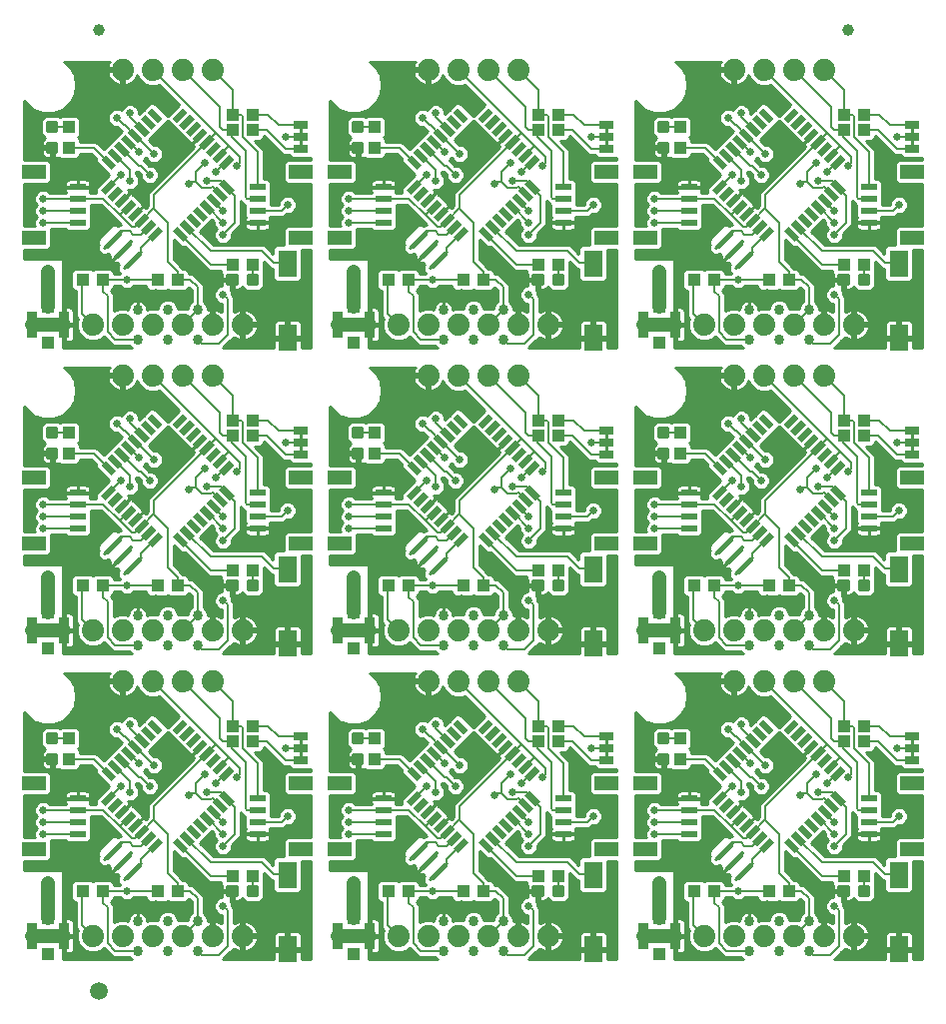
<source format=gtl>
G75*
%MOIN*%
%OFA0B0*%
%FSLAX25Y25*%
%IPPOS*%
%LPD*%
%AMOC8*
5,1,8,0,0,1.08239X$1,22.5*
%
%ADD10R,0.04331X0.03937*%
%ADD11C,0.01181*%
%ADD12R,0.07874X0.04724*%
%ADD13R,0.05315X0.02362*%
%ADD14C,0.07400*%
%ADD15C,0.03400*%
%ADD16R,0.03346X0.08661*%
%ADD17R,0.03937X0.04134*%
%ADD18R,0.05000X0.02500*%
%ADD19C,0.01000*%
%ADD20R,0.03937X0.04331*%
%ADD21R,0.06299X0.09055*%
%ADD22R,0.05000X0.02200*%
%ADD23R,0.02200X0.05000*%
%ADD24C,0.01772*%
%ADD25C,0.03937*%
%ADD26C,0.05906*%
%ADD27C,0.00600*%
%ADD28C,0.02600*%
%ADD29C,0.04500*%
D10*
X0050404Y0053750D03*
X0057096Y0053750D03*
X0075404Y0053750D03*
X0082096Y0053750D03*
X0100404Y0058750D03*
X0107096Y0058750D03*
X0152404Y0053750D03*
X0159096Y0053750D03*
X0177404Y0053750D03*
X0184096Y0053750D03*
X0202404Y0058750D03*
X0209096Y0058750D03*
X0254404Y0053750D03*
X0261096Y0053750D03*
X0279404Y0053750D03*
X0286096Y0053750D03*
X0304404Y0058750D03*
X0311096Y0058750D03*
X0311096Y0103750D03*
X0304404Y0103750D03*
X0304404Y0108750D03*
X0311096Y0108750D03*
X0286096Y0155750D03*
X0279404Y0155750D03*
X0261096Y0155750D03*
X0254404Y0155750D03*
X0209096Y0160750D03*
X0202404Y0160750D03*
X0184096Y0155750D03*
X0177404Y0155750D03*
X0159096Y0155750D03*
X0152404Y0155750D03*
X0107096Y0160750D03*
X0100404Y0160750D03*
X0082096Y0155750D03*
X0075404Y0155750D03*
X0057096Y0155750D03*
X0050404Y0155750D03*
X0100404Y0108750D03*
X0100404Y0103750D03*
X0107096Y0103750D03*
X0107096Y0108750D03*
X0202404Y0108750D03*
X0202404Y0103750D03*
X0209096Y0103750D03*
X0209096Y0108750D03*
X0304404Y0160750D03*
X0311096Y0160750D03*
X0311096Y0205750D03*
X0311096Y0210750D03*
X0304404Y0210750D03*
X0304404Y0205750D03*
X0286096Y0257750D03*
X0279404Y0257750D03*
X0261096Y0257750D03*
X0254404Y0257750D03*
X0209096Y0262750D03*
X0202404Y0262750D03*
X0184096Y0257750D03*
X0177404Y0257750D03*
X0159096Y0257750D03*
X0152404Y0257750D03*
X0107096Y0262750D03*
X0100404Y0262750D03*
X0082096Y0257750D03*
X0075404Y0257750D03*
X0057096Y0257750D03*
X0050404Y0257750D03*
X0100404Y0210750D03*
X0100404Y0205750D03*
X0107096Y0205750D03*
X0107096Y0210750D03*
X0202404Y0210750D03*
X0202404Y0205750D03*
X0209096Y0205750D03*
X0209096Y0210750D03*
X0304404Y0262750D03*
X0311096Y0262750D03*
X0311096Y0307750D03*
X0304404Y0307750D03*
X0304404Y0312750D03*
X0311096Y0312750D03*
X0209096Y0312750D03*
X0209096Y0307750D03*
X0202404Y0307750D03*
X0202404Y0312750D03*
X0107096Y0312750D03*
X0107096Y0307750D03*
X0100404Y0307750D03*
X0100404Y0312750D03*
D11*
X0140872Y0310081D02*
X0143628Y0310081D01*
X0143628Y0307325D01*
X0140872Y0307325D01*
X0140872Y0310081D01*
X0140872Y0308505D02*
X0143628Y0308505D01*
X0143628Y0309685D02*
X0140872Y0309685D01*
X0140872Y0303175D02*
X0143628Y0303175D01*
X0143628Y0300419D01*
X0140872Y0300419D01*
X0140872Y0303175D01*
X0140872Y0301599D02*
X0143628Y0301599D01*
X0143628Y0302779D02*
X0140872Y0302779D01*
X0108581Y0259128D02*
X0108581Y0256372D01*
X0105825Y0256372D01*
X0105825Y0259128D01*
X0108581Y0259128D01*
X0108581Y0257552D02*
X0105825Y0257552D01*
X0105825Y0258732D02*
X0108581Y0258732D01*
X0101675Y0259128D02*
X0101675Y0256372D01*
X0098919Y0256372D01*
X0098919Y0259128D01*
X0101675Y0259128D01*
X0101675Y0257552D02*
X0098919Y0257552D01*
X0098919Y0258732D02*
X0101675Y0258732D01*
X0140872Y0208081D02*
X0143628Y0208081D01*
X0143628Y0205325D01*
X0140872Y0205325D01*
X0140872Y0208081D01*
X0140872Y0206505D02*
X0143628Y0206505D01*
X0143628Y0207685D02*
X0140872Y0207685D01*
X0140872Y0201175D02*
X0143628Y0201175D01*
X0143628Y0198419D01*
X0140872Y0198419D01*
X0140872Y0201175D01*
X0140872Y0199599D02*
X0143628Y0199599D01*
X0143628Y0200779D02*
X0140872Y0200779D01*
X0108581Y0157128D02*
X0108581Y0154372D01*
X0105825Y0154372D01*
X0105825Y0157128D01*
X0108581Y0157128D01*
X0108581Y0155552D02*
X0105825Y0155552D01*
X0105825Y0156732D02*
X0108581Y0156732D01*
X0101675Y0157128D02*
X0101675Y0154372D01*
X0098919Y0154372D01*
X0098919Y0157128D01*
X0101675Y0157128D01*
X0101675Y0155552D02*
X0098919Y0155552D01*
X0098919Y0156732D02*
X0101675Y0156732D01*
X0140872Y0106081D02*
X0143628Y0106081D01*
X0143628Y0103325D01*
X0140872Y0103325D01*
X0140872Y0106081D01*
X0140872Y0104505D02*
X0143628Y0104505D01*
X0143628Y0105685D02*
X0140872Y0105685D01*
X0140872Y0099175D02*
X0143628Y0099175D01*
X0143628Y0096419D01*
X0140872Y0096419D01*
X0140872Y0099175D01*
X0140872Y0097599D02*
X0143628Y0097599D01*
X0143628Y0098779D02*
X0140872Y0098779D01*
X0108581Y0055128D02*
X0108581Y0052372D01*
X0105825Y0052372D01*
X0105825Y0055128D01*
X0108581Y0055128D01*
X0108581Y0053552D02*
X0105825Y0053552D01*
X0105825Y0054732D02*
X0108581Y0054732D01*
X0101675Y0055128D02*
X0101675Y0052372D01*
X0098919Y0052372D01*
X0098919Y0055128D01*
X0101675Y0055128D01*
X0101675Y0053552D02*
X0098919Y0053552D01*
X0098919Y0054732D02*
X0101675Y0054732D01*
X0041628Y0099175D02*
X0038872Y0099175D01*
X0041628Y0099175D02*
X0041628Y0096419D01*
X0038872Y0096419D01*
X0038872Y0099175D01*
X0038872Y0097599D02*
X0041628Y0097599D01*
X0041628Y0098779D02*
X0038872Y0098779D01*
X0038872Y0106081D02*
X0041628Y0106081D01*
X0041628Y0103325D01*
X0038872Y0103325D01*
X0038872Y0106081D01*
X0038872Y0104505D02*
X0041628Y0104505D01*
X0041628Y0105685D02*
X0038872Y0105685D01*
X0038872Y0201175D02*
X0041628Y0201175D01*
X0041628Y0198419D01*
X0038872Y0198419D01*
X0038872Y0201175D01*
X0038872Y0199599D02*
X0041628Y0199599D01*
X0041628Y0200779D02*
X0038872Y0200779D01*
X0038872Y0208081D02*
X0041628Y0208081D01*
X0041628Y0205325D01*
X0038872Y0205325D01*
X0038872Y0208081D01*
X0038872Y0206505D02*
X0041628Y0206505D01*
X0041628Y0207685D02*
X0038872Y0207685D01*
X0038872Y0303175D02*
X0041628Y0303175D01*
X0041628Y0300419D01*
X0038872Y0300419D01*
X0038872Y0303175D01*
X0038872Y0301599D02*
X0041628Y0301599D01*
X0041628Y0302779D02*
X0038872Y0302779D01*
X0038872Y0310081D02*
X0041628Y0310081D01*
X0041628Y0307325D01*
X0038872Y0307325D01*
X0038872Y0310081D01*
X0038872Y0308505D02*
X0041628Y0308505D01*
X0041628Y0309685D02*
X0038872Y0309685D01*
X0203675Y0259128D02*
X0203675Y0256372D01*
X0200919Y0256372D01*
X0200919Y0259128D01*
X0203675Y0259128D01*
X0203675Y0257552D02*
X0200919Y0257552D01*
X0200919Y0258732D02*
X0203675Y0258732D01*
X0210581Y0259128D02*
X0210581Y0256372D01*
X0207825Y0256372D01*
X0207825Y0259128D01*
X0210581Y0259128D01*
X0210581Y0257552D02*
X0207825Y0257552D01*
X0207825Y0258732D02*
X0210581Y0258732D01*
X0242872Y0303175D02*
X0245628Y0303175D01*
X0245628Y0300419D01*
X0242872Y0300419D01*
X0242872Y0303175D01*
X0242872Y0301599D02*
X0245628Y0301599D01*
X0245628Y0302779D02*
X0242872Y0302779D01*
X0242872Y0310081D02*
X0245628Y0310081D01*
X0245628Y0307325D01*
X0242872Y0307325D01*
X0242872Y0310081D01*
X0242872Y0308505D02*
X0245628Y0308505D01*
X0245628Y0309685D02*
X0242872Y0309685D01*
X0305675Y0259128D02*
X0305675Y0256372D01*
X0302919Y0256372D01*
X0302919Y0259128D01*
X0305675Y0259128D01*
X0305675Y0257552D02*
X0302919Y0257552D01*
X0302919Y0258732D02*
X0305675Y0258732D01*
X0312581Y0259128D02*
X0312581Y0256372D01*
X0309825Y0256372D01*
X0309825Y0259128D01*
X0312581Y0259128D01*
X0312581Y0257552D02*
X0309825Y0257552D01*
X0309825Y0258732D02*
X0312581Y0258732D01*
X0245628Y0208081D02*
X0242872Y0208081D01*
X0245628Y0208081D02*
X0245628Y0205325D01*
X0242872Y0205325D01*
X0242872Y0208081D01*
X0242872Y0206505D02*
X0245628Y0206505D01*
X0245628Y0207685D02*
X0242872Y0207685D01*
X0242872Y0201175D02*
X0245628Y0201175D01*
X0245628Y0198419D01*
X0242872Y0198419D01*
X0242872Y0201175D01*
X0242872Y0199599D02*
X0245628Y0199599D01*
X0245628Y0200779D02*
X0242872Y0200779D01*
X0210581Y0157128D02*
X0210581Y0154372D01*
X0207825Y0154372D01*
X0207825Y0157128D01*
X0210581Y0157128D01*
X0210581Y0155552D02*
X0207825Y0155552D01*
X0207825Y0156732D02*
X0210581Y0156732D01*
X0203675Y0157128D02*
X0203675Y0154372D01*
X0200919Y0154372D01*
X0200919Y0157128D01*
X0203675Y0157128D01*
X0203675Y0155552D02*
X0200919Y0155552D01*
X0200919Y0156732D02*
X0203675Y0156732D01*
X0242872Y0106081D02*
X0245628Y0106081D01*
X0245628Y0103325D01*
X0242872Y0103325D01*
X0242872Y0106081D01*
X0242872Y0104505D02*
X0245628Y0104505D01*
X0245628Y0105685D02*
X0242872Y0105685D01*
X0242872Y0099175D02*
X0245628Y0099175D01*
X0245628Y0096419D01*
X0242872Y0096419D01*
X0242872Y0099175D01*
X0242872Y0097599D02*
X0245628Y0097599D01*
X0245628Y0098779D02*
X0242872Y0098779D01*
X0210581Y0055128D02*
X0210581Y0052372D01*
X0207825Y0052372D01*
X0207825Y0055128D01*
X0210581Y0055128D01*
X0210581Y0053552D02*
X0207825Y0053552D01*
X0207825Y0054732D02*
X0210581Y0054732D01*
X0203675Y0055128D02*
X0203675Y0052372D01*
X0200919Y0052372D01*
X0200919Y0055128D01*
X0203675Y0055128D01*
X0203675Y0053552D02*
X0200919Y0053552D01*
X0200919Y0054732D02*
X0203675Y0054732D01*
X0305675Y0055128D02*
X0305675Y0052372D01*
X0302919Y0052372D01*
X0302919Y0055128D01*
X0305675Y0055128D01*
X0305675Y0053552D02*
X0302919Y0053552D01*
X0302919Y0054732D02*
X0305675Y0054732D01*
X0312581Y0055128D02*
X0312581Y0052372D01*
X0309825Y0052372D01*
X0309825Y0055128D01*
X0312581Y0055128D01*
X0312581Y0053552D02*
X0309825Y0053552D01*
X0309825Y0054732D02*
X0312581Y0054732D01*
X0312581Y0154372D02*
X0312581Y0157128D01*
X0312581Y0154372D02*
X0309825Y0154372D01*
X0309825Y0157128D01*
X0312581Y0157128D01*
X0312581Y0155552D02*
X0309825Y0155552D01*
X0309825Y0156732D02*
X0312581Y0156732D01*
X0305675Y0157128D02*
X0305675Y0154372D01*
X0302919Y0154372D01*
X0302919Y0157128D01*
X0305675Y0157128D01*
X0305675Y0155552D02*
X0302919Y0155552D01*
X0302919Y0156732D02*
X0305675Y0156732D01*
D12*
X0327219Y0169726D03*
X0327219Y0191774D03*
X0327219Y0271726D03*
X0327219Y0293774D03*
X0238281Y0293774D03*
X0225219Y0293774D03*
X0225219Y0271726D03*
X0238281Y0271726D03*
X0238281Y0191774D03*
X0225219Y0191774D03*
X0225219Y0169726D03*
X0238281Y0169726D03*
X0238281Y0089774D03*
X0225219Y0089774D03*
X0225219Y0067726D03*
X0238281Y0067726D03*
X0327219Y0067726D03*
X0327219Y0089774D03*
X0136281Y0089774D03*
X0123219Y0089774D03*
X0123219Y0067726D03*
X0136281Y0067726D03*
X0034281Y0067726D03*
X0034281Y0089774D03*
X0034281Y0169726D03*
X0034281Y0191774D03*
X0034281Y0271726D03*
X0034281Y0293774D03*
X0123219Y0293774D03*
X0136281Y0293774D03*
X0136281Y0271726D03*
X0123219Y0271726D03*
X0123219Y0191774D03*
X0136281Y0191774D03*
X0136281Y0169726D03*
X0123219Y0169726D03*
D13*
X0108750Y0174844D03*
X0108750Y0178781D03*
X0108750Y0182719D03*
X0108750Y0186656D03*
X0150750Y0186656D03*
X0150750Y0182719D03*
X0150750Y0178781D03*
X0150750Y0174844D03*
X0210750Y0174844D03*
X0210750Y0178781D03*
X0210750Y0182719D03*
X0210750Y0186656D03*
X0252750Y0186656D03*
X0252750Y0182719D03*
X0252750Y0178781D03*
X0252750Y0174844D03*
X0312750Y0174844D03*
X0312750Y0178781D03*
X0312750Y0182719D03*
X0312750Y0186656D03*
X0312750Y0276844D03*
X0312750Y0280781D03*
X0312750Y0284719D03*
X0312750Y0288656D03*
X0252750Y0288656D03*
X0252750Y0284719D03*
X0252750Y0280781D03*
X0252750Y0276844D03*
X0210750Y0276844D03*
X0210750Y0280781D03*
X0210750Y0284719D03*
X0210750Y0288656D03*
X0150750Y0288656D03*
X0150750Y0284719D03*
X0150750Y0280781D03*
X0150750Y0276844D03*
X0108750Y0276844D03*
X0108750Y0280781D03*
X0108750Y0284719D03*
X0108750Y0288656D03*
X0048750Y0288656D03*
X0048750Y0284719D03*
X0048750Y0280781D03*
X0048750Y0276844D03*
X0048750Y0186656D03*
X0048750Y0182719D03*
X0048750Y0178781D03*
X0048750Y0174844D03*
X0048750Y0084656D03*
X0048750Y0080719D03*
X0048750Y0076781D03*
X0048750Y0072844D03*
X0108750Y0072844D03*
X0108750Y0076781D03*
X0108750Y0080719D03*
X0108750Y0084656D03*
X0150750Y0084656D03*
X0150750Y0080719D03*
X0150750Y0076781D03*
X0150750Y0072844D03*
X0210750Y0072844D03*
X0210750Y0076781D03*
X0210750Y0080719D03*
X0210750Y0084656D03*
X0252750Y0084656D03*
X0252750Y0080719D03*
X0252750Y0076781D03*
X0252750Y0072844D03*
X0312750Y0072844D03*
X0312750Y0076781D03*
X0312750Y0080719D03*
X0312750Y0084656D03*
D14*
X0297750Y0123750D03*
X0287750Y0123750D03*
X0277750Y0123750D03*
X0267750Y0123750D03*
X0267750Y0140750D03*
X0257750Y0140750D03*
X0277750Y0140750D03*
X0287750Y0140750D03*
X0297750Y0140750D03*
X0307750Y0140750D03*
X0297750Y0225750D03*
X0287750Y0225750D03*
X0277750Y0225750D03*
X0267750Y0225750D03*
X0267750Y0242750D03*
X0257750Y0242750D03*
X0277750Y0242750D03*
X0287750Y0242750D03*
X0297750Y0242750D03*
X0307750Y0242750D03*
X0297750Y0327750D03*
X0287750Y0327750D03*
X0277750Y0327750D03*
X0267750Y0327750D03*
X0195750Y0327750D03*
X0185750Y0327750D03*
X0175750Y0327750D03*
X0165750Y0327750D03*
X0093750Y0327750D03*
X0083750Y0327750D03*
X0073750Y0327750D03*
X0063750Y0327750D03*
X0063750Y0242750D03*
X0053750Y0242750D03*
X0063750Y0225750D03*
X0073750Y0225750D03*
X0083750Y0225750D03*
X0093750Y0225750D03*
X0093750Y0242750D03*
X0083750Y0242750D03*
X0073750Y0242750D03*
X0103750Y0242750D03*
X0155750Y0242750D03*
X0165750Y0242750D03*
X0175750Y0242750D03*
X0185750Y0242750D03*
X0195750Y0242750D03*
X0205750Y0242750D03*
X0195750Y0225750D03*
X0185750Y0225750D03*
X0175750Y0225750D03*
X0165750Y0225750D03*
X0165750Y0140750D03*
X0155750Y0140750D03*
X0175750Y0140750D03*
X0185750Y0140750D03*
X0195750Y0140750D03*
X0205750Y0140750D03*
X0195750Y0123750D03*
X0185750Y0123750D03*
X0175750Y0123750D03*
X0165750Y0123750D03*
X0103750Y0140750D03*
X0093750Y0140750D03*
X0083750Y0140750D03*
X0073750Y0140750D03*
X0063750Y0140750D03*
X0053750Y0140750D03*
X0063750Y0123750D03*
X0073750Y0123750D03*
X0083750Y0123750D03*
X0093750Y0123750D03*
X0093750Y0038750D03*
X0083750Y0038750D03*
X0073750Y0038750D03*
X0063750Y0038750D03*
X0053750Y0038750D03*
X0103750Y0038750D03*
X0155750Y0038750D03*
X0165750Y0038750D03*
X0175750Y0038750D03*
X0185750Y0038750D03*
X0195750Y0038750D03*
X0205750Y0038750D03*
X0257750Y0038750D03*
X0267750Y0038750D03*
X0277750Y0038750D03*
X0287750Y0038750D03*
X0297750Y0038750D03*
X0307750Y0038750D03*
D15*
X0292750Y0033750D03*
X0292750Y0043750D03*
X0282750Y0043750D03*
X0282750Y0033750D03*
X0272750Y0033750D03*
X0272750Y0043750D03*
X0242750Y0056250D03*
X0190750Y0043750D03*
X0190750Y0033750D03*
X0180750Y0033750D03*
X0180750Y0043750D03*
X0170750Y0043750D03*
X0170750Y0033750D03*
X0140750Y0056250D03*
X0088750Y0043750D03*
X0088750Y0033750D03*
X0078750Y0033750D03*
X0078750Y0043750D03*
X0068750Y0043750D03*
X0068750Y0033750D03*
X0038750Y0056250D03*
X0068750Y0135750D03*
X0078750Y0135750D03*
X0078750Y0145750D03*
X0068750Y0145750D03*
X0088750Y0145750D03*
X0088750Y0135750D03*
X0140750Y0158250D03*
X0170750Y0145750D03*
X0170750Y0135750D03*
X0180750Y0135750D03*
X0190750Y0135750D03*
X0190750Y0145750D03*
X0180750Y0145750D03*
X0242750Y0158250D03*
X0272750Y0145750D03*
X0272750Y0135750D03*
X0282750Y0135750D03*
X0292750Y0135750D03*
X0292750Y0145750D03*
X0282750Y0145750D03*
X0282750Y0237750D03*
X0282750Y0247750D03*
X0292750Y0247750D03*
X0292750Y0237750D03*
X0272750Y0237750D03*
X0272750Y0247750D03*
X0242750Y0260250D03*
X0190750Y0247750D03*
X0190750Y0237750D03*
X0180750Y0237750D03*
X0180750Y0247750D03*
X0170750Y0247750D03*
X0170750Y0237750D03*
X0140750Y0260250D03*
X0088750Y0247750D03*
X0088750Y0237750D03*
X0078750Y0237750D03*
X0078750Y0247750D03*
X0068750Y0247750D03*
X0068750Y0237750D03*
X0038750Y0260250D03*
X0038750Y0158250D03*
D16*
X0033337Y0140750D03*
X0044163Y0140750D03*
X0135337Y0140750D03*
X0146163Y0140750D03*
X0237337Y0140750D03*
X0248163Y0140750D03*
X0248163Y0242750D03*
X0237337Y0242750D03*
X0146163Y0242750D03*
X0135337Y0242750D03*
X0044163Y0242750D03*
X0033337Y0242750D03*
X0033337Y0038750D03*
X0044163Y0038750D03*
X0135337Y0038750D03*
X0146163Y0038750D03*
X0237337Y0038750D03*
X0248163Y0038750D03*
D17*
X0038750Y0032746D03*
X0038750Y0044754D03*
X0038750Y0134746D03*
X0038750Y0146754D03*
X0038750Y0236746D03*
X0038750Y0248754D03*
X0140750Y0248754D03*
X0140750Y0236746D03*
X0140750Y0146754D03*
X0140750Y0134746D03*
X0140750Y0044754D03*
X0140750Y0032746D03*
X0242750Y0032746D03*
X0242750Y0044754D03*
X0242750Y0134746D03*
X0242750Y0146754D03*
X0242750Y0236746D03*
X0242750Y0248754D03*
D18*
X0225250Y0207250D03*
X0225250Y0203250D03*
X0225250Y0199250D03*
X0225250Y0105250D03*
X0225250Y0101250D03*
X0225250Y0097250D03*
X0123250Y0097250D03*
X0123250Y0101250D03*
X0123250Y0105250D03*
X0123250Y0199250D03*
X0123250Y0203250D03*
X0123250Y0207250D03*
X0123250Y0301250D03*
X0123250Y0305250D03*
X0123250Y0309250D03*
X0225250Y0309250D03*
X0225250Y0305250D03*
X0225250Y0301250D03*
X0327250Y0301250D03*
X0327250Y0305250D03*
X0327250Y0309250D03*
X0327250Y0207250D03*
X0327250Y0203250D03*
X0327250Y0199250D03*
X0327250Y0105250D03*
X0327250Y0101250D03*
X0327250Y0097250D03*
D19*
X0327250Y0101250D01*
X0327250Y0105250D01*
X0319024Y0097647D02*
X0314181Y0097647D01*
X0314750Y0097078D02*
X0311747Y0100081D01*
X0313966Y0100081D01*
X0314962Y0101077D01*
X0314962Y0101710D01*
X0320250Y0096422D01*
X0321422Y0095250D01*
X0323096Y0095250D01*
X0324046Y0094300D01*
X0330454Y0094300D01*
X0330550Y0094396D01*
X0330550Y0093836D01*
X0322577Y0093836D01*
X0321581Y0092840D01*
X0321581Y0086707D01*
X0322577Y0085711D01*
X0330550Y0085711D01*
X0330550Y0071789D01*
X0322577Y0071789D01*
X0321581Y0070793D01*
X0321581Y0065379D01*
X0318896Y0065379D01*
X0317900Y0064383D01*
X0317900Y0062428D01*
X0315078Y0065250D01*
X0298078Y0065250D01*
X0293584Y0069744D01*
X0295281Y0071441D01*
X0297506Y0073666D01*
X0298250Y0072922D01*
X0298250Y0072153D01*
X0298707Y0071051D01*
X0299007Y0070750D01*
X0298707Y0070449D01*
X0298250Y0069347D01*
X0298250Y0068153D01*
X0298707Y0067051D01*
X0299551Y0066207D01*
X0300653Y0065750D01*
X0301847Y0065750D01*
X0302949Y0066207D01*
X0303793Y0067051D01*
X0304250Y0068153D01*
X0304250Y0068922D01*
X0307250Y0071922D01*
X0307250Y0079922D01*
X0307922Y0079250D01*
X0308449Y0078723D01*
X0308393Y0078667D01*
X0308393Y0074896D01*
X0308693Y0074596D01*
X0308593Y0074223D01*
X0308593Y0072935D01*
X0312659Y0072935D01*
X0312659Y0072754D01*
X0308593Y0072754D01*
X0308593Y0071466D01*
X0308695Y0071084D01*
X0308892Y0070742D01*
X0309171Y0070463D01*
X0309514Y0070266D01*
X0309895Y0070163D01*
X0312659Y0070163D01*
X0312659Y0072754D01*
X0312841Y0072754D01*
X0312841Y0072935D01*
X0316907Y0072935D01*
X0316907Y0074223D01*
X0316807Y0074596D01*
X0316993Y0074781D01*
X0321610Y0074781D01*
X0322578Y0075750D01*
X0323347Y0075750D01*
X0324449Y0076207D01*
X0325293Y0077051D01*
X0325750Y0078153D01*
X0325750Y0079347D01*
X0325293Y0080449D01*
X0324449Y0081293D01*
X0323347Y0081750D01*
X0322153Y0081750D01*
X0321051Y0081293D01*
X0320207Y0080449D01*
X0319750Y0079347D01*
X0319750Y0078781D01*
X0317056Y0078781D01*
X0317107Y0078833D01*
X0317107Y0082604D01*
X0317024Y0082687D01*
X0317107Y0082770D01*
X0317107Y0086541D01*
X0316112Y0087537D01*
X0314750Y0087537D01*
X0314750Y0097078D01*
X0314750Y0096649D02*
X0320023Y0096649D01*
X0321021Y0095650D02*
X0314750Y0095650D01*
X0314750Y0094652D02*
X0323694Y0094652D01*
X0322395Y0093653D02*
X0314750Y0093653D01*
X0314750Y0092655D02*
X0321581Y0092655D01*
X0321581Y0091656D02*
X0314750Y0091656D01*
X0314750Y0090658D02*
X0321581Y0090658D01*
X0321581Y0089659D02*
X0314750Y0089659D01*
X0314750Y0088661D02*
X0321581Y0088661D01*
X0321581Y0087662D02*
X0314750Y0087662D01*
X0316985Y0086664D02*
X0321625Y0086664D01*
X0317107Y0085665D02*
X0330550Y0085665D01*
X0330550Y0084667D02*
X0317107Y0084667D01*
X0317107Y0083668D02*
X0330550Y0083668D01*
X0330550Y0082670D02*
X0317042Y0082670D01*
X0317107Y0081671D02*
X0321963Y0081671D01*
X0323537Y0081671D02*
X0330550Y0081671D01*
X0330550Y0080673D02*
X0325070Y0080673D01*
X0325614Y0079674D02*
X0330550Y0079674D01*
X0330550Y0078676D02*
X0325750Y0078676D01*
X0325553Y0077677D02*
X0330550Y0077677D01*
X0330550Y0076679D02*
X0324921Y0076679D01*
X0322508Y0075680D02*
X0330550Y0075680D01*
X0330550Y0074682D02*
X0316893Y0074682D01*
X0316907Y0073683D02*
X0330550Y0073683D01*
X0330550Y0072684D02*
X0316907Y0072684D01*
X0316907Y0072754D02*
X0312841Y0072754D01*
X0312841Y0070163D01*
X0315605Y0070163D01*
X0315986Y0070266D01*
X0316328Y0070463D01*
X0316608Y0070742D01*
X0316805Y0071084D01*
X0316907Y0071466D01*
X0316907Y0072754D01*
X0316907Y0071686D02*
X0322475Y0071686D01*
X0321581Y0070687D02*
X0316553Y0070687D01*
X0312841Y0070687D02*
X0312659Y0070687D01*
X0312659Y0071686D02*
X0312841Y0071686D01*
X0312841Y0072684D02*
X0312659Y0072684D01*
X0308593Y0072684D02*
X0307250Y0072684D01*
X0307250Y0073683D02*
X0308593Y0073683D01*
X0308607Y0074682D02*
X0307250Y0074682D01*
X0307250Y0075680D02*
X0308393Y0075680D01*
X0308393Y0076679D02*
X0307250Y0076679D01*
X0307250Y0077677D02*
X0308393Y0077677D01*
X0308401Y0078676D02*
X0307250Y0078676D01*
X0307250Y0079674D02*
X0307497Y0079674D01*
X0307014Y0071686D02*
X0308593Y0071686D01*
X0308947Y0070687D02*
X0306016Y0070687D01*
X0305017Y0069689D02*
X0321581Y0069689D01*
X0321581Y0068690D02*
X0304250Y0068690D01*
X0304059Y0067692D02*
X0321581Y0067692D01*
X0321581Y0066693D02*
X0303436Y0066693D01*
X0299064Y0066693D02*
X0296635Y0066693D01*
X0297633Y0065695D02*
X0321581Y0065695D01*
X0318214Y0064696D02*
X0315632Y0064696D01*
X0316631Y0063698D02*
X0317900Y0063698D01*
X0317900Y0062699D02*
X0317629Y0062699D01*
X0314962Y0059710D02*
X0316250Y0058422D01*
X0317422Y0057250D01*
X0317900Y0057250D01*
X0317900Y0053920D01*
X0318896Y0052924D01*
X0326604Y0052924D01*
X0327600Y0053920D01*
X0327600Y0063664D01*
X0330550Y0063664D01*
X0330550Y0030950D01*
X0327400Y0030950D01*
X0327400Y0033848D01*
X0323250Y0033848D01*
X0323250Y0034848D01*
X0327400Y0034848D01*
X0327400Y0039073D01*
X0327297Y0039455D01*
X0327100Y0039797D01*
X0326821Y0040076D01*
X0326479Y0040274D01*
X0326097Y0040376D01*
X0323250Y0040376D01*
X0323250Y0034848D01*
X0322250Y0034848D01*
X0322250Y0033848D01*
X0318100Y0033848D01*
X0318100Y0030950D01*
X0301278Y0030950D01*
X0301750Y0031422D01*
X0303578Y0033250D01*
X0303578Y0033250D01*
X0304750Y0034422D01*
X0304750Y0034502D01*
X0305025Y0034303D01*
X0305754Y0033931D01*
X0306532Y0033678D01*
X0307250Y0033564D01*
X0307250Y0038250D01*
X0308250Y0038250D01*
X0308250Y0039250D01*
X0307250Y0039250D01*
X0307250Y0043936D01*
X0306532Y0043822D01*
X0305754Y0043569D01*
X0305025Y0043197D01*
X0304750Y0042998D01*
X0304750Y0048078D01*
X0304250Y0048578D01*
X0304250Y0049347D01*
X0303813Y0050402D01*
X0303813Y0053266D01*
X0300829Y0053266D01*
X0300829Y0052097D01*
X0300922Y0051750D01*
X0300653Y0051750D01*
X0299551Y0051293D01*
X0298707Y0050449D01*
X0298250Y0049347D01*
X0298250Y0048153D01*
X0298707Y0047051D01*
X0299551Y0046207D01*
X0300653Y0045750D01*
X0300750Y0045750D01*
X0300750Y0042998D01*
X0300475Y0043197D01*
X0299746Y0043569D01*
X0298968Y0043822D01*
X0298250Y0043936D01*
X0298250Y0039250D01*
X0297250Y0039250D01*
X0297250Y0043936D01*
X0296532Y0043822D01*
X0296150Y0043698D01*
X0296150Y0044426D01*
X0295632Y0045676D01*
X0294750Y0046558D01*
X0294750Y0052078D01*
X0292250Y0054578D01*
X0291078Y0055750D01*
X0289962Y0055750D01*
X0289962Y0056423D01*
X0288966Y0057418D01*
X0287910Y0057418D01*
X0286925Y0058404D01*
X0284750Y0060578D01*
X0284750Y0067200D01*
X0287191Y0064759D01*
X0288322Y0064759D01*
X0296332Y0056750D01*
X0297989Y0056750D01*
X0300538Y0056750D01*
X0300538Y0056077D01*
X0300910Y0055706D01*
X0300829Y0055403D01*
X0300829Y0054234D01*
X0303813Y0054234D01*
X0303813Y0053266D01*
X0304781Y0053266D01*
X0304781Y0050281D01*
X0305950Y0050281D01*
X0306482Y0050424D01*
X0306959Y0050699D01*
X0307348Y0051088D01*
X0307539Y0051419D01*
X0308876Y0050081D01*
X0313529Y0050081D01*
X0314871Y0051423D01*
X0314871Y0055987D01*
X0314962Y0056077D01*
X0314962Y0059710D01*
X0314962Y0059704D02*
X0314968Y0059704D01*
X0314962Y0058705D02*
X0315966Y0058705D01*
X0316965Y0057707D02*
X0314962Y0057707D01*
X0314962Y0056708D02*
X0317900Y0056708D01*
X0317900Y0055710D02*
X0314871Y0055710D01*
X0314871Y0054711D02*
X0317900Y0054711D01*
X0318107Y0053713D02*
X0314871Y0053713D01*
X0314871Y0052714D02*
X0330550Y0052714D01*
X0330550Y0051716D02*
X0314871Y0051716D01*
X0314165Y0050717D02*
X0330550Y0050717D01*
X0330550Y0049719D02*
X0304096Y0049719D01*
X0304250Y0048720D02*
X0330550Y0048720D01*
X0330550Y0047722D02*
X0304750Y0047722D01*
X0304750Y0046723D02*
X0330550Y0046723D01*
X0330550Y0045725D02*
X0304750Y0045725D01*
X0304750Y0044726D02*
X0330550Y0044726D01*
X0330550Y0043728D02*
X0309258Y0043728D01*
X0308968Y0043822D02*
X0308250Y0043936D01*
X0308250Y0039250D01*
X0312936Y0039250D01*
X0312822Y0039968D01*
X0312569Y0040746D01*
X0312197Y0041475D01*
X0311716Y0042138D01*
X0311138Y0042716D01*
X0310475Y0043197D01*
X0309746Y0043569D01*
X0308968Y0043822D01*
X0308250Y0043728D02*
X0307250Y0043728D01*
X0307250Y0042729D02*
X0308250Y0042729D01*
X0308250Y0041731D02*
X0307250Y0041731D01*
X0307250Y0040732D02*
X0308250Y0040732D01*
X0308250Y0039734D02*
X0307250Y0039734D01*
X0308250Y0038735D02*
X0318100Y0038735D01*
X0318100Y0039073D02*
X0318100Y0034848D01*
X0322250Y0034848D01*
X0322250Y0040376D01*
X0319403Y0040376D01*
X0319021Y0040274D01*
X0318679Y0040076D01*
X0318400Y0039797D01*
X0318203Y0039455D01*
X0318100Y0039073D01*
X0318364Y0039734D02*
X0312859Y0039734D01*
X0312574Y0040732D02*
X0330550Y0040732D01*
X0330550Y0039734D02*
X0327136Y0039734D01*
X0327400Y0038735D02*
X0330550Y0038735D01*
X0330550Y0037737D02*
X0327400Y0037737D01*
X0327400Y0036738D02*
X0330550Y0036738D01*
X0330550Y0035740D02*
X0327400Y0035740D01*
X0327400Y0033743D02*
X0330550Y0033743D01*
X0330550Y0034741D02*
X0323250Y0034741D01*
X0323250Y0035740D02*
X0322250Y0035740D01*
X0322250Y0036738D02*
X0323250Y0036738D01*
X0323250Y0037737D02*
X0322250Y0037737D01*
X0322250Y0038735D02*
X0323250Y0038735D01*
X0323250Y0039734D02*
X0322250Y0039734D01*
X0318100Y0037737D02*
X0312854Y0037737D01*
X0312822Y0037532D02*
X0312936Y0038250D01*
X0308250Y0038250D01*
X0308250Y0033564D01*
X0308968Y0033678D01*
X0309746Y0033931D01*
X0310475Y0034303D01*
X0311138Y0034784D01*
X0311716Y0035362D01*
X0312197Y0036025D01*
X0312569Y0036754D01*
X0312822Y0037532D01*
X0312561Y0036738D02*
X0318100Y0036738D01*
X0318100Y0035740D02*
X0311990Y0035740D01*
X0311079Y0034741D02*
X0322250Y0034741D01*
X0318100Y0033743D02*
X0309166Y0033743D01*
X0308250Y0033743D02*
X0307250Y0033743D01*
X0306334Y0033743D02*
X0304071Y0033743D01*
X0303072Y0032744D02*
X0318100Y0032744D01*
X0318100Y0031746D02*
X0302074Y0031746D01*
X0301750Y0031422D02*
X0301750Y0031422D01*
X0307250Y0034741D02*
X0308250Y0034741D01*
X0308250Y0035740D02*
X0307250Y0035740D01*
X0307250Y0036738D02*
X0308250Y0036738D01*
X0308250Y0037737D02*
X0307250Y0037737D01*
X0306242Y0043728D02*
X0304750Y0043728D01*
X0300750Y0043728D02*
X0299258Y0043728D01*
X0298250Y0043728D02*
X0297250Y0043728D01*
X0297250Y0042729D02*
X0298250Y0042729D01*
X0298250Y0041731D02*
X0297250Y0041731D01*
X0297250Y0040732D02*
X0298250Y0040732D01*
X0298250Y0039734D02*
X0297250Y0039734D01*
X0296242Y0043728D02*
X0296150Y0043728D01*
X0296026Y0044726D02*
X0300750Y0044726D01*
X0300750Y0045725D02*
X0295584Y0045725D01*
X0294750Y0046723D02*
X0299034Y0046723D01*
X0298429Y0047722D02*
X0294750Y0047722D01*
X0294750Y0048720D02*
X0298250Y0048720D01*
X0298404Y0049719D02*
X0294750Y0049719D01*
X0294750Y0050717D02*
X0298975Y0050717D01*
X0300571Y0051716D02*
X0294750Y0051716D01*
X0294114Y0052714D02*
X0300829Y0052714D01*
X0300829Y0054711D02*
X0292117Y0054711D01*
X0293116Y0053713D02*
X0303813Y0053713D01*
X0303813Y0052714D02*
X0304781Y0052714D01*
X0304781Y0051716D02*
X0303813Y0051716D01*
X0303813Y0050717D02*
X0304781Y0050717D01*
X0306977Y0050717D02*
X0308240Y0050717D01*
X0311120Y0042729D02*
X0330550Y0042729D01*
X0330550Y0041731D02*
X0312012Y0041731D01*
X0300906Y0055710D02*
X0291119Y0055710D01*
X0289676Y0056708D02*
X0300538Y0056708D01*
X0295375Y0057707D02*
X0287622Y0057707D01*
X0286623Y0058705D02*
X0294376Y0058705D01*
X0293378Y0059704D02*
X0285625Y0059704D01*
X0284750Y0060702D02*
X0292379Y0060702D01*
X0291381Y0061701D02*
X0284750Y0061701D01*
X0284750Y0062699D02*
X0290382Y0062699D01*
X0289384Y0063698D02*
X0284750Y0063698D01*
X0284750Y0064696D02*
X0288385Y0064696D01*
X0286255Y0065695D02*
X0284750Y0065695D01*
X0284750Y0066693D02*
X0285257Y0066693D01*
X0293639Y0069689D02*
X0298392Y0069689D01*
X0298250Y0068690D02*
X0294638Y0068690D01*
X0295636Y0067692D02*
X0298441Y0067692D01*
X0298945Y0070687D02*
X0294527Y0070687D01*
X0295526Y0071686D02*
X0298444Y0071686D01*
X0298250Y0072684D02*
X0296524Y0072684D01*
X0281061Y0087662D02*
X0279547Y0087662D01*
X0279750Y0088153D02*
X0279293Y0087051D01*
X0278449Y0086207D01*
X0277347Y0085750D01*
X0276153Y0085750D01*
X0275051Y0086207D01*
X0274207Y0087051D01*
X0273750Y0088153D01*
X0273750Y0088922D01*
X0272922Y0089750D01*
X0272250Y0089750D01*
X0272250Y0088993D01*
X0272793Y0088449D01*
X0273250Y0087347D01*
X0273250Y0086153D01*
X0272793Y0085051D01*
X0271949Y0084207D01*
X0270847Y0083750D01*
X0269653Y0083750D01*
X0269478Y0083823D01*
X0269478Y0083779D01*
X0270252Y0083004D01*
X0267459Y0080211D01*
X0267530Y0080141D01*
X0270323Y0082934D01*
X0271098Y0082159D01*
X0271380Y0082159D01*
X0273932Y0079608D01*
X0273932Y0079325D01*
X0274706Y0078550D01*
X0271913Y0075757D01*
X0271984Y0075686D01*
X0274777Y0078479D01*
X0275552Y0077705D01*
X0275558Y0077705D01*
X0275931Y0078078D01*
X0276250Y0078397D01*
X0276250Y0082851D01*
X0291568Y0098169D01*
X0291568Y0098175D01*
X0290793Y0098950D01*
X0293587Y0101743D01*
X0293516Y0101814D01*
X0290723Y0099021D01*
X0289948Y0099795D01*
X0289665Y0099795D01*
X0287438Y0102022D01*
X0285211Y0104249D01*
X0282750Y0106711D01*
X0280613Y0104574D01*
X0278386Y0102347D01*
X0276434Y0100394D01*
X0278078Y0098750D01*
X0278847Y0098750D01*
X0279949Y0098293D01*
X0280793Y0097449D01*
X0281250Y0096347D01*
X0281250Y0095153D01*
X0280793Y0094051D01*
X0279949Y0093207D01*
X0278847Y0092750D01*
X0277653Y0092750D01*
X0276551Y0093207D01*
X0275707Y0094051D01*
X0275586Y0094343D01*
X0274949Y0093707D01*
X0274718Y0093611D01*
X0275750Y0092578D01*
X0276578Y0091750D01*
X0277347Y0091750D01*
X0278449Y0091293D01*
X0279293Y0090449D01*
X0279750Y0089347D01*
X0279750Y0088153D01*
X0279750Y0088661D02*
X0282059Y0088661D01*
X0283058Y0089659D02*
X0279621Y0089659D01*
X0279085Y0090658D02*
X0284056Y0090658D01*
X0285055Y0091656D02*
X0277573Y0091656D01*
X0275674Y0092655D02*
X0286053Y0092655D01*
X0287052Y0093653D02*
X0280396Y0093653D01*
X0281042Y0094652D02*
X0288050Y0094652D01*
X0289049Y0095650D02*
X0281250Y0095650D01*
X0281125Y0096649D02*
X0290047Y0096649D01*
X0291046Y0097647D02*
X0280595Y0097647D01*
X0279098Y0098646D02*
X0291098Y0098646D01*
X0291346Y0099644D02*
X0291488Y0099644D01*
X0292345Y0100643D02*
X0292486Y0100643D01*
X0293343Y0101641D02*
X0293485Y0101641D01*
X0290099Y0099644D02*
X0277184Y0099644D01*
X0276682Y0100643D02*
X0288818Y0100643D01*
X0287819Y0101641D02*
X0277681Y0101641D01*
X0278679Y0102640D02*
X0286821Y0102640D01*
X0285822Y0103638D02*
X0279678Y0103638D01*
X0280676Y0104637D02*
X0284824Y0104637D01*
X0283825Y0105635D02*
X0281675Y0105635D01*
X0282673Y0106634D02*
X0282827Y0106634D01*
X0282750Y0108300D02*
X0278309Y0112741D01*
X0276901Y0112741D01*
X0274674Y0110513D01*
X0273250Y0109090D01*
X0273250Y0109847D01*
X0272793Y0110949D01*
X0271949Y0111793D01*
X0270847Y0112250D01*
X0269653Y0112250D01*
X0268551Y0111793D01*
X0267707Y0110949D01*
X0267437Y0110298D01*
X0266347Y0110750D01*
X0265153Y0110750D01*
X0264051Y0110293D01*
X0263207Y0109449D01*
X0262750Y0108347D01*
X0262750Y0107153D01*
X0263207Y0106051D01*
X0264051Y0105207D01*
X0265153Y0104750D01*
X0265922Y0104750D01*
X0266250Y0104422D01*
X0267416Y0103256D01*
X0265765Y0101605D01*
X0263538Y0099378D01*
X0261449Y0097289D01*
X0258835Y0099904D01*
X0253418Y0099904D01*
X0253418Y0100773D01*
X0252942Y0101250D01*
X0253418Y0101727D01*
X0253418Y0107466D01*
X0252423Y0108462D01*
X0247077Y0108462D01*
X0246782Y0108166D01*
X0246577Y0108371D01*
X0241923Y0108371D01*
X0240581Y0107029D01*
X0240581Y0102376D01*
X0241919Y0101039D01*
X0241588Y0100848D01*
X0241199Y0100459D01*
X0240924Y0099982D01*
X0240781Y0099450D01*
X0240781Y0098281D01*
X0243766Y0098281D01*
X0243766Y0097313D01*
X0244734Y0097313D01*
X0244734Y0094329D01*
X0245903Y0094329D01*
X0246435Y0094471D01*
X0246568Y0094548D01*
X0247077Y0094038D01*
X0252423Y0094038D01*
X0253418Y0095034D01*
X0253418Y0095904D01*
X0257178Y0095904D01*
X0258759Y0094322D01*
X0258759Y0093191D01*
X0263200Y0088750D01*
X0258759Y0084309D01*
X0258759Y0082901D01*
X0258942Y0082718D01*
X0256993Y0082718D01*
X0256807Y0082904D01*
X0256907Y0083277D01*
X0256907Y0084565D01*
X0252841Y0084565D01*
X0252841Y0084746D01*
X0256907Y0084746D01*
X0256907Y0086034D01*
X0256805Y0086416D01*
X0256608Y0086758D01*
X0256328Y0087037D01*
X0255986Y0087234D01*
X0255605Y0087337D01*
X0252841Y0087337D01*
X0252841Y0084746D01*
X0252659Y0084746D01*
X0252659Y0084565D01*
X0248593Y0084565D01*
X0248593Y0083277D01*
X0248693Y0082904D01*
X0248539Y0082750D01*
X0243493Y0082750D01*
X0242949Y0083293D01*
X0241847Y0083750D01*
X0240653Y0083750D01*
X0239551Y0083293D01*
X0238707Y0082449D01*
X0238250Y0081347D01*
X0238250Y0080153D01*
X0238707Y0079051D01*
X0239007Y0078750D01*
X0238707Y0078449D01*
X0238250Y0077347D01*
X0238250Y0076153D01*
X0238707Y0075051D01*
X0239007Y0074750D01*
X0238707Y0074449D01*
X0238250Y0073347D01*
X0238250Y0072153D01*
X0238401Y0071789D01*
X0234950Y0071789D01*
X0234950Y0085711D01*
X0242923Y0085711D01*
X0243918Y0086707D01*
X0243918Y0092840D01*
X0242923Y0093836D01*
X0234950Y0093836D01*
X0234950Y0113460D01*
X0235438Y0112615D01*
X0235438Y0112615D01*
X0237977Y0110484D01*
X0237977Y0110484D01*
X0241093Y0109350D01*
X0244407Y0109350D01*
X0247522Y0110484D01*
X0247523Y0110484D01*
X0250062Y0112615D01*
X0251719Y0115485D01*
X0251719Y0115485D01*
X0252295Y0118750D01*
X0251719Y0122015D01*
X0250062Y0124885D01*
X0250062Y0124885D01*
X0248078Y0126550D01*
X0263357Y0126550D01*
X0263303Y0126475D01*
X0262931Y0125746D01*
X0262678Y0124968D01*
X0262564Y0124250D01*
X0267250Y0124250D01*
X0267250Y0123250D01*
X0268250Y0123250D01*
X0268250Y0118564D01*
X0268968Y0118678D01*
X0269746Y0118931D01*
X0270475Y0119303D01*
X0271138Y0119784D01*
X0271716Y0120362D01*
X0272197Y0121025D01*
X0272569Y0121754D01*
X0272641Y0121974D01*
X0273172Y0120691D01*
X0274691Y0119172D01*
X0276676Y0118350D01*
X0278824Y0118350D01*
X0279883Y0118789D01*
X0286561Y0112111D01*
X0282750Y0108300D01*
X0282419Y0108631D02*
X0283081Y0108631D01*
X0284080Y0109629D02*
X0281420Y0109629D01*
X0280422Y0110628D02*
X0285078Y0110628D01*
X0286077Y0111626D02*
X0279423Y0111626D01*
X0278425Y0112625D02*
X0286047Y0112625D01*
X0285048Y0113623D02*
X0250644Y0113623D01*
X0250068Y0112625D02*
X0276785Y0112625D01*
X0275787Y0111626D02*
X0272116Y0111626D01*
X0272926Y0110628D02*
X0274788Y0110628D01*
X0273790Y0109629D02*
X0273250Y0109629D01*
X0268384Y0111626D02*
X0248884Y0111626D01*
X0250062Y0112615D02*
X0250062Y0112615D01*
X0250062Y0112615D01*
X0251221Y0114622D02*
X0284050Y0114622D01*
X0283051Y0115620D02*
X0251743Y0115620D01*
X0251919Y0116619D02*
X0282053Y0116619D01*
X0281054Y0117618D02*
X0252095Y0117618D01*
X0252271Y0118616D02*
X0266924Y0118616D01*
X0267250Y0118616D02*
X0268250Y0118616D01*
X0268576Y0118616D02*
X0276034Y0118616D01*
X0274249Y0119615D02*
X0270905Y0119615D01*
X0271898Y0120613D02*
X0273250Y0120613D01*
X0272791Y0121612D02*
X0272496Y0121612D01*
X0268250Y0121612D02*
X0267250Y0121612D01*
X0267250Y0122610D02*
X0268250Y0122610D01*
X0267250Y0123250D02*
X0267250Y0118564D01*
X0266532Y0118678D01*
X0265754Y0118931D01*
X0265025Y0119303D01*
X0264362Y0119784D01*
X0263784Y0120362D01*
X0263303Y0121025D01*
X0262931Y0121754D01*
X0262678Y0122532D01*
X0262564Y0123250D01*
X0267250Y0123250D01*
X0267250Y0123609D02*
X0250799Y0123609D01*
X0250223Y0124607D02*
X0262621Y0124607D01*
X0262885Y0125606D02*
X0249204Y0125606D01*
X0251376Y0122610D02*
X0262666Y0122610D01*
X0263003Y0121612D02*
X0251790Y0121612D01*
X0251719Y0122015D02*
X0251719Y0122015D01*
X0251966Y0120613D02*
X0263602Y0120613D01*
X0264595Y0119615D02*
X0252143Y0119615D01*
X0252295Y0118750D02*
X0252295Y0118750D01*
X0247694Y0110628D02*
X0264859Y0110628D01*
X0263387Y0109629D02*
X0245175Y0109629D01*
X0241184Y0107632D02*
X0234950Y0107632D01*
X0234950Y0106634D02*
X0240581Y0106634D01*
X0240581Y0105635D02*
X0234950Y0105635D01*
X0234950Y0104637D02*
X0240581Y0104637D01*
X0240581Y0103638D02*
X0234950Y0103638D01*
X0234950Y0102640D02*
X0240581Y0102640D01*
X0241316Y0101641D02*
X0234950Y0101641D01*
X0234950Y0100643D02*
X0241383Y0100643D01*
X0240833Y0099644D02*
X0234950Y0099644D01*
X0234950Y0098646D02*
X0240781Y0098646D01*
X0240781Y0097313D02*
X0240781Y0096144D01*
X0240924Y0095612D01*
X0241199Y0095136D01*
X0241588Y0094746D01*
X0242065Y0094471D01*
X0242597Y0094329D01*
X0243766Y0094329D01*
X0243766Y0097313D01*
X0240781Y0097313D01*
X0240781Y0096649D02*
X0234950Y0096649D01*
X0234950Y0097647D02*
X0243766Y0097647D01*
X0243766Y0096649D02*
X0244734Y0096649D01*
X0244734Y0095650D02*
X0243766Y0095650D01*
X0243766Y0094652D02*
X0244734Y0094652D01*
X0243105Y0093653D02*
X0258759Y0093653D01*
X0258430Y0094652D02*
X0253036Y0094652D01*
X0253418Y0095650D02*
X0257432Y0095650D01*
X0259296Y0092655D02*
X0243918Y0092655D01*
X0243918Y0091656D02*
X0260294Y0091656D01*
X0261293Y0090658D02*
X0243918Y0090658D01*
X0243918Y0089659D02*
X0262291Y0089659D01*
X0263111Y0088661D02*
X0243918Y0088661D01*
X0243918Y0087662D02*
X0262113Y0087662D01*
X0261114Y0086664D02*
X0256662Y0086664D01*
X0256907Y0085665D02*
X0260116Y0085665D01*
X0259117Y0084667D02*
X0252841Y0084667D01*
X0252659Y0084667D02*
X0234950Y0084667D01*
X0234950Y0085665D02*
X0248593Y0085665D01*
X0248593Y0086034D02*
X0248593Y0084746D01*
X0252659Y0084746D01*
X0252659Y0087337D01*
X0249895Y0087337D01*
X0249514Y0087234D01*
X0249171Y0087037D01*
X0248892Y0086758D01*
X0248695Y0086416D01*
X0248593Y0086034D01*
X0248838Y0086664D02*
X0243875Y0086664D01*
X0242044Y0083668D02*
X0248593Y0083668D01*
X0252659Y0085665D02*
X0252841Y0085665D01*
X0252841Y0086664D02*
X0252659Y0086664D01*
X0256907Y0083668D02*
X0258759Y0083668D01*
X0260453Y0078719D02*
X0257056Y0078719D01*
X0257107Y0078667D01*
X0257107Y0074896D01*
X0257024Y0074813D01*
X0257107Y0074730D01*
X0257107Y0070959D01*
X0256112Y0069963D01*
X0249388Y0069963D01*
X0248507Y0070844D01*
X0243867Y0070844D01*
X0243918Y0070793D01*
X0243918Y0064660D01*
X0242923Y0063664D01*
X0234950Y0063664D01*
X0234950Y0060750D01*
X0247750Y0060750D01*
X0247750Y0044581D01*
X0247827Y0044581D01*
X0247827Y0039087D01*
X0248500Y0039087D01*
X0248500Y0044581D01*
X0250034Y0044581D01*
X0250416Y0044478D01*
X0250758Y0044281D01*
X0251037Y0044002D01*
X0251234Y0043660D01*
X0251337Y0043278D01*
X0251337Y0039087D01*
X0248500Y0039087D01*
X0248500Y0038413D01*
X0248500Y0032919D01*
X0250034Y0032919D01*
X0250416Y0033022D01*
X0250758Y0033219D01*
X0251037Y0033498D01*
X0251234Y0033840D01*
X0251337Y0034222D01*
X0251337Y0038413D01*
X0248500Y0038413D01*
X0247827Y0038413D01*
X0247827Y0032919D01*
X0247750Y0032919D01*
X0247750Y0030950D01*
X0270742Y0030950D01*
X0269942Y0031750D01*
X0264422Y0031750D01*
X0261922Y0034250D01*
X0261404Y0034767D01*
X0260809Y0034172D01*
X0258824Y0033350D01*
X0256676Y0033350D01*
X0254691Y0034172D01*
X0253172Y0035691D01*
X0252350Y0037676D01*
X0252350Y0039824D01*
X0252789Y0040883D01*
X0252250Y0041422D01*
X0252250Y0050081D01*
X0251534Y0050081D01*
X0250538Y0051077D01*
X0250538Y0056423D01*
X0251534Y0057418D01*
X0257273Y0057418D01*
X0257750Y0056942D01*
X0258227Y0057418D01*
X0263966Y0057418D01*
X0264962Y0056423D01*
X0264962Y0055750D01*
X0266982Y0055750D01*
X0266062Y0056670D01*
X0266062Y0058492D01*
X0266353Y0058783D01*
X0265797Y0059339D01*
X0265490Y0059339D01*
X0265029Y0059431D01*
X0264595Y0059610D01*
X0264204Y0059872D01*
X0264038Y0060038D01*
X0267750Y0063750D01*
X0264922Y0060922D01*
X0264702Y0060702D02*
X0264702Y0060702D01*
X0264038Y0060038D02*
X0267750Y0063750D01*
X0270578Y0066578D01*
X0267750Y0063750D02*
X0267750Y0063750D01*
X0267698Y0063698D02*
X0267698Y0063698D01*
X0266699Y0062699D02*
X0266699Y0062699D01*
X0265701Y0061701D02*
X0265701Y0061701D01*
X0264038Y0060038D02*
X0263872Y0060204D01*
X0263610Y0060595D01*
X0263431Y0061029D01*
X0263339Y0061490D01*
X0263339Y0061797D01*
X0262783Y0062353D01*
X0262492Y0062062D01*
X0260670Y0062062D01*
X0259381Y0063351D01*
X0259381Y0065173D01*
X0259672Y0065464D01*
X0259332Y0065804D01*
X0259332Y0067212D01*
X0264288Y0072167D01*
X0265696Y0072167D01*
X0266036Y0071828D01*
X0266326Y0072119D01*
X0267053Y0072119D01*
X0265922Y0073250D01*
X0264750Y0074422D01*
X0260453Y0078719D01*
X0260496Y0078676D02*
X0257099Y0078676D01*
X0257107Y0077677D02*
X0261495Y0077677D01*
X0262493Y0076679D02*
X0257107Y0076679D01*
X0257107Y0075680D02*
X0263492Y0075680D01*
X0264490Y0074682D02*
X0257107Y0074682D01*
X0257107Y0073683D02*
X0265489Y0073683D01*
X0266487Y0072684D02*
X0257107Y0072684D01*
X0257107Y0071686D02*
X0263807Y0071686D01*
X0262808Y0070687D02*
X0256836Y0070687D01*
X0259813Y0067692D02*
X0243918Y0067692D01*
X0243918Y0068690D02*
X0260811Y0068690D01*
X0261810Y0069689D02*
X0243918Y0069689D01*
X0243918Y0070687D02*
X0248664Y0070687D01*
X0243918Y0066693D02*
X0259332Y0066693D01*
X0259441Y0065695D02*
X0243918Y0065695D01*
X0243918Y0064696D02*
X0259381Y0064696D01*
X0259381Y0063698D02*
X0242956Y0063698D01*
X0247750Y0060702D02*
X0263566Y0060702D01*
X0263339Y0061701D02*
X0234950Y0061701D01*
X0234950Y0062699D02*
X0260032Y0062699D01*
X0261581Y0064262D02*
X0264409Y0067091D01*
X0267238Y0069919D01*
X0272835Y0076679D02*
X0272976Y0076679D01*
X0273833Y0077677D02*
X0273975Y0077677D01*
X0274581Y0078676D02*
X0276250Y0078676D01*
X0276250Y0079674D02*
X0273865Y0079674D01*
X0272867Y0080673D02*
X0276250Y0080673D01*
X0276250Y0081671D02*
X0271868Y0081671D01*
X0270587Y0082670D02*
X0276250Y0082670D01*
X0277067Y0083668D02*
X0269588Y0083668D01*
X0269918Y0082670D02*
X0270059Y0082670D01*
X0269061Y0081671D02*
X0268919Y0081671D01*
X0268062Y0080673D02*
X0267921Y0080673D01*
X0272409Y0084667D02*
X0278065Y0084667D01*
X0279064Y0085665D02*
X0273048Y0085665D01*
X0273250Y0086664D02*
X0274594Y0086664D01*
X0273953Y0087662D02*
X0273119Y0087662D01*
X0272582Y0088661D02*
X0273750Y0088661D01*
X0273012Y0089659D02*
X0272250Y0089659D01*
X0274820Y0093653D02*
X0276104Y0093653D01*
X0278906Y0086664D02*
X0280062Y0086664D01*
X0265801Y0101641D02*
X0253333Y0101641D01*
X0253418Y0100643D02*
X0264803Y0100643D01*
X0263804Y0099644D02*
X0259094Y0099644D01*
X0260093Y0098646D02*
X0262806Y0098646D01*
X0261807Y0097647D02*
X0261091Y0097647D01*
X0266800Y0102640D02*
X0253418Y0102640D01*
X0253418Y0103638D02*
X0267033Y0103638D01*
X0266035Y0104637D02*
X0253418Y0104637D01*
X0253418Y0105635D02*
X0263622Y0105635D01*
X0262965Y0106634D02*
X0253418Y0106634D01*
X0253252Y0107632D02*
X0262750Y0107632D01*
X0262868Y0108631D02*
X0234950Y0108631D01*
X0234950Y0109629D02*
X0240325Y0109629D01*
X0237806Y0110628D02*
X0234950Y0110628D01*
X0234950Y0111626D02*
X0236616Y0111626D01*
X0235432Y0112625D02*
X0234950Y0112625D01*
X0225250Y0105250D02*
X0225250Y0101250D01*
X0225250Y0097250D01*
X0222046Y0094300D02*
X0228454Y0094300D01*
X0228550Y0094396D01*
X0228550Y0093836D01*
X0220577Y0093836D01*
X0219581Y0092840D01*
X0219581Y0086707D01*
X0220577Y0085711D01*
X0228550Y0085711D01*
X0228550Y0071789D01*
X0220577Y0071789D01*
X0219581Y0070793D01*
X0219581Y0065379D01*
X0216896Y0065379D01*
X0215900Y0064383D01*
X0215900Y0062428D01*
X0213078Y0065250D01*
X0196078Y0065250D01*
X0191584Y0069744D01*
X0193281Y0071441D01*
X0195506Y0073666D01*
X0196250Y0072922D01*
X0196250Y0072153D01*
X0196707Y0071051D01*
X0197007Y0070750D01*
X0196707Y0070449D01*
X0196250Y0069347D01*
X0196250Y0068153D01*
X0196707Y0067051D01*
X0197551Y0066207D01*
X0198653Y0065750D01*
X0199847Y0065750D01*
X0200949Y0066207D01*
X0201793Y0067051D01*
X0202250Y0068153D01*
X0202250Y0068922D01*
X0205250Y0071922D01*
X0205250Y0079922D01*
X0205922Y0079250D01*
X0206449Y0078723D01*
X0206393Y0078667D01*
X0206393Y0074896D01*
X0206693Y0074596D01*
X0206593Y0074223D01*
X0206593Y0072935D01*
X0210659Y0072935D01*
X0210659Y0072754D01*
X0206593Y0072754D01*
X0206593Y0071466D01*
X0206695Y0071084D01*
X0206892Y0070742D01*
X0207171Y0070463D01*
X0207514Y0070266D01*
X0207895Y0070163D01*
X0210659Y0070163D01*
X0210659Y0072754D01*
X0210841Y0072754D01*
X0210841Y0072935D01*
X0214907Y0072935D01*
X0214907Y0074223D01*
X0214807Y0074596D01*
X0214993Y0074781D01*
X0219610Y0074781D01*
X0220578Y0075750D01*
X0221347Y0075750D01*
X0222449Y0076207D01*
X0223293Y0077051D01*
X0223750Y0078153D01*
X0223750Y0079347D01*
X0223293Y0080449D01*
X0222449Y0081293D01*
X0221347Y0081750D01*
X0220153Y0081750D01*
X0219051Y0081293D01*
X0218207Y0080449D01*
X0217750Y0079347D01*
X0217750Y0078781D01*
X0215056Y0078781D01*
X0215107Y0078833D01*
X0215107Y0082604D01*
X0215024Y0082687D01*
X0215107Y0082770D01*
X0215107Y0086541D01*
X0214112Y0087537D01*
X0212750Y0087537D01*
X0212750Y0097078D01*
X0209747Y0100081D01*
X0211966Y0100081D01*
X0212962Y0101077D01*
X0212962Y0101710D01*
X0218250Y0096422D01*
X0219422Y0095250D01*
X0221096Y0095250D01*
X0222046Y0094300D01*
X0221694Y0094652D02*
X0212750Y0094652D01*
X0212750Y0095650D02*
X0219021Y0095650D01*
X0218023Y0096649D02*
X0212750Y0096649D01*
X0212181Y0097647D02*
X0217024Y0097647D01*
X0216026Y0098646D02*
X0211183Y0098646D01*
X0210184Y0099644D02*
X0215027Y0099644D01*
X0214029Y0100643D02*
X0212527Y0100643D01*
X0212962Y0101641D02*
X0213030Y0101641D01*
X0212750Y0093653D02*
X0220395Y0093653D01*
X0219581Y0092655D02*
X0212750Y0092655D01*
X0212750Y0091656D02*
X0219581Y0091656D01*
X0219581Y0090658D02*
X0212750Y0090658D01*
X0212750Y0089659D02*
X0219581Y0089659D01*
X0219581Y0088661D02*
X0212750Y0088661D01*
X0212750Y0087662D02*
X0219581Y0087662D01*
X0219625Y0086664D02*
X0214985Y0086664D01*
X0215107Y0085665D02*
X0228550Y0085665D01*
X0228550Y0084667D02*
X0215107Y0084667D01*
X0215107Y0083668D02*
X0228550Y0083668D01*
X0228550Y0082670D02*
X0215042Y0082670D01*
X0215107Y0081671D02*
X0219963Y0081671D01*
X0221537Y0081671D02*
X0228550Y0081671D01*
X0228550Y0080673D02*
X0223070Y0080673D01*
X0223614Y0079674D02*
X0228550Y0079674D01*
X0228550Y0078676D02*
X0223750Y0078676D01*
X0223553Y0077677D02*
X0228550Y0077677D01*
X0228550Y0076679D02*
X0222921Y0076679D01*
X0220508Y0075680D02*
X0228550Y0075680D01*
X0228550Y0074682D02*
X0214893Y0074682D01*
X0214907Y0073683D02*
X0228550Y0073683D01*
X0228550Y0072684D02*
X0214907Y0072684D01*
X0214907Y0072754D02*
X0210841Y0072754D01*
X0210841Y0070163D01*
X0213605Y0070163D01*
X0213986Y0070266D01*
X0214328Y0070463D01*
X0214608Y0070742D01*
X0214805Y0071084D01*
X0214907Y0071466D01*
X0214907Y0072754D01*
X0214907Y0071686D02*
X0220475Y0071686D01*
X0219581Y0070687D02*
X0214553Y0070687D01*
X0210841Y0070687D02*
X0210659Y0070687D01*
X0210659Y0071686D02*
X0210841Y0071686D01*
X0210841Y0072684D02*
X0210659Y0072684D01*
X0206593Y0072684D02*
X0205250Y0072684D01*
X0205250Y0073683D02*
X0206593Y0073683D01*
X0206607Y0074682D02*
X0205250Y0074682D01*
X0205250Y0075680D02*
X0206393Y0075680D01*
X0206393Y0076679D02*
X0205250Y0076679D01*
X0205250Y0077677D02*
X0206393Y0077677D01*
X0206401Y0078676D02*
X0205250Y0078676D01*
X0205250Y0079674D02*
X0205497Y0079674D01*
X0205014Y0071686D02*
X0206593Y0071686D01*
X0206947Y0070687D02*
X0204016Y0070687D01*
X0203017Y0069689D02*
X0219581Y0069689D01*
X0219581Y0068690D02*
X0202250Y0068690D01*
X0202059Y0067692D02*
X0219581Y0067692D01*
X0219581Y0066693D02*
X0201436Y0066693D01*
X0197064Y0066693D02*
X0194635Y0066693D01*
X0195633Y0065695D02*
X0219581Y0065695D01*
X0216214Y0064696D02*
X0213632Y0064696D01*
X0214631Y0063698D02*
X0215900Y0063698D01*
X0215900Y0062699D02*
X0215629Y0062699D01*
X0212962Y0059710D02*
X0214250Y0058422D01*
X0215422Y0057250D01*
X0215900Y0057250D01*
X0215900Y0053920D01*
X0216896Y0052924D01*
X0224604Y0052924D01*
X0225600Y0053920D01*
X0225600Y0063664D01*
X0228550Y0063664D01*
X0228550Y0030950D01*
X0225400Y0030950D01*
X0225400Y0033848D01*
X0221250Y0033848D01*
X0221250Y0034848D01*
X0225400Y0034848D01*
X0225400Y0039073D01*
X0225297Y0039455D01*
X0225100Y0039797D01*
X0224821Y0040076D01*
X0224479Y0040274D01*
X0224097Y0040376D01*
X0221250Y0040376D01*
X0221250Y0034848D01*
X0220250Y0034848D01*
X0220250Y0033848D01*
X0216100Y0033848D01*
X0216100Y0030950D01*
X0199278Y0030950D01*
X0201578Y0033250D01*
X0202750Y0034422D01*
X0202750Y0034502D01*
X0203025Y0034303D01*
X0203754Y0033931D01*
X0204532Y0033678D01*
X0205250Y0033564D01*
X0205250Y0038250D01*
X0206250Y0038250D01*
X0206250Y0039250D01*
X0205250Y0039250D01*
X0205250Y0043936D01*
X0204532Y0043822D01*
X0203754Y0043569D01*
X0203025Y0043197D01*
X0202750Y0042998D01*
X0202750Y0048078D01*
X0202250Y0048578D01*
X0202250Y0049347D01*
X0201813Y0050402D01*
X0201813Y0053266D01*
X0198829Y0053266D01*
X0198829Y0052097D01*
X0198922Y0051750D01*
X0198653Y0051750D01*
X0197551Y0051293D01*
X0196707Y0050449D01*
X0196250Y0049347D01*
X0196250Y0048153D01*
X0196707Y0047051D01*
X0197551Y0046207D01*
X0198653Y0045750D01*
X0198750Y0045750D01*
X0198750Y0042998D01*
X0198475Y0043197D01*
X0197746Y0043569D01*
X0196968Y0043822D01*
X0196250Y0043936D01*
X0196250Y0039250D01*
X0195250Y0039250D01*
X0195250Y0043936D01*
X0194532Y0043822D01*
X0194150Y0043698D01*
X0194150Y0044426D01*
X0193632Y0045676D01*
X0192750Y0046558D01*
X0192750Y0052078D01*
X0190250Y0054578D01*
X0189078Y0055750D01*
X0187962Y0055750D01*
X0187962Y0056423D01*
X0186966Y0057418D01*
X0185910Y0057418D01*
X0184925Y0058404D01*
X0182750Y0060578D01*
X0182750Y0067200D01*
X0185191Y0064759D01*
X0186322Y0064759D01*
X0194332Y0056750D01*
X0195989Y0056750D01*
X0198538Y0056750D01*
X0198538Y0056077D01*
X0198910Y0055706D01*
X0198829Y0055403D01*
X0198829Y0054234D01*
X0201813Y0054234D01*
X0201813Y0053266D01*
X0202781Y0053266D01*
X0202781Y0050281D01*
X0203950Y0050281D01*
X0204482Y0050424D01*
X0204959Y0050699D01*
X0205348Y0051088D01*
X0205539Y0051419D01*
X0206876Y0050081D01*
X0211529Y0050081D01*
X0212871Y0051423D01*
X0212871Y0055987D01*
X0212962Y0056077D01*
X0212962Y0059710D01*
X0212962Y0059704D02*
X0212968Y0059704D01*
X0212962Y0058705D02*
X0213966Y0058705D01*
X0214965Y0057707D02*
X0212962Y0057707D01*
X0212962Y0056708D02*
X0215900Y0056708D01*
X0215900Y0055710D02*
X0212871Y0055710D01*
X0212871Y0054711D02*
X0215900Y0054711D01*
X0216107Y0053713D02*
X0212871Y0053713D01*
X0212871Y0052714D02*
X0228550Y0052714D01*
X0228550Y0051716D02*
X0212871Y0051716D01*
X0212165Y0050717D02*
X0228550Y0050717D01*
X0228550Y0049719D02*
X0202096Y0049719D01*
X0202250Y0048720D02*
X0228550Y0048720D01*
X0228550Y0047722D02*
X0202750Y0047722D01*
X0202750Y0046723D02*
X0228550Y0046723D01*
X0228550Y0045725D02*
X0202750Y0045725D01*
X0202750Y0044726D02*
X0228550Y0044726D01*
X0228550Y0043728D02*
X0207258Y0043728D01*
X0206968Y0043822D02*
X0206250Y0043936D01*
X0206250Y0039250D01*
X0210936Y0039250D01*
X0210822Y0039968D01*
X0210569Y0040746D01*
X0210197Y0041475D01*
X0209716Y0042138D01*
X0209138Y0042716D01*
X0208475Y0043197D01*
X0207746Y0043569D01*
X0206968Y0043822D01*
X0206250Y0043728D02*
X0205250Y0043728D01*
X0205250Y0042729D02*
X0206250Y0042729D01*
X0206250Y0041731D02*
X0205250Y0041731D01*
X0205250Y0040732D02*
X0206250Y0040732D01*
X0206250Y0039734D02*
X0205250Y0039734D01*
X0206250Y0038735D02*
X0216100Y0038735D01*
X0216100Y0039073D02*
X0216100Y0034848D01*
X0220250Y0034848D01*
X0220250Y0040376D01*
X0217403Y0040376D01*
X0217021Y0040274D01*
X0216679Y0040076D01*
X0216400Y0039797D01*
X0216203Y0039455D01*
X0216100Y0039073D01*
X0216364Y0039734D02*
X0210859Y0039734D01*
X0210574Y0040732D02*
X0228550Y0040732D01*
X0228550Y0039734D02*
X0225136Y0039734D01*
X0225400Y0038735D02*
X0228550Y0038735D01*
X0228550Y0037737D02*
X0225400Y0037737D01*
X0225400Y0036738D02*
X0228550Y0036738D01*
X0228550Y0035740D02*
X0225400Y0035740D01*
X0225400Y0033743D02*
X0228550Y0033743D01*
X0228550Y0034741D02*
X0221250Y0034741D01*
X0221250Y0035740D02*
X0220250Y0035740D01*
X0220250Y0036738D02*
X0221250Y0036738D01*
X0221250Y0037737D02*
X0220250Y0037737D01*
X0220250Y0038735D02*
X0221250Y0038735D01*
X0221250Y0039734D02*
X0220250Y0039734D01*
X0216100Y0037737D02*
X0210854Y0037737D01*
X0210822Y0037532D02*
X0210936Y0038250D01*
X0206250Y0038250D01*
X0206250Y0033564D01*
X0206968Y0033678D01*
X0207746Y0033931D01*
X0208475Y0034303D01*
X0209138Y0034784D01*
X0209716Y0035362D01*
X0210197Y0036025D01*
X0210569Y0036754D01*
X0210822Y0037532D01*
X0210561Y0036738D02*
X0216100Y0036738D01*
X0216100Y0035740D02*
X0209990Y0035740D01*
X0209079Y0034741D02*
X0220250Y0034741D01*
X0216100Y0033743D02*
X0207166Y0033743D01*
X0206250Y0033743D02*
X0205250Y0033743D01*
X0204334Y0033743D02*
X0202071Y0033743D01*
X0201072Y0032744D02*
X0216100Y0032744D01*
X0216100Y0031746D02*
X0200074Y0031746D01*
X0205250Y0034741D02*
X0206250Y0034741D01*
X0206250Y0035740D02*
X0205250Y0035740D01*
X0205250Y0036738D02*
X0206250Y0036738D01*
X0206250Y0037737D02*
X0205250Y0037737D01*
X0204242Y0043728D02*
X0202750Y0043728D01*
X0198750Y0043728D02*
X0197258Y0043728D01*
X0196250Y0043728D02*
X0195250Y0043728D01*
X0195250Y0042729D02*
X0196250Y0042729D01*
X0196250Y0041731D02*
X0195250Y0041731D01*
X0195250Y0040732D02*
X0196250Y0040732D01*
X0196250Y0039734D02*
X0195250Y0039734D01*
X0194242Y0043728D02*
X0194150Y0043728D01*
X0194026Y0044726D02*
X0198750Y0044726D01*
X0198750Y0045725D02*
X0193584Y0045725D01*
X0192750Y0046723D02*
X0197034Y0046723D01*
X0196429Y0047722D02*
X0192750Y0047722D01*
X0192750Y0048720D02*
X0196250Y0048720D01*
X0196404Y0049719D02*
X0192750Y0049719D01*
X0192750Y0050717D02*
X0196975Y0050717D01*
X0198571Y0051716D02*
X0192750Y0051716D01*
X0192114Y0052714D02*
X0198829Y0052714D01*
X0198829Y0054711D02*
X0190117Y0054711D01*
X0191116Y0053713D02*
X0201813Y0053713D01*
X0201813Y0052714D02*
X0202781Y0052714D01*
X0202781Y0051716D02*
X0201813Y0051716D01*
X0201813Y0050717D02*
X0202781Y0050717D01*
X0204977Y0050717D02*
X0206240Y0050717D01*
X0198906Y0055710D02*
X0189119Y0055710D01*
X0187676Y0056708D02*
X0198538Y0056708D01*
X0193375Y0057707D02*
X0185622Y0057707D01*
X0184623Y0058705D02*
X0192376Y0058705D01*
X0191378Y0059704D02*
X0183625Y0059704D01*
X0182750Y0060702D02*
X0190379Y0060702D01*
X0189381Y0061701D02*
X0182750Y0061701D01*
X0182750Y0062699D02*
X0188382Y0062699D01*
X0187384Y0063698D02*
X0182750Y0063698D01*
X0182750Y0064696D02*
X0186385Y0064696D01*
X0184255Y0065695D02*
X0182750Y0065695D01*
X0182750Y0066693D02*
X0183257Y0066693D01*
X0191639Y0069689D02*
X0196392Y0069689D01*
X0196250Y0068690D02*
X0192638Y0068690D01*
X0193636Y0067692D02*
X0196441Y0067692D01*
X0196945Y0070687D02*
X0192527Y0070687D01*
X0193281Y0071441D02*
X0193281Y0071441D01*
X0193526Y0071686D02*
X0196444Y0071686D01*
X0196250Y0072684D02*
X0194524Y0072684D01*
X0179061Y0087662D02*
X0177547Y0087662D01*
X0177750Y0088153D02*
X0177293Y0087051D01*
X0176449Y0086207D01*
X0175347Y0085750D01*
X0174153Y0085750D01*
X0173051Y0086207D01*
X0172207Y0087051D01*
X0171750Y0088153D01*
X0171750Y0088922D01*
X0170922Y0089750D01*
X0170250Y0089750D01*
X0170250Y0088993D01*
X0170793Y0088449D01*
X0171250Y0087347D01*
X0171250Y0086153D01*
X0170793Y0085051D01*
X0169949Y0084207D01*
X0168847Y0083750D01*
X0167653Y0083750D01*
X0167478Y0083823D01*
X0167478Y0083779D01*
X0168252Y0083004D01*
X0165459Y0080211D01*
X0165530Y0080141D01*
X0168323Y0082934D01*
X0169098Y0082159D01*
X0169380Y0082159D01*
X0171932Y0079608D01*
X0171932Y0079325D01*
X0172706Y0078550D01*
X0169913Y0075757D01*
X0169984Y0075686D01*
X0172777Y0078479D01*
X0173552Y0077705D01*
X0173558Y0077705D01*
X0173931Y0078078D01*
X0174250Y0078397D01*
X0174250Y0082851D01*
X0189568Y0098169D01*
X0189568Y0098175D01*
X0188793Y0098950D01*
X0191587Y0101743D01*
X0191516Y0101814D01*
X0188723Y0099021D01*
X0187948Y0099795D01*
X0187665Y0099795D01*
X0185438Y0102022D01*
X0183211Y0104249D01*
X0180750Y0106711D01*
X0178613Y0104574D01*
X0176386Y0102347D01*
X0174434Y0100394D01*
X0176078Y0098750D01*
X0176847Y0098750D01*
X0177949Y0098293D01*
X0178793Y0097449D01*
X0179250Y0096347D01*
X0179250Y0095153D01*
X0178793Y0094051D01*
X0177949Y0093207D01*
X0176847Y0092750D01*
X0175653Y0092750D01*
X0174551Y0093207D01*
X0173707Y0094051D01*
X0173586Y0094343D01*
X0172949Y0093707D01*
X0172718Y0093611D01*
X0173750Y0092578D01*
X0174578Y0091750D01*
X0175347Y0091750D01*
X0176449Y0091293D01*
X0177293Y0090449D01*
X0177750Y0089347D01*
X0177750Y0088153D01*
X0177750Y0088661D02*
X0180059Y0088661D01*
X0181058Y0089659D02*
X0177621Y0089659D01*
X0177085Y0090658D02*
X0182056Y0090658D01*
X0183055Y0091656D02*
X0175573Y0091656D01*
X0173674Y0092655D02*
X0184053Y0092655D01*
X0185052Y0093653D02*
X0178396Y0093653D01*
X0179042Y0094652D02*
X0186050Y0094652D01*
X0187049Y0095650D02*
X0179250Y0095650D01*
X0179125Y0096649D02*
X0188047Y0096649D01*
X0189046Y0097647D02*
X0178595Y0097647D01*
X0177098Y0098646D02*
X0189098Y0098646D01*
X0189346Y0099644D02*
X0189488Y0099644D01*
X0190345Y0100643D02*
X0190486Y0100643D01*
X0191343Y0101641D02*
X0191485Y0101641D01*
X0188099Y0099644D02*
X0175184Y0099644D01*
X0174682Y0100643D02*
X0186818Y0100643D01*
X0185819Y0101641D02*
X0175681Y0101641D01*
X0176679Y0102640D02*
X0184821Y0102640D01*
X0183822Y0103638D02*
X0177678Y0103638D01*
X0178676Y0104637D02*
X0182824Y0104637D01*
X0181825Y0105635D02*
X0179675Y0105635D01*
X0180673Y0106634D02*
X0180827Y0106634D01*
X0180750Y0108300D02*
X0176309Y0112741D01*
X0174901Y0112741D01*
X0172674Y0110513D01*
X0171250Y0109090D01*
X0171250Y0109847D01*
X0170793Y0110949D01*
X0169949Y0111793D01*
X0168847Y0112250D01*
X0167653Y0112250D01*
X0166551Y0111793D01*
X0165707Y0110949D01*
X0165437Y0110298D01*
X0164347Y0110750D01*
X0163153Y0110750D01*
X0162051Y0110293D01*
X0161207Y0109449D01*
X0160750Y0108347D01*
X0160750Y0107153D01*
X0161207Y0106051D01*
X0162051Y0105207D01*
X0163153Y0104750D01*
X0163922Y0104750D01*
X0164250Y0104422D01*
X0165416Y0103256D01*
X0163765Y0101605D01*
X0161538Y0099378D01*
X0159449Y0097289D01*
X0156835Y0099904D01*
X0151418Y0099904D01*
X0151418Y0100773D01*
X0150942Y0101250D01*
X0151418Y0101727D01*
X0151418Y0107466D01*
X0150423Y0108462D01*
X0145077Y0108462D01*
X0144782Y0108166D01*
X0144577Y0108371D01*
X0139923Y0108371D01*
X0138581Y0107029D01*
X0138581Y0102376D01*
X0139919Y0101039D01*
X0139588Y0100848D01*
X0139199Y0100459D01*
X0138924Y0099982D01*
X0138781Y0099450D01*
X0138781Y0098281D01*
X0141766Y0098281D01*
X0141766Y0097313D01*
X0142734Y0097313D01*
X0142734Y0094329D01*
X0143903Y0094329D01*
X0144435Y0094471D01*
X0144568Y0094548D01*
X0145077Y0094038D01*
X0150423Y0094038D01*
X0151418Y0095034D01*
X0151418Y0095904D01*
X0155178Y0095904D01*
X0156759Y0094322D01*
X0156759Y0093191D01*
X0161200Y0088750D01*
X0156759Y0084309D01*
X0156759Y0082901D01*
X0156942Y0082718D01*
X0154993Y0082718D01*
X0154807Y0082904D01*
X0154907Y0083277D01*
X0154907Y0084565D01*
X0150841Y0084565D01*
X0150841Y0084746D01*
X0154907Y0084746D01*
X0154907Y0086034D01*
X0154805Y0086416D01*
X0154608Y0086758D01*
X0154328Y0087037D01*
X0153986Y0087234D01*
X0153605Y0087337D01*
X0150841Y0087337D01*
X0150841Y0084746D01*
X0150659Y0084746D01*
X0150659Y0084565D01*
X0146593Y0084565D01*
X0146593Y0083277D01*
X0146693Y0082904D01*
X0146539Y0082750D01*
X0141493Y0082750D01*
X0140949Y0083293D01*
X0139847Y0083750D01*
X0138653Y0083750D01*
X0137551Y0083293D01*
X0136707Y0082449D01*
X0136250Y0081347D01*
X0136250Y0080153D01*
X0136707Y0079051D01*
X0137007Y0078750D01*
X0136707Y0078449D01*
X0136250Y0077347D01*
X0136250Y0076153D01*
X0136707Y0075051D01*
X0137007Y0074750D01*
X0136707Y0074449D01*
X0136250Y0073347D01*
X0136250Y0072153D01*
X0136401Y0071789D01*
X0132950Y0071789D01*
X0132950Y0085711D01*
X0140923Y0085711D01*
X0141918Y0086707D01*
X0141918Y0092840D01*
X0140923Y0093836D01*
X0132950Y0093836D01*
X0132950Y0113460D01*
X0133438Y0112615D01*
X0133438Y0112615D01*
X0135977Y0110484D01*
X0135977Y0110484D01*
X0139093Y0109350D01*
X0142407Y0109350D01*
X0145522Y0110484D01*
X0145523Y0110484D01*
X0148062Y0112615D01*
X0149719Y0115485D01*
X0149719Y0115485D01*
X0150295Y0118750D01*
X0150295Y0118750D01*
X0149719Y0122015D01*
X0148062Y0124885D01*
X0146078Y0126550D01*
X0161357Y0126550D01*
X0161303Y0126475D01*
X0160931Y0125746D01*
X0160678Y0124968D01*
X0160564Y0124250D01*
X0165250Y0124250D01*
X0165250Y0123250D01*
X0166250Y0123250D01*
X0166250Y0118564D01*
X0166968Y0118678D01*
X0167746Y0118931D01*
X0168475Y0119303D01*
X0169138Y0119784D01*
X0169716Y0120362D01*
X0170197Y0121025D01*
X0170569Y0121754D01*
X0170641Y0121974D01*
X0171172Y0120691D01*
X0172691Y0119172D01*
X0174676Y0118350D01*
X0176824Y0118350D01*
X0177883Y0118789D01*
X0184561Y0112111D01*
X0180750Y0108300D01*
X0180419Y0108631D02*
X0181081Y0108631D01*
X0182080Y0109629D02*
X0179420Y0109629D01*
X0178422Y0110628D02*
X0183078Y0110628D01*
X0184077Y0111626D02*
X0177423Y0111626D01*
X0176425Y0112625D02*
X0184047Y0112625D01*
X0183048Y0113623D02*
X0148644Y0113623D01*
X0148068Y0112625D02*
X0174785Y0112625D01*
X0173787Y0111626D02*
X0170116Y0111626D01*
X0170926Y0110628D02*
X0172788Y0110628D01*
X0171790Y0109629D02*
X0171250Y0109629D01*
X0166384Y0111626D02*
X0146884Y0111626D01*
X0148062Y0112615D02*
X0148062Y0112615D01*
X0148062Y0112615D01*
X0149221Y0114622D02*
X0182050Y0114622D01*
X0181051Y0115620D02*
X0149743Y0115620D01*
X0149919Y0116619D02*
X0180053Y0116619D01*
X0179054Y0117618D02*
X0150095Y0117618D01*
X0150271Y0118616D02*
X0164924Y0118616D01*
X0165250Y0118616D02*
X0166250Y0118616D01*
X0166576Y0118616D02*
X0174034Y0118616D01*
X0172249Y0119615D02*
X0168905Y0119615D01*
X0169898Y0120613D02*
X0171250Y0120613D01*
X0170791Y0121612D02*
X0170496Y0121612D01*
X0166250Y0121612D02*
X0165250Y0121612D01*
X0165250Y0122610D02*
X0166250Y0122610D01*
X0165250Y0123250D02*
X0165250Y0118564D01*
X0164532Y0118678D01*
X0163754Y0118931D01*
X0163025Y0119303D01*
X0162362Y0119784D01*
X0161784Y0120362D01*
X0161303Y0121025D01*
X0160931Y0121754D01*
X0160678Y0122532D01*
X0160564Y0123250D01*
X0165250Y0123250D01*
X0165250Y0123609D02*
X0148799Y0123609D01*
X0148223Y0124607D02*
X0160621Y0124607D01*
X0160885Y0125606D02*
X0147204Y0125606D01*
X0149376Y0122610D02*
X0160666Y0122610D01*
X0161003Y0121612D02*
X0149790Y0121612D01*
X0149966Y0120613D02*
X0161602Y0120613D01*
X0162595Y0119615D02*
X0150143Y0119615D01*
X0145694Y0110628D02*
X0162859Y0110628D01*
X0161387Y0109629D02*
X0143175Y0109629D01*
X0139184Y0107632D02*
X0132950Y0107632D01*
X0132950Y0106634D02*
X0138581Y0106634D01*
X0138581Y0105635D02*
X0132950Y0105635D01*
X0132950Y0104637D02*
X0138581Y0104637D01*
X0138581Y0103638D02*
X0132950Y0103638D01*
X0132950Y0102640D02*
X0138581Y0102640D01*
X0139316Y0101641D02*
X0132950Y0101641D01*
X0132950Y0100643D02*
X0139383Y0100643D01*
X0138833Y0099644D02*
X0132950Y0099644D01*
X0132950Y0098646D02*
X0138781Y0098646D01*
X0138781Y0097313D02*
X0138781Y0096144D01*
X0138924Y0095612D01*
X0139199Y0095136D01*
X0139588Y0094746D01*
X0140065Y0094471D01*
X0140597Y0094329D01*
X0141766Y0094329D01*
X0141766Y0097313D01*
X0138781Y0097313D01*
X0138781Y0096649D02*
X0132950Y0096649D01*
X0132950Y0097647D02*
X0141766Y0097647D01*
X0141766Y0096649D02*
X0142734Y0096649D01*
X0142734Y0095650D02*
X0141766Y0095650D01*
X0141766Y0094652D02*
X0142734Y0094652D01*
X0141105Y0093653D02*
X0156759Y0093653D01*
X0156430Y0094652D02*
X0151036Y0094652D01*
X0151418Y0095650D02*
X0155432Y0095650D01*
X0157296Y0092655D02*
X0141918Y0092655D01*
X0141918Y0091656D02*
X0158294Y0091656D01*
X0159293Y0090658D02*
X0141918Y0090658D01*
X0141918Y0089659D02*
X0160291Y0089659D01*
X0161111Y0088661D02*
X0141918Y0088661D01*
X0141918Y0087662D02*
X0160113Y0087662D01*
X0159114Y0086664D02*
X0154662Y0086664D01*
X0154907Y0085665D02*
X0158116Y0085665D01*
X0157117Y0084667D02*
X0150841Y0084667D01*
X0150659Y0084667D02*
X0132950Y0084667D01*
X0132950Y0085665D02*
X0146593Y0085665D01*
X0146593Y0086034D02*
X0146593Y0084746D01*
X0150659Y0084746D01*
X0150659Y0087337D01*
X0147895Y0087337D01*
X0147514Y0087234D01*
X0147171Y0087037D01*
X0146892Y0086758D01*
X0146695Y0086416D01*
X0146593Y0086034D01*
X0146838Y0086664D02*
X0141875Y0086664D01*
X0140044Y0083668D02*
X0146593Y0083668D01*
X0150659Y0085665D02*
X0150841Y0085665D01*
X0150841Y0086664D02*
X0150659Y0086664D01*
X0154907Y0083668D02*
X0156759Y0083668D01*
X0158453Y0078719D02*
X0155056Y0078719D01*
X0155107Y0078667D01*
X0155107Y0074896D01*
X0155024Y0074813D01*
X0155107Y0074730D01*
X0155107Y0070959D01*
X0154112Y0069963D01*
X0147388Y0069963D01*
X0146507Y0070844D01*
X0141867Y0070844D01*
X0141918Y0070793D01*
X0141918Y0064660D01*
X0140923Y0063664D01*
X0132950Y0063664D01*
X0132950Y0060750D01*
X0145750Y0060750D01*
X0145750Y0044581D01*
X0145827Y0044581D01*
X0145827Y0039087D01*
X0146500Y0039087D01*
X0146500Y0044581D01*
X0148034Y0044581D01*
X0148416Y0044478D01*
X0148758Y0044281D01*
X0149037Y0044002D01*
X0149234Y0043660D01*
X0149337Y0043278D01*
X0149337Y0039087D01*
X0146500Y0039087D01*
X0146500Y0038413D01*
X0146500Y0032919D01*
X0148034Y0032919D01*
X0148416Y0033022D01*
X0148758Y0033219D01*
X0149037Y0033498D01*
X0149234Y0033840D01*
X0149337Y0034222D01*
X0149337Y0038413D01*
X0146500Y0038413D01*
X0145827Y0038413D01*
X0145827Y0032919D01*
X0145750Y0032919D01*
X0145750Y0030950D01*
X0168742Y0030950D01*
X0167942Y0031750D01*
X0162422Y0031750D01*
X0159922Y0034250D01*
X0159404Y0034767D01*
X0158809Y0034172D01*
X0156824Y0033350D01*
X0154676Y0033350D01*
X0152691Y0034172D01*
X0151172Y0035691D01*
X0150350Y0037676D01*
X0150350Y0039824D01*
X0150789Y0040883D01*
X0150250Y0041422D01*
X0150250Y0050081D01*
X0149534Y0050081D01*
X0148538Y0051077D01*
X0148538Y0056423D01*
X0149534Y0057418D01*
X0155273Y0057418D01*
X0155750Y0056942D01*
X0156227Y0057418D01*
X0161966Y0057418D01*
X0162962Y0056423D01*
X0162962Y0055750D01*
X0164982Y0055750D01*
X0164062Y0056670D01*
X0164062Y0058492D01*
X0164353Y0058783D01*
X0163797Y0059339D01*
X0163490Y0059339D01*
X0163029Y0059431D01*
X0162595Y0059610D01*
X0162204Y0059872D01*
X0162038Y0060038D01*
X0165750Y0063750D01*
X0162922Y0060922D01*
X0162702Y0060702D02*
X0162702Y0060702D01*
X0162038Y0060038D02*
X0161872Y0060204D01*
X0161610Y0060595D01*
X0161431Y0061029D01*
X0161339Y0061490D01*
X0161339Y0061797D01*
X0160783Y0062353D01*
X0160492Y0062062D01*
X0158670Y0062062D01*
X0157381Y0063351D01*
X0157381Y0065173D01*
X0157672Y0065464D01*
X0157332Y0065804D01*
X0157332Y0067212D01*
X0162288Y0072167D01*
X0163696Y0072167D01*
X0164036Y0071828D01*
X0164326Y0072119D01*
X0165053Y0072119D01*
X0163922Y0073250D01*
X0162750Y0074422D01*
X0158453Y0078719D01*
X0158496Y0078676D02*
X0155099Y0078676D01*
X0155107Y0077677D02*
X0159495Y0077677D01*
X0160493Y0076679D02*
X0155107Y0076679D01*
X0155107Y0075680D02*
X0161492Y0075680D01*
X0162490Y0074682D02*
X0155107Y0074682D01*
X0155107Y0073683D02*
X0163489Y0073683D01*
X0164487Y0072684D02*
X0155107Y0072684D01*
X0155107Y0071686D02*
X0161807Y0071686D01*
X0160808Y0070687D02*
X0154836Y0070687D01*
X0157813Y0067692D02*
X0141918Y0067692D01*
X0141918Y0068690D02*
X0158811Y0068690D01*
X0159810Y0069689D02*
X0141918Y0069689D01*
X0141918Y0070687D02*
X0146664Y0070687D01*
X0141918Y0066693D02*
X0157332Y0066693D01*
X0157441Y0065695D02*
X0141918Y0065695D01*
X0141918Y0064696D02*
X0157381Y0064696D01*
X0157381Y0063698D02*
X0140956Y0063698D01*
X0145750Y0060702D02*
X0161566Y0060702D01*
X0162038Y0060038D02*
X0165750Y0063750D01*
X0168578Y0066578D01*
X0165750Y0063750D02*
X0165750Y0063750D01*
X0165698Y0063698D02*
X0165698Y0063698D01*
X0164699Y0062699D02*
X0164699Y0062699D01*
X0163701Y0061701D02*
X0163701Y0061701D01*
X0162455Y0059704D02*
X0145750Y0059704D01*
X0145750Y0058705D02*
X0164275Y0058705D01*
X0164062Y0057707D02*
X0145750Y0057707D01*
X0145750Y0056708D02*
X0148824Y0056708D01*
X0148538Y0055710D02*
X0145750Y0055710D01*
X0145750Y0054711D02*
X0148538Y0054711D01*
X0148538Y0053713D02*
X0145750Y0053713D01*
X0145750Y0052714D02*
X0148538Y0052714D01*
X0148538Y0051716D02*
X0145750Y0051716D01*
X0145750Y0050717D02*
X0148898Y0050717D01*
X0150250Y0049719D02*
X0145750Y0049719D01*
X0145750Y0048720D02*
X0150250Y0048720D01*
X0150250Y0047722D02*
X0145750Y0047722D01*
X0145750Y0046723D02*
X0150250Y0046723D01*
X0150250Y0045725D02*
X0145750Y0045725D01*
X0145750Y0044726D02*
X0150250Y0044726D01*
X0150250Y0043728D02*
X0149195Y0043728D01*
X0149337Y0042729D02*
X0150250Y0042729D01*
X0150250Y0041731D02*
X0149337Y0041731D01*
X0149337Y0040732D02*
X0150726Y0040732D01*
X0150350Y0039734D02*
X0149337Y0039734D01*
X0150350Y0038735D02*
X0146500Y0038735D01*
X0146500Y0037737D02*
X0145827Y0037737D01*
X0145827Y0036738D02*
X0146500Y0036738D01*
X0146500Y0035740D02*
X0145827Y0035740D01*
X0145827Y0034741D02*
X0146500Y0034741D01*
X0146500Y0033743D02*
X0145827Y0033743D01*
X0145750Y0032744D02*
X0161428Y0032744D01*
X0160429Y0033743D02*
X0157772Y0033743D01*
X0159378Y0034741D02*
X0159430Y0034741D01*
X0153728Y0033743D02*
X0149178Y0033743D01*
X0149337Y0034741D02*
X0152122Y0034741D01*
X0151152Y0035740D02*
X0149337Y0035740D01*
X0149337Y0036738D02*
X0150738Y0036738D01*
X0150350Y0037737D02*
X0149337Y0037737D01*
X0146500Y0039734D02*
X0145827Y0039734D01*
X0145827Y0040732D02*
X0146500Y0040732D01*
X0146500Y0041731D02*
X0145827Y0041731D01*
X0145827Y0042729D02*
X0146500Y0042729D01*
X0146500Y0043728D02*
X0145827Y0043728D01*
X0145750Y0031746D02*
X0167946Y0031746D01*
X0167550Y0043849D02*
X0166824Y0044150D01*
X0164676Y0044150D01*
X0162750Y0043352D01*
X0162750Y0049078D01*
X0161747Y0050081D01*
X0161966Y0050081D01*
X0162962Y0051077D01*
X0162962Y0051750D01*
X0165007Y0051750D01*
X0165551Y0051207D01*
X0166653Y0050750D01*
X0167847Y0050750D01*
X0168949Y0051207D01*
X0169493Y0051750D01*
X0173538Y0051750D01*
X0173538Y0051077D01*
X0174534Y0050081D01*
X0180273Y0050081D01*
X0180750Y0050558D01*
X0181227Y0050081D01*
X0186966Y0050081D01*
X0187962Y0051077D01*
X0187962Y0051210D01*
X0188750Y0050422D01*
X0188750Y0046558D01*
X0187868Y0045676D01*
X0187350Y0044426D01*
X0187350Y0043932D01*
X0186824Y0044150D01*
X0184676Y0044150D01*
X0184150Y0043932D01*
X0184150Y0044426D01*
X0183632Y0045676D01*
X0182676Y0046632D01*
X0181426Y0047150D01*
X0180074Y0047150D01*
X0178824Y0046632D01*
X0177868Y0045676D01*
X0177350Y0044426D01*
X0177350Y0043932D01*
X0176824Y0044150D01*
X0174676Y0044150D01*
X0173950Y0043849D01*
X0173950Y0044065D01*
X0173827Y0044683D01*
X0173586Y0045266D01*
X0173236Y0045790D01*
X0172790Y0046236D01*
X0172266Y0046586D01*
X0171683Y0046827D01*
X0171065Y0046950D01*
X0170750Y0046950D01*
X0170750Y0043750D01*
X0170750Y0043750D01*
X0170750Y0046950D01*
X0170435Y0046950D01*
X0169817Y0046827D01*
X0169234Y0046586D01*
X0168710Y0046236D01*
X0168264Y0045790D01*
X0167914Y0045266D01*
X0167673Y0044683D01*
X0167550Y0044065D01*
X0167550Y0043849D01*
X0167691Y0044726D02*
X0162750Y0044726D01*
X0162750Y0043728D02*
X0163656Y0043728D01*
X0162750Y0045725D02*
X0168221Y0045725D01*
X0169566Y0046723D02*
X0162750Y0046723D01*
X0162750Y0047722D02*
X0188750Y0047722D01*
X0188750Y0048720D02*
X0162750Y0048720D01*
X0162110Y0049719D02*
X0188750Y0049719D01*
X0188454Y0050717D02*
X0187602Y0050717D01*
X0188750Y0046723D02*
X0182457Y0046723D01*
X0183584Y0045725D02*
X0187916Y0045725D01*
X0187474Y0044726D02*
X0184026Y0044726D01*
X0179043Y0046723D02*
X0171934Y0046723D01*
X0170750Y0046723D02*
X0170750Y0046723D01*
X0170750Y0045725D02*
X0170750Y0045725D01*
X0170750Y0044726D02*
X0170750Y0044726D01*
X0173279Y0045725D02*
X0177916Y0045725D01*
X0177474Y0044726D02*
X0173809Y0044726D01*
X0173898Y0050717D02*
X0162602Y0050717D01*
X0162962Y0051716D02*
X0165042Y0051716D01*
X0169458Y0051716D02*
X0173538Y0051716D01*
X0166262Y0057581D02*
X0169091Y0060409D01*
X0171919Y0063238D01*
X0165238Y0069919D02*
X0162409Y0067091D01*
X0159581Y0064262D01*
X0158032Y0062699D02*
X0132950Y0062699D01*
X0132950Y0061701D02*
X0161339Y0061701D01*
X0162676Y0056708D02*
X0164062Y0056708D01*
X0170835Y0076679D02*
X0170976Y0076679D01*
X0171833Y0077677D02*
X0171975Y0077677D01*
X0172581Y0078676D02*
X0174250Y0078676D01*
X0174250Y0079674D02*
X0171865Y0079674D01*
X0170867Y0080673D02*
X0174250Y0080673D01*
X0174250Y0081671D02*
X0169868Y0081671D01*
X0168587Y0082670D02*
X0174250Y0082670D01*
X0175067Y0083668D02*
X0167588Y0083668D01*
X0167918Y0082670D02*
X0168059Y0082670D01*
X0167061Y0081671D02*
X0166919Y0081671D01*
X0166062Y0080673D02*
X0165921Y0080673D01*
X0170409Y0084667D02*
X0176065Y0084667D01*
X0177064Y0085665D02*
X0171048Y0085665D01*
X0171250Y0086664D02*
X0172594Y0086664D01*
X0171953Y0087662D02*
X0171119Y0087662D01*
X0170582Y0088661D02*
X0171750Y0088661D01*
X0171012Y0089659D02*
X0170250Y0089659D01*
X0172820Y0093653D02*
X0174104Y0093653D01*
X0176906Y0086664D02*
X0178062Y0086664D01*
X0163801Y0101641D02*
X0151333Y0101641D01*
X0151418Y0100643D02*
X0162803Y0100643D01*
X0161804Y0099644D02*
X0157094Y0099644D01*
X0158093Y0098646D02*
X0160806Y0098646D01*
X0159807Y0097647D02*
X0159091Y0097647D01*
X0164800Y0102640D02*
X0151418Y0102640D01*
X0151418Y0103638D02*
X0165033Y0103638D01*
X0164035Y0104637D02*
X0151418Y0104637D01*
X0151418Y0105635D02*
X0161622Y0105635D01*
X0160965Y0106634D02*
X0151418Y0106634D01*
X0151252Y0107632D02*
X0160750Y0107632D01*
X0160868Y0108631D02*
X0132950Y0108631D01*
X0132950Y0109629D02*
X0138325Y0109629D01*
X0135806Y0110628D02*
X0132950Y0110628D01*
X0132950Y0111626D02*
X0134616Y0111626D01*
X0133432Y0112625D02*
X0132950Y0112625D01*
X0123250Y0105250D02*
X0123250Y0101250D01*
X0123250Y0097250D01*
X0120046Y0094300D02*
X0126454Y0094300D01*
X0126550Y0094396D01*
X0126550Y0093836D01*
X0118577Y0093836D01*
X0117581Y0092840D01*
X0117581Y0086707D01*
X0118577Y0085711D01*
X0126550Y0085711D01*
X0126550Y0071789D01*
X0118577Y0071789D01*
X0117581Y0070793D01*
X0117581Y0065379D01*
X0114896Y0065379D01*
X0113900Y0064383D01*
X0113900Y0062428D01*
X0111078Y0065250D01*
X0094078Y0065250D01*
X0089584Y0069744D01*
X0091281Y0071441D01*
X0093506Y0073666D01*
X0094250Y0072922D01*
X0094250Y0072153D01*
X0094707Y0071051D01*
X0095007Y0070750D01*
X0094707Y0070449D01*
X0094250Y0069347D01*
X0094250Y0068153D01*
X0094707Y0067051D01*
X0095551Y0066207D01*
X0096653Y0065750D01*
X0097847Y0065750D01*
X0098949Y0066207D01*
X0099793Y0067051D01*
X0100250Y0068153D01*
X0100250Y0068922D01*
X0103250Y0071922D01*
X0103250Y0079922D01*
X0103281Y0079890D01*
X0104449Y0078723D01*
X0104393Y0078667D01*
X0104393Y0074896D01*
X0104693Y0074596D01*
X0104593Y0074223D01*
X0104593Y0072935D01*
X0108659Y0072935D01*
X0108659Y0072754D01*
X0104593Y0072754D01*
X0104593Y0071466D01*
X0104695Y0071084D01*
X0104892Y0070742D01*
X0105171Y0070463D01*
X0105514Y0070266D01*
X0105895Y0070163D01*
X0108659Y0070163D01*
X0108659Y0072754D01*
X0108841Y0072754D01*
X0108841Y0072935D01*
X0112907Y0072935D01*
X0112907Y0074223D01*
X0112807Y0074596D01*
X0112993Y0074781D01*
X0117610Y0074781D01*
X0118578Y0075750D01*
X0119347Y0075750D01*
X0120449Y0076207D01*
X0121293Y0077051D01*
X0121750Y0078153D01*
X0121750Y0079347D01*
X0121293Y0080449D01*
X0120449Y0081293D01*
X0119347Y0081750D01*
X0118153Y0081750D01*
X0117051Y0081293D01*
X0116207Y0080449D01*
X0115750Y0079347D01*
X0115750Y0078781D01*
X0113056Y0078781D01*
X0113107Y0078833D01*
X0113107Y0082604D01*
X0113024Y0082687D01*
X0113107Y0082770D01*
X0113107Y0086541D01*
X0112112Y0087537D01*
X0110750Y0087537D01*
X0110750Y0097078D01*
X0107747Y0100081D01*
X0109966Y0100081D01*
X0110962Y0101077D01*
X0110962Y0101710D01*
X0116250Y0096422D01*
X0117422Y0095250D01*
X0119096Y0095250D01*
X0120046Y0094300D01*
X0119694Y0094652D02*
X0110750Y0094652D01*
X0110750Y0095650D02*
X0117021Y0095650D01*
X0116023Y0096649D02*
X0110750Y0096649D01*
X0110181Y0097647D02*
X0115024Y0097647D01*
X0114026Y0098646D02*
X0109183Y0098646D01*
X0108184Y0099644D02*
X0113027Y0099644D01*
X0112029Y0100643D02*
X0110527Y0100643D01*
X0110962Y0101641D02*
X0111030Y0101641D01*
X0110750Y0093653D02*
X0118395Y0093653D01*
X0117581Y0092655D02*
X0110750Y0092655D01*
X0110750Y0091656D02*
X0117581Y0091656D01*
X0117581Y0090658D02*
X0110750Y0090658D01*
X0110750Y0089659D02*
X0117581Y0089659D01*
X0117581Y0088661D02*
X0110750Y0088661D01*
X0110750Y0087662D02*
X0117581Y0087662D01*
X0117625Y0086664D02*
X0112985Y0086664D01*
X0113107Y0085665D02*
X0126550Y0085665D01*
X0126550Y0084667D02*
X0113107Y0084667D01*
X0113107Y0083668D02*
X0126550Y0083668D01*
X0126550Y0082670D02*
X0113042Y0082670D01*
X0113107Y0081671D02*
X0117963Y0081671D01*
X0119537Y0081671D02*
X0126550Y0081671D01*
X0126550Y0080673D02*
X0121070Y0080673D01*
X0121614Y0079674D02*
X0126550Y0079674D01*
X0126550Y0078676D02*
X0121750Y0078676D01*
X0121553Y0077677D02*
X0126550Y0077677D01*
X0126550Y0076679D02*
X0120921Y0076679D01*
X0118508Y0075680D02*
X0126550Y0075680D01*
X0126550Y0074682D02*
X0112893Y0074682D01*
X0112907Y0073683D02*
X0126550Y0073683D01*
X0126550Y0072684D02*
X0112907Y0072684D01*
X0112907Y0072754D02*
X0108841Y0072754D01*
X0108841Y0070163D01*
X0111605Y0070163D01*
X0111986Y0070266D01*
X0112328Y0070463D01*
X0112608Y0070742D01*
X0112805Y0071084D01*
X0112907Y0071466D01*
X0112907Y0072754D01*
X0112907Y0071686D02*
X0118475Y0071686D01*
X0117581Y0070687D02*
X0112553Y0070687D01*
X0108841Y0070687D02*
X0108659Y0070687D01*
X0108659Y0071686D02*
X0108841Y0071686D01*
X0108841Y0072684D02*
X0108659Y0072684D01*
X0104593Y0072684D02*
X0103250Y0072684D01*
X0103250Y0073683D02*
X0104593Y0073683D01*
X0104607Y0074682D02*
X0103250Y0074682D01*
X0103250Y0075680D02*
X0104393Y0075680D01*
X0104393Y0076679D02*
X0103250Y0076679D01*
X0103250Y0077677D02*
X0104393Y0077677D01*
X0104401Y0078676D02*
X0103250Y0078676D01*
X0103250Y0079674D02*
X0103497Y0079674D01*
X0103281Y0079890D02*
X0103281Y0079890D01*
X0103014Y0071686D02*
X0104593Y0071686D01*
X0104947Y0070687D02*
X0102016Y0070687D01*
X0101017Y0069689D02*
X0117581Y0069689D01*
X0117581Y0068690D02*
X0100250Y0068690D01*
X0100059Y0067692D02*
X0117581Y0067692D01*
X0117581Y0066693D02*
X0099436Y0066693D01*
X0095064Y0066693D02*
X0092635Y0066693D01*
X0093633Y0065695D02*
X0117581Y0065695D01*
X0114214Y0064696D02*
X0111632Y0064696D01*
X0112631Y0063698D02*
X0113900Y0063698D01*
X0113900Y0062699D02*
X0113629Y0062699D01*
X0110962Y0059710D02*
X0112250Y0058422D01*
X0113422Y0057250D01*
X0113900Y0057250D01*
X0113900Y0053920D01*
X0114896Y0052924D01*
X0122604Y0052924D01*
X0123600Y0053920D01*
X0123600Y0063664D01*
X0126550Y0063664D01*
X0126550Y0030950D01*
X0123400Y0030950D01*
X0123400Y0033848D01*
X0119250Y0033848D01*
X0119250Y0034848D01*
X0123400Y0034848D01*
X0123400Y0039073D01*
X0123297Y0039455D01*
X0123100Y0039797D01*
X0122821Y0040076D01*
X0122479Y0040274D01*
X0122097Y0040376D01*
X0119250Y0040376D01*
X0119250Y0034848D01*
X0118250Y0034848D01*
X0118250Y0033848D01*
X0114100Y0033848D01*
X0114100Y0030950D01*
X0097278Y0030950D01*
X0099578Y0033250D01*
X0100750Y0034422D01*
X0100750Y0034502D01*
X0101025Y0034303D01*
X0101754Y0033931D01*
X0102532Y0033678D01*
X0103250Y0033564D01*
X0103250Y0038250D01*
X0104250Y0038250D01*
X0104250Y0039250D01*
X0103250Y0039250D01*
X0103250Y0043936D01*
X0102532Y0043822D01*
X0101754Y0043569D01*
X0101025Y0043197D01*
X0100750Y0042998D01*
X0100750Y0048078D01*
X0100250Y0048578D01*
X0100250Y0049347D01*
X0099813Y0050402D01*
X0099813Y0053266D01*
X0096829Y0053266D01*
X0096829Y0052097D01*
X0096922Y0051750D01*
X0096653Y0051750D01*
X0095551Y0051293D01*
X0094707Y0050449D01*
X0094250Y0049347D01*
X0094250Y0048153D01*
X0094707Y0047051D01*
X0095551Y0046207D01*
X0096653Y0045750D01*
X0096750Y0045750D01*
X0096750Y0042998D01*
X0096475Y0043197D01*
X0095746Y0043569D01*
X0094968Y0043822D01*
X0094250Y0043936D01*
X0094250Y0039250D01*
X0093250Y0039250D01*
X0093250Y0043936D01*
X0092532Y0043822D01*
X0092150Y0043698D01*
X0092150Y0044426D01*
X0091632Y0045676D01*
X0090750Y0046558D01*
X0090750Y0052078D01*
X0088250Y0054578D01*
X0087078Y0055750D01*
X0085962Y0055750D01*
X0085962Y0056423D01*
X0084966Y0057418D01*
X0083910Y0057418D01*
X0082925Y0058404D01*
X0080750Y0060578D01*
X0080750Y0067200D01*
X0083191Y0064759D01*
X0084322Y0064759D01*
X0092332Y0056750D01*
X0093989Y0056750D01*
X0096538Y0056750D01*
X0096538Y0056077D01*
X0096910Y0055706D01*
X0096829Y0055403D01*
X0096829Y0054234D01*
X0099813Y0054234D01*
X0099813Y0053266D01*
X0100781Y0053266D01*
X0100781Y0050281D01*
X0101950Y0050281D01*
X0102482Y0050424D01*
X0102959Y0050699D01*
X0103348Y0051088D01*
X0103539Y0051419D01*
X0104876Y0050081D01*
X0109529Y0050081D01*
X0110871Y0051423D01*
X0110871Y0055987D01*
X0110962Y0056077D01*
X0110962Y0059710D01*
X0110962Y0059704D02*
X0110968Y0059704D01*
X0110962Y0058705D02*
X0111966Y0058705D01*
X0112965Y0057707D02*
X0110962Y0057707D01*
X0110962Y0056708D02*
X0113900Y0056708D01*
X0113900Y0055710D02*
X0110871Y0055710D01*
X0110871Y0054711D02*
X0113900Y0054711D01*
X0114107Y0053713D02*
X0110871Y0053713D01*
X0110871Y0052714D02*
X0126550Y0052714D01*
X0126550Y0051716D02*
X0110871Y0051716D01*
X0110165Y0050717D02*
X0126550Y0050717D01*
X0126550Y0049719D02*
X0100096Y0049719D01*
X0100250Y0048720D02*
X0126550Y0048720D01*
X0126550Y0047722D02*
X0100750Y0047722D01*
X0100750Y0046723D02*
X0126550Y0046723D01*
X0126550Y0045725D02*
X0100750Y0045725D01*
X0100750Y0044726D02*
X0126550Y0044726D01*
X0126550Y0043728D02*
X0105258Y0043728D01*
X0104968Y0043822D02*
X0104250Y0043936D01*
X0104250Y0039250D01*
X0108936Y0039250D01*
X0108822Y0039968D01*
X0108569Y0040746D01*
X0108197Y0041475D01*
X0107716Y0042138D01*
X0107138Y0042716D01*
X0106475Y0043197D01*
X0105746Y0043569D01*
X0104968Y0043822D01*
X0104250Y0043728D02*
X0103250Y0043728D01*
X0103250Y0042729D02*
X0104250Y0042729D01*
X0104250Y0041731D02*
X0103250Y0041731D01*
X0103250Y0040732D02*
X0104250Y0040732D01*
X0104250Y0039734D02*
X0103250Y0039734D01*
X0104250Y0038735D02*
X0114100Y0038735D01*
X0114100Y0039073D02*
X0114100Y0034848D01*
X0118250Y0034848D01*
X0118250Y0040376D01*
X0115403Y0040376D01*
X0115021Y0040274D01*
X0114679Y0040076D01*
X0114400Y0039797D01*
X0114203Y0039455D01*
X0114100Y0039073D01*
X0114364Y0039734D02*
X0108859Y0039734D01*
X0108574Y0040732D02*
X0126550Y0040732D01*
X0126550Y0039734D02*
X0123136Y0039734D01*
X0123400Y0038735D02*
X0126550Y0038735D01*
X0126550Y0037737D02*
X0123400Y0037737D01*
X0123400Y0036738D02*
X0126550Y0036738D01*
X0126550Y0035740D02*
X0123400Y0035740D01*
X0123400Y0033743D02*
X0126550Y0033743D01*
X0126550Y0034741D02*
X0119250Y0034741D01*
X0119250Y0035740D02*
X0118250Y0035740D01*
X0118250Y0036738D02*
X0119250Y0036738D01*
X0119250Y0037737D02*
X0118250Y0037737D01*
X0118250Y0038735D02*
X0119250Y0038735D01*
X0119250Y0039734D02*
X0118250Y0039734D01*
X0114100Y0037737D02*
X0108854Y0037737D01*
X0108822Y0037532D02*
X0108936Y0038250D01*
X0104250Y0038250D01*
X0104250Y0033564D01*
X0104968Y0033678D01*
X0105746Y0033931D01*
X0106475Y0034303D01*
X0107138Y0034784D01*
X0107716Y0035362D01*
X0108197Y0036025D01*
X0108569Y0036754D01*
X0108822Y0037532D01*
X0108561Y0036738D02*
X0114100Y0036738D01*
X0114100Y0035740D02*
X0107990Y0035740D01*
X0107079Y0034741D02*
X0118250Y0034741D01*
X0114100Y0033743D02*
X0105166Y0033743D01*
X0104250Y0033743D02*
X0103250Y0033743D01*
X0102334Y0033743D02*
X0100071Y0033743D01*
X0099072Y0032744D02*
X0114100Y0032744D01*
X0114100Y0031746D02*
X0098074Y0031746D01*
X0103250Y0034741D02*
X0104250Y0034741D01*
X0104250Y0035740D02*
X0103250Y0035740D01*
X0103250Y0036738D02*
X0104250Y0036738D01*
X0104250Y0037737D02*
X0103250Y0037737D01*
X0102242Y0043728D02*
X0100750Y0043728D01*
X0096750Y0043728D02*
X0095258Y0043728D01*
X0094250Y0043728D02*
X0093250Y0043728D01*
X0093250Y0042729D02*
X0094250Y0042729D01*
X0094250Y0041731D02*
X0093250Y0041731D01*
X0093250Y0040732D02*
X0094250Y0040732D01*
X0094250Y0039734D02*
X0093250Y0039734D01*
X0092242Y0043728D02*
X0092150Y0043728D01*
X0092026Y0044726D02*
X0096750Y0044726D01*
X0096750Y0045725D02*
X0091584Y0045725D01*
X0090750Y0046723D02*
X0095034Y0046723D01*
X0094429Y0047722D02*
X0090750Y0047722D01*
X0090750Y0048720D02*
X0094250Y0048720D01*
X0094404Y0049719D02*
X0090750Y0049719D01*
X0090750Y0050717D02*
X0094975Y0050717D01*
X0096571Y0051716D02*
X0090750Y0051716D01*
X0090114Y0052714D02*
X0096829Y0052714D01*
X0096829Y0054711D02*
X0088117Y0054711D01*
X0089116Y0053713D02*
X0099813Y0053713D01*
X0099813Y0052714D02*
X0100781Y0052714D01*
X0100781Y0051716D02*
X0099813Y0051716D01*
X0099813Y0050717D02*
X0100781Y0050717D01*
X0102977Y0050717D02*
X0104240Y0050717D01*
X0096906Y0055710D02*
X0087119Y0055710D01*
X0085676Y0056708D02*
X0096538Y0056708D01*
X0091375Y0057707D02*
X0083622Y0057707D01*
X0082623Y0058705D02*
X0090376Y0058705D01*
X0089378Y0059704D02*
X0081625Y0059704D01*
X0080750Y0060702D02*
X0088379Y0060702D01*
X0087381Y0061701D02*
X0080750Y0061701D01*
X0080750Y0062699D02*
X0086382Y0062699D01*
X0085384Y0063698D02*
X0080750Y0063698D01*
X0080750Y0064696D02*
X0084385Y0064696D01*
X0082255Y0065695D02*
X0080750Y0065695D01*
X0080750Y0066693D02*
X0081257Y0066693D01*
X0089639Y0069689D02*
X0094392Y0069689D01*
X0094250Y0068690D02*
X0090638Y0068690D01*
X0091636Y0067692D02*
X0094441Y0067692D01*
X0094945Y0070687D02*
X0090527Y0070687D01*
X0091526Y0071686D02*
X0094444Y0071686D01*
X0094250Y0072684D02*
X0092524Y0072684D01*
X0077061Y0087662D02*
X0075547Y0087662D01*
X0075750Y0088153D02*
X0075293Y0087051D01*
X0074449Y0086207D01*
X0073347Y0085750D01*
X0072153Y0085750D01*
X0071051Y0086207D01*
X0070207Y0087051D01*
X0069750Y0088153D01*
X0069750Y0088922D01*
X0068922Y0089750D01*
X0068250Y0089750D01*
X0068250Y0088993D01*
X0068793Y0088449D01*
X0069250Y0087347D01*
X0069250Y0086153D01*
X0068793Y0085051D01*
X0067949Y0084207D01*
X0066847Y0083750D01*
X0065653Y0083750D01*
X0065478Y0083823D01*
X0065478Y0083779D01*
X0066252Y0083004D01*
X0063459Y0080211D01*
X0063530Y0080141D01*
X0066323Y0082934D01*
X0067098Y0082159D01*
X0067380Y0082159D01*
X0069932Y0079608D01*
X0069932Y0079325D01*
X0070706Y0078550D01*
X0067913Y0075757D01*
X0067984Y0075686D01*
X0070777Y0078479D01*
X0071552Y0077705D01*
X0071558Y0077705D01*
X0071931Y0078078D01*
X0072250Y0078397D01*
X0072250Y0082851D01*
X0087568Y0098169D01*
X0087568Y0098175D01*
X0086793Y0098950D01*
X0089587Y0101743D01*
X0089516Y0101814D01*
X0086723Y0099021D01*
X0085948Y0099795D01*
X0085665Y0099795D01*
X0083438Y0102022D01*
X0081211Y0104249D01*
X0078750Y0106711D01*
X0076613Y0104574D01*
X0074386Y0102347D01*
X0072434Y0100394D01*
X0074078Y0098750D01*
X0074847Y0098750D01*
X0075949Y0098293D01*
X0076793Y0097449D01*
X0077250Y0096347D01*
X0077250Y0095153D01*
X0076793Y0094051D01*
X0075949Y0093207D01*
X0074847Y0092750D01*
X0073653Y0092750D01*
X0072551Y0093207D01*
X0071707Y0094051D01*
X0071586Y0094343D01*
X0070949Y0093707D01*
X0070718Y0093611D01*
X0071750Y0092578D01*
X0071750Y0092578D01*
X0072578Y0091750D01*
X0073347Y0091750D01*
X0074449Y0091293D01*
X0075293Y0090449D01*
X0075750Y0089347D01*
X0075750Y0088153D01*
X0075750Y0088661D02*
X0078059Y0088661D01*
X0079058Y0089659D02*
X0075621Y0089659D01*
X0075085Y0090658D02*
X0080056Y0090658D01*
X0081055Y0091656D02*
X0073573Y0091656D01*
X0071674Y0092655D02*
X0082053Y0092655D01*
X0083052Y0093653D02*
X0076396Y0093653D01*
X0077042Y0094652D02*
X0084050Y0094652D01*
X0085049Y0095650D02*
X0077250Y0095650D01*
X0077125Y0096649D02*
X0086047Y0096649D01*
X0087046Y0097647D02*
X0076595Y0097647D01*
X0075098Y0098646D02*
X0087098Y0098646D01*
X0087346Y0099644D02*
X0087488Y0099644D01*
X0088345Y0100643D02*
X0088486Y0100643D01*
X0089343Y0101641D02*
X0089485Y0101641D01*
X0086099Y0099644D02*
X0073184Y0099644D01*
X0072682Y0100643D02*
X0084818Y0100643D01*
X0083819Y0101641D02*
X0073681Y0101641D01*
X0074679Y0102640D02*
X0082821Y0102640D01*
X0081822Y0103638D02*
X0075678Y0103638D01*
X0076676Y0104637D02*
X0080824Y0104637D01*
X0079825Y0105635D02*
X0077675Y0105635D01*
X0078673Y0106634D02*
X0078827Y0106634D01*
X0078750Y0108300D02*
X0074309Y0112741D01*
X0072901Y0112741D01*
X0070674Y0110513D01*
X0069250Y0109090D01*
X0069250Y0109847D01*
X0068793Y0110949D01*
X0067949Y0111793D01*
X0066847Y0112250D01*
X0065653Y0112250D01*
X0064551Y0111793D01*
X0063707Y0110949D01*
X0063437Y0110298D01*
X0062347Y0110750D01*
X0061153Y0110750D01*
X0060051Y0110293D01*
X0059207Y0109449D01*
X0058750Y0108347D01*
X0058750Y0107153D01*
X0059207Y0106051D01*
X0060051Y0105207D01*
X0061153Y0104750D01*
X0061922Y0104750D01*
X0062250Y0104422D01*
X0063416Y0103256D01*
X0061765Y0101605D01*
X0059538Y0099378D01*
X0057449Y0097289D01*
X0054835Y0099904D01*
X0049418Y0099904D01*
X0049418Y0100773D01*
X0048942Y0101250D01*
X0049418Y0101727D01*
X0049418Y0107466D01*
X0048423Y0108462D01*
X0043077Y0108462D01*
X0042782Y0108166D01*
X0042577Y0108371D01*
X0037923Y0108371D01*
X0036581Y0107029D01*
X0036581Y0102376D01*
X0037919Y0101039D01*
X0037588Y0100848D01*
X0037199Y0100459D01*
X0036924Y0099982D01*
X0036781Y0099450D01*
X0036781Y0098281D01*
X0039766Y0098281D01*
X0039766Y0097313D01*
X0040734Y0097313D01*
X0040734Y0094329D01*
X0041903Y0094329D01*
X0042435Y0094471D01*
X0042568Y0094548D01*
X0043077Y0094038D01*
X0048423Y0094038D01*
X0049418Y0095034D01*
X0049418Y0095904D01*
X0053178Y0095904D01*
X0054759Y0094322D01*
X0054759Y0093191D01*
X0059200Y0088750D01*
X0054759Y0084309D01*
X0054759Y0082901D01*
X0054942Y0082718D01*
X0052993Y0082718D01*
X0052807Y0082904D01*
X0052907Y0083277D01*
X0052907Y0084565D01*
X0048841Y0084565D01*
X0048841Y0084746D01*
X0052907Y0084746D01*
X0052907Y0086034D01*
X0052805Y0086416D01*
X0052608Y0086758D01*
X0052328Y0087037D01*
X0051986Y0087234D01*
X0051605Y0087337D01*
X0048841Y0087337D01*
X0048841Y0084746D01*
X0048659Y0084746D01*
X0048659Y0084565D01*
X0044593Y0084565D01*
X0044593Y0083277D01*
X0044693Y0082904D01*
X0044539Y0082750D01*
X0039493Y0082750D01*
X0038949Y0083293D01*
X0037847Y0083750D01*
X0036653Y0083750D01*
X0035551Y0083293D01*
X0034707Y0082449D01*
X0034250Y0081347D01*
X0034250Y0080153D01*
X0034707Y0079051D01*
X0035007Y0078750D01*
X0034707Y0078449D01*
X0034250Y0077347D01*
X0034250Y0076153D01*
X0034707Y0075051D01*
X0035007Y0074750D01*
X0034707Y0074449D01*
X0034250Y0073347D01*
X0034250Y0072153D01*
X0034401Y0071789D01*
X0030950Y0071789D01*
X0030950Y0085711D01*
X0038923Y0085711D01*
X0039918Y0086707D01*
X0039918Y0092840D01*
X0038923Y0093836D01*
X0030950Y0093836D01*
X0030950Y0113460D01*
X0031438Y0112615D01*
X0031438Y0112615D01*
X0033977Y0110484D01*
X0033977Y0110484D01*
X0037093Y0109350D01*
X0040407Y0109350D01*
X0043522Y0110484D01*
X0043523Y0110484D01*
X0046062Y0112615D01*
X0047719Y0115485D01*
X0047719Y0115485D01*
X0048295Y0118750D01*
X0047719Y0122015D01*
X0046062Y0124885D01*
X0046062Y0124885D01*
X0044078Y0126550D01*
X0059357Y0126550D01*
X0059303Y0126475D01*
X0058931Y0125746D01*
X0058678Y0124968D01*
X0058564Y0124250D01*
X0063250Y0124250D01*
X0063250Y0123250D01*
X0064250Y0123250D01*
X0064250Y0118564D01*
X0064968Y0118678D01*
X0065746Y0118931D01*
X0066475Y0119303D01*
X0067138Y0119784D01*
X0067716Y0120362D01*
X0068197Y0121025D01*
X0068569Y0121754D01*
X0068641Y0121974D01*
X0069172Y0120691D01*
X0070691Y0119172D01*
X0072676Y0118350D01*
X0074824Y0118350D01*
X0075883Y0118789D01*
X0082561Y0112111D01*
X0078750Y0108300D01*
X0078419Y0108631D02*
X0079081Y0108631D01*
X0080080Y0109629D02*
X0077420Y0109629D01*
X0076422Y0110628D02*
X0081078Y0110628D01*
X0082077Y0111626D02*
X0075423Y0111626D01*
X0074425Y0112625D02*
X0082047Y0112625D01*
X0081048Y0113623D02*
X0046644Y0113623D01*
X0046068Y0112625D02*
X0072785Y0112625D01*
X0071787Y0111626D02*
X0068116Y0111626D01*
X0068926Y0110628D02*
X0070788Y0110628D01*
X0069790Y0109629D02*
X0069250Y0109629D01*
X0064384Y0111626D02*
X0044884Y0111626D01*
X0046062Y0112615D02*
X0046062Y0112615D01*
X0046062Y0112615D01*
X0047221Y0114622D02*
X0080050Y0114622D01*
X0079051Y0115620D02*
X0047743Y0115620D01*
X0047919Y0116619D02*
X0078053Y0116619D01*
X0077054Y0117618D02*
X0048095Y0117618D01*
X0048271Y0118616D02*
X0062924Y0118616D01*
X0063250Y0118616D02*
X0064250Y0118616D01*
X0064576Y0118616D02*
X0072034Y0118616D01*
X0070249Y0119615D02*
X0066905Y0119615D01*
X0067898Y0120613D02*
X0069250Y0120613D01*
X0068791Y0121612D02*
X0068496Y0121612D01*
X0064250Y0121612D02*
X0063250Y0121612D01*
X0063250Y0122610D02*
X0064250Y0122610D01*
X0063250Y0123250D02*
X0063250Y0118564D01*
X0062532Y0118678D01*
X0061754Y0118931D01*
X0061025Y0119303D01*
X0060362Y0119784D01*
X0059784Y0120362D01*
X0059303Y0121025D01*
X0058931Y0121754D01*
X0058678Y0122532D01*
X0058564Y0123250D01*
X0063250Y0123250D01*
X0063250Y0123609D02*
X0046799Y0123609D01*
X0046223Y0124607D02*
X0058621Y0124607D01*
X0058885Y0125606D02*
X0045204Y0125606D01*
X0047376Y0122610D02*
X0058666Y0122610D01*
X0059003Y0121612D02*
X0047790Y0121612D01*
X0047719Y0122015D02*
X0047719Y0122015D01*
X0047966Y0120613D02*
X0059602Y0120613D01*
X0060595Y0119615D02*
X0048143Y0119615D01*
X0048295Y0118750D02*
X0048295Y0118750D01*
X0043694Y0110628D02*
X0060859Y0110628D01*
X0059387Y0109629D02*
X0041175Y0109629D01*
X0037184Y0107632D02*
X0030950Y0107632D01*
X0030950Y0106634D02*
X0036581Y0106634D01*
X0036581Y0105635D02*
X0030950Y0105635D01*
X0030950Y0104637D02*
X0036581Y0104637D01*
X0036581Y0103638D02*
X0030950Y0103638D01*
X0030950Y0102640D02*
X0036581Y0102640D01*
X0037316Y0101641D02*
X0030950Y0101641D01*
X0030950Y0100643D02*
X0037383Y0100643D01*
X0036833Y0099644D02*
X0030950Y0099644D01*
X0030950Y0098646D02*
X0036781Y0098646D01*
X0036781Y0097313D02*
X0036781Y0096144D01*
X0036924Y0095612D01*
X0037199Y0095136D01*
X0037588Y0094746D01*
X0038065Y0094471D01*
X0038597Y0094329D01*
X0039766Y0094329D01*
X0039766Y0097313D01*
X0036781Y0097313D01*
X0036781Y0096649D02*
X0030950Y0096649D01*
X0030950Y0097647D02*
X0039766Y0097647D01*
X0039766Y0096649D02*
X0040734Y0096649D01*
X0040734Y0095650D02*
X0039766Y0095650D01*
X0039766Y0094652D02*
X0040734Y0094652D01*
X0039105Y0093653D02*
X0054759Y0093653D01*
X0054430Y0094652D02*
X0049036Y0094652D01*
X0049418Y0095650D02*
X0053432Y0095650D01*
X0055296Y0092655D02*
X0039918Y0092655D01*
X0039918Y0091656D02*
X0056294Y0091656D01*
X0057293Y0090658D02*
X0039918Y0090658D01*
X0039918Y0089659D02*
X0058291Y0089659D01*
X0059111Y0088661D02*
X0039918Y0088661D01*
X0039918Y0087662D02*
X0058113Y0087662D01*
X0057114Y0086664D02*
X0052662Y0086664D01*
X0052907Y0085665D02*
X0056116Y0085665D01*
X0055117Y0084667D02*
X0048841Y0084667D01*
X0048659Y0084667D02*
X0030950Y0084667D01*
X0030950Y0085665D02*
X0044593Y0085665D01*
X0044593Y0086034D02*
X0044593Y0084746D01*
X0048659Y0084746D01*
X0048659Y0087337D01*
X0045895Y0087337D01*
X0045514Y0087234D01*
X0045171Y0087037D01*
X0044892Y0086758D01*
X0044695Y0086416D01*
X0044593Y0086034D01*
X0044838Y0086664D02*
X0039875Y0086664D01*
X0038044Y0083668D02*
X0044593Y0083668D01*
X0048659Y0085665D02*
X0048841Y0085665D01*
X0048841Y0086664D02*
X0048659Y0086664D01*
X0052907Y0083668D02*
X0054759Y0083668D01*
X0056453Y0078719D02*
X0060750Y0074422D01*
X0060750Y0074422D01*
X0061922Y0073250D01*
X0063053Y0072119D01*
X0062326Y0072119D01*
X0062036Y0071828D01*
X0061696Y0072167D01*
X0060288Y0072167D01*
X0055332Y0067212D01*
X0055332Y0065804D01*
X0055672Y0065464D01*
X0055381Y0065173D01*
X0055381Y0063351D01*
X0056670Y0062062D01*
X0058492Y0062062D01*
X0058783Y0062353D01*
X0059339Y0061797D01*
X0059339Y0061490D01*
X0059431Y0061029D01*
X0059610Y0060595D01*
X0059872Y0060204D01*
X0060038Y0060038D01*
X0060204Y0059872D01*
X0060595Y0059610D01*
X0061029Y0059431D01*
X0061490Y0059339D01*
X0061797Y0059339D01*
X0062353Y0058783D01*
X0062062Y0058492D01*
X0062062Y0056670D01*
X0062982Y0055750D01*
X0060962Y0055750D01*
X0060962Y0056423D01*
X0059966Y0057418D01*
X0054227Y0057418D01*
X0053750Y0056942D01*
X0053273Y0057418D01*
X0047534Y0057418D01*
X0046538Y0056423D01*
X0046538Y0051077D01*
X0047534Y0050081D01*
X0048250Y0050081D01*
X0048250Y0041422D01*
X0048789Y0040883D01*
X0048350Y0039824D01*
X0048350Y0037676D01*
X0049172Y0035691D01*
X0050691Y0034172D01*
X0052676Y0033350D01*
X0054824Y0033350D01*
X0056809Y0034172D01*
X0057404Y0034767D01*
X0057922Y0034250D01*
X0060422Y0031750D01*
X0065942Y0031750D01*
X0066742Y0030950D01*
X0043750Y0030950D01*
X0043750Y0032919D01*
X0043827Y0032919D01*
X0043827Y0038413D01*
X0044500Y0038413D01*
X0044500Y0032919D01*
X0046034Y0032919D01*
X0046416Y0033022D01*
X0046758Y0033219D01*
X0047037Y0033498D01*
X0047234Y0033840D01*
X0047337Y0034222D01*
X0047337Y0038413D01*
X0044500Y0038413D01*
X0044500Y0039087D01*
X0043827Y0039087D01*
X0043827Y0044581D01*
X0043750Y0044581D01*
X0043750Y0060750D01*
X0030950Y0060750D01*
X0030950Y0063664D01*
X0038923Y0063664D01*
X0039918Y0064660D01*
X0039918Y0070793D01*
X0039867Y0070844D01*
X0044507Y0070844D01*
X0045388Y0069963D01*
X0052112Y0069963D01*
X0053107Y0070959D01*
X0053107Y0074730D01*
X0053024Y0074813D01*
X0053107Y0074896D01*
X0053107Y0078667D01*
X0053056Y0078719D01*
X0056453Y0078719D01*
X0056496Y0078676D02*
X0053099Y0078676D01*
X0053107Y0077677D02*
X0057495Y0077677D01*
X0058493Y0076679D02*
X0053107Y0076679D01*
X0053107Y0075680D02*
X0059492Y0075680D01*
X0060490Y0074682D02*
X0053107Y0074682D01*
X0053107Y0073683D02*
X0061489Y0073683D01*
X0061922Y0073250D02*
X0061922Y0073250D01*
X0062487Y0072684D02*
X0053107Y0072684D01*
X0053107Y0071686D02*
X0059807Y0071686D01*
X0058808Y0070687D02*
X0052836Y0070687D01*
X0055813Y0067692D02*
X0039918Y0067692D01*
X0039918Y0068690D02*
X0056811Y0068690D01*
X0057810Y0069689D02*
X0039918Y0069689D01*
X0039918Y0070687D02*
X0044664Y0070687D01*
X0039918Y0066693D02*
X0055332Y0066693D01*
X0055441Y0065695D02*
X0039918Y0065695D01*
X0039918Y0064696D02*
X0055381Y0064696D01*
X0055381Y0063698D02*
X0038956Y0063698D01*
X0043750Y0060702D02*
X0059566Y0060702D01*
X0060038Y0060038D02*
X0063750Y0063750D01*
X0060922Y0060922D01*
X0060702Y0060702D02*
X0060702Y0060702D01*
X0060038Y0060038D02*
X0063750Y0063750D01*
X0066578Y0066578D01*
X0063750Y0063750D02*
X0063750Y0063750D01*
X0063698Y0063698D02*
X0063698Y0063698D01*
X0062699Y0062699D02*
X0062699Y0062699D01*
X0061701Y0061701D02*
X0061701Y0061701D01*
X0060455Y0059704D02*
X0043750Y0059704D01*
X0043750Y0058705D02*
X0062275Y0058705D01*
X0062062Y0057707D02*
X0043750Y0057707D01*
X0043750Y0056708D02*
X0046824Y0056708D01*
X0046538Y0055710D02*
X0043750Y0055710D01*
X0043750Y0054711D02*
X0046538Y0054711D01*
X0046538Y0053713D02*
X0043750Y0053713D01*
X0043750Y0052714D02*
X0046538Y0052714D01*
X0046538Y0051716D02*
X0043750Y0051716D01*
X0043750Y0050717D02*
X0046898Y0050717D01*
X0048250Y0049719D02*
X0043750Y0049719D01*
X0043750Y0048720D02*
X0048250Y0048720D01*
X0048250Y0047722D02*
X0043750Y0047722D01*
X0043750Y0046723D02*
X0048250Y0046723D01*
X0048250Y0045725D02*
X0043750Y0045725D01*
X0043750Y0044726D02*
X0048250Y0044726D01*
X0048250Y0043728D02*
X0047195Y0043728D01*
X0047234Y0043660D02*
X0047037Y0044002D01*
X0046758Y0044281D01*
X0046416Y0044478D01*
X0046034Y0044581D01*
X0044500Y0044581D01*
X0044500Y0039087D01*
X0047337Y0039087D01*
X0047337Y0043278D01*
X0047234Y0043660D01*
X0047337Y0042729D02*
X0048250Y0042729D01*
X0048250Y0041731D02*
X0047337Y0041731D01*
X0047337Y0040732D02*
X0048726Y0040732D01*
X0048350Y0039734D02*
X0047337Y0039734D01*
X0048350Y0038735D02*
X0044500Y0038735D01*
X0044500Y0037737D02*
X0043827Y0037737D01*
X0043827Y0036738D02*
X0044500Y0036738D01*
X0044500Y0035740D02*
X0043827Y0035740D01*
X0043827Y0034741D02*
X0044500Y0034741D01*
X0044500Y0033743D02*
X0043827Y0033743D01*
X0043750Y0032744D02*
X0059428Y0032744D01*
X0058429Y0033743D02*
X0055772Y0033743D01*
X0057378Y0034741D02*
X0057430Y0034741D01*
X0065946Y0031746D02*
X0043750Y0031746D01*
X0047178Y0033743D02*
X0051728Y0033743D01*
X0050122Y0034741D02*
X0047337Y0034741D01*
X0047337Y0035740D02*
X0049152Y0035740D01*
X0048738Y0036738D02*
X0047337Y0036738D01*
X0047337Y0037737D02*
X0048350Y0037737D01*
X0044500Y0039734D02*
X0043827Y0039734D01*
X0043827Y0040732D02*
X0044500Y0040732D01*
X0044500Y0041731D02*
X0043827Y0041731D01*
X0043827Y0042729D02*
X0044500Y0042729D01*
X0044500Y0043728D02*
X0043827Y0043728D01*
X0060750Y0043728D02*
X0061656Y0043728D01*
X0060750Y0043352D02*
X0062676Y0044150D01*
X0064824Y0044150D01*
X0065550Y0043849D01*
X0065550Y0044065D01*
X0065673Y0044683D01*
X0065914Y0045266D01*
X0066264Y0045790D01*
X0066710Y0046236D01*
X0067234Y0046586D01*
X0067817Y0046827D01*
X0068435Y0046950D01*
X0068750Y0046950D01*
X0068750Y0043750D01*
X0068750Y0043750D01*
X0068750Y0046950D01*
X0069065Y0046950D01*
X0069683Y0046827D01*
X0070266Y0046586D01*
X0070790Y0046236D01*
X0071236Y0045790D01*
X0071586Y0045266D01*
X0071827Y0044683D01*
X0071950Y0044065D01*
X0071950Y0043849D01*
X0072676Y0044150D01*
X0074824Y0044150D01*
X0075350Y0043932D01*
X0075350Y0044426D01*
X0075868Y0045676D01*
X0076824Y0046632D01*
X0078074Y0047150D01*
X0079426Y0047150D01*
X0080676Y0046632D01*
X0081632Y0045676D01*
X0082150Y0044426D01*
X0082150Y0043932D01*
X0082676Y0044150D01*
X0084824Y0044150D01*
X0085350Y0043932D01*
X0085350Y0044426D01*
X0085868Y0045676D01*
X0086750Y0046558D01*
X0086750Y0050422D01*
X0085962Y0051210D01*
X0085962Y0051077D01*
X0084966Y0050081D01*
X0079227Y0050081D01*
X0078750Y0050558D01*
X0078273Y0050081D01*
X0072534Y0050081D01*
X0071538Y0051077D01*
X0071538Y0051750D01*
X0067493Y0051750D01*
X0066949Y0051207D01*
X0065847Y0050750D01*
X0064653Y0050750D01*
X0063551Y0051207D01*
X0063007Y0051750D01*
X0060962Y0051750D01*
X0060962Y0051077D01*
X0059966Y0050081D01*
X0059747Y0050081D01*
X0060750Y0049078D01*
X0060750Y0043352D01*
X0060750Y0044726D02*
X0065691Y0044726D01*
X0066221Y0045725D02*
X0060750Y0045725D01*
X0060750Y0046723D02*
X0067566Y0046723D01*
X0068750Y0046723D02*
X0068750Y0046723D01*
X0068750Y0045725D02*
X0068750Y0045725D01*
X0068750Y0044726D02*
X0068750Y0044726D01*
X0069934Y0046723D02*
X0077043Y0046723D01*
X0075916Y0045725D02*
X0071279Y0045725D01*
X0071809Y0044726D02*
X0075474Y0044726D01*
X0080457Y0046723D02*
X0086750Y0046723D01*
X0086750Y0047722D02*
X0060750Y0047722D01*
X0060750Y0048720D02*
X0086750Y0048720D01*
X0086750Y0049719D02*
X0060110Y0049719D01*
X0060602Y0050717D02*
X0071898Y0050717D01*
X0071538Y0051716D02*
X0067458Y0051716D01*
X0063042Y0051716D02*
X0060962Y0051716D01*
X0060676Y0056708D02*
X0062062Y0056708D01*
X0064262Y0057581D02*
X0067091Y0060409D01*
X0069919Y0063238D01*
X0063238Y0069919D02*
X0060409Y0067091D01*
X0057581Y0064262D01*
X0056032Y0062699D02*
X0030950Y0062699D01*
X0030950Y0061701D02*
X0059339Y0061701D01*
X0068835Y0076679D02*
X0068976Y0076679D01*
X0069833Y0077677D02*
X0069975Y0077677D01*
X0070581Y0078676D02*
X0072250Y0078676D01*
X0072250Y0079674D02*
X0069865Y0079674D01*
X0068867Y0080673D02*
X0072250Y0080673D01*
X0072250Y0081671D02*
X0067868Y0081671D01*
X0066587Y0082670D02*
X0072250Y0082670D01*
X0073067Y0083668D02*
X0065588Y0083668D01*
X0065918Y0082670D02*
X0066059Y0082670D01*
X0065061Y0081671D02*
X0064919Y0081671D01*
X0064062Y0080673D02*
X0063921Y0080673D01*
X0068409Y0084667D02*
X0074065Y0084667D01*
X0075064Y0085665D02*
X0069048Y0085665D01*
X0069250Y0086664D02*
X0070594Y0086664D01*
X0069953Y0087662D02*
X0069119Y0087662D01*
X0068582Y0088661D02*
X0069750Y0088661D01*
X0069012Y0089659D02*
X0068250Y0089659D01*
X0070820Y0093653D02*
X0072104Y0093653D01*
X0074906Y0086664D02*
X0076062Y0086664D01*
X0061801Y0101641D02*
X0049333Y0101641D01*
X0049418Y0100643D02*
X0060803Y0100643D01*
X0059804Y0099644D02*
X0055094Y0099644D01*
X0056093Y0098646D02*
X0058806Y0098646D01*
X0057807Y0097647D02*
X0057091Y0097647D01*
X0062800Y0102640D02*
X0049418Y0102640D01*
X0049418Y0103638D02*
X0063033Y0103638D01*
X0062035Y0104637D02*
X0049418Y0104637D01*
X0049418Y0105635D02*
X0059622Y0105635D01*
X0058965Y0106634D02*
X0049418Y0106634D01*
X0049252Y0107632D02*
X0058750Y0107632D01*
X0058868Y0108631D02*
X0030950Y0108631D01*
X0030950Y0109629D02*
X0036325Y0109629D01*
X0033806Y0110628D02*
X0030950Y0110628D01*
X0030950Y0111626D02*
X0032616Y0111626D01*
X0031432Y0112625D02*
X0030950Y0112625D01*
X0030950Y0095650D02*
X0036914Y0095650D01*
X0037752Y0094652D02*
X0030950Y0094652D01*
X0030950Y0083668D02*
X0036456Y0083668D01*
X0034927Y0082670D02*
X0030950Y0082670D01*
X0030950Y0081671D02*
X0034384Y0081671D01*
X0034250Y0080673D02*
X0030950Y0080673D01*
X0030950Y0079674D02*
X0034448Y0079674D01*
X0034933Y0078676D02*
X0030950Y0078676D01*
X0030950Y0077677D02*
X0034387Y0077677D01*
X0034250Y0076679D02*
X0030950Y0076679D01*
X0030950Y0075680D02*
X0034446Y0075680D01*
X0034939Y0074682D02*
X0030950Y0074682D01*
X0030950Y0073683D02*
X0034389Y0073683D01*
X0034250Y0072684D02*
X0030950Y0072684D01*
X0062641Y0110628D02*
X0063574Y0110628D01*
X0063250Y0119615D02*
X0064250Y0119615D01*
X0064250Y0120613D02*
X0063250Y0120613D01*
X0075466Y0118616D02*
X0076056Y0118616D01*
X0066742Y0132950D02*
X0065942Y0133750D01*
X0060422Y0133750D01*
X0057922Y0136250D01*
X0057404Y0136767D01*
X0056809Y0136172D01*
X0054824Y0135350D01*
X0052676Y0135350D01*
X0050691Y0136172D01*
X0049172Y0137691D01*
X0048350Y0139676D01*
X0048350Y0141824D01*
X0048789Y0142883D01*
X0048250Y0143422D01*
X0048250Y0152081D01*
X0047534Y0152081D01*
X0046538Y0153077D01*
X0046538Y0158423D01*
X0047534Y0159418D01*
X0053273Y0159418D01*
X0053750Y0158942D01*
X0054227Y0159418D01*
X0059966Y0159418D01*
X0060962Y0158423D01*
X0060962Y0157750D01*
X0062982Y0157750D01*
X0062062Y0158670D01*
X0062062Y0160492D01*
X0062353Y0160783D01*
X0061797Y0161339D01*
X0061490Y0161339D01*
X0061029Y0161431D01*
X0060595Y0161610D01*
X0060204Y0161872D01*
X0060038Y0162038D01*
X0063750Y0165750D01*
X0060922Y0162922D01*
X0060551Y0162551D02*
X0060550Y0162551D01*
X0060038Y0162038D02*
X0063750Y0165750D01*
X0066578Y0168578D01*
X0063750Y0165750D02*
X0063750Y0165750D01*
X0063546Y0165546D02*
X0063546Y0165546D01*
X0062548Y0164548D02*
X0062547Y0164548D01*
X0061549Y0163549D02*
X0061549Y0163549D01*
X0060038Y0162038D02*
X0059872Y0162204D01*
X0059610Y0162595D01*
X0059431Y0163029D01*
X0059339Y0163490D01*
X0059339Y0163797D01*
X0058783Y0164353D01*
X0058492Y0164062D01*
X0056670Y0164062D01*
X0055381Y0165351D01*
X0055381Y0167173D01*
X0055672Y0167464D01*
X0055332Y0167804D01*
X0055332Y0169212D01*
X0060288Y0174167D01*
X0061696Y0174167D01*
X0062036Y0173828D01*
X0062326Y0174119D01*
X0063053Y0174119D01*
X0061922Y0175250D01*
X0061922Y0175250D01*
X0060750Y0176422D01*
X0060750Y0176422D01*
X0056453Y0180719D01*
X0053056Y0180719D01*
X0053107Y0180667D01*
X0053107Y0176896D01*
X0053024Y0176813D01*
X0053107Y0176730D01*
X0053107Y0172959D01*
X0052112Y0171963D01*
X0045388Y0171963D01*
X0044507Y0172844D01*
X0039867Y0172844D01*
X0039918Y0172793D01*
X0039918Y0166660D01*
X0038923Y0165664D01*
X0030950Y0165664D01*
X0030950Y0162750D01*
X0043750Y0162750D01*
X0043750Y0146581D01*
X0043827Y0146581D01*
X0043827Y0141087D01*
X0044500Y0141087D01*
X0044500Y0146581D01*
X0046034Y0146581D01*
X0046416Y0146478D01*
X0046758Y0146281D01*
X0047037Y0146002D01*
X0047234Y0145660D01*
X0047337Y0145278D01*
X0047337Y0141087D01*
X0044500Y0141087D01*
X0044500Y0140413D01*
X0044500Y0134919D01*
X0046034Y0134919D01*
X0046416Y0135022D01*
X0046758Y0135219D01*
X0047037Y0135498D01*
X0047234Y0135840D01*
X0047337Y0136222D01*
X0047337Y0140413D01*
X0044500Y0140413D01*
X0043827Y0140413D01*
X0043827Y0134919D01*
X0043750Y0134919D01*
X0043750Y0132950D01*
X0066742Y0132950D01*
X0066098Y0133594D02*
X0043750Y0133594D01*
X0043750Y0134592D02*
X0059579Y0134592D01*
X0058581Y0135591D02*
X0055405Y0135591D01*
X0057226Y0136589D02*
X0057582Y0136589D01*
X0052095Y0135591D02*
X0047090Y0135591D01*
X0047337Y0136589D02*
X0050274Y0136589D01*
X0049276Y0137588D02*
X0047337Y0137588D01*
X0047337Y0138586D02*
X0048801Y0138586D01*
X0048388Y0139585D02*
X0047337Y0139585D01*
X0048350Y0140583D02*
X0044500Y0140583D01*
X0044500Y0139585D02*
X0043827Y0139585D01*
X0043827Y0138586D02*
X0044500Y0138586D01*
X0044500Y0137588D02*
X0043827Y0137588D01*
X0043827Y0136589D02*
X0044500Y0136589D01*
X0044500Y0135591D02*
X0043827Y0135591D01*
X0043827Y0141582D02*
X0044500Y0141582D01*
X0044500Y0142580D02*
X0043827Y0142580D01*
X0043827Y0143579D02*
X0044500Y0143579D01*
X0044500Y0144577D02*
X0043827Y0144577D01*
X0043827Y0145576D02*
X0044500Y0145576D01*
X0044500Y0146574D02*
X0043827Y0146574D01*
X0043750Y0147573D02*
X0048250Y0147573D01*
X0048250Y0148571D02*
X0043750Y0148571D01*
X0043750Y0149570D02*
X0048250Y0149570D01*
X0048250Y0150568D02*
X0043750Y0150568D01*
X0043750Y0151567D02*
X0048250Y0151567D01*
X0047050Y0152565D02*
X0043750Y0152565D01*
X0043750Y0153564D02*
X0046538Y0153564D01*
X0046538Y0154562D02*
X0043750Y0154562D01*
X0043750Y0155561D02*
X0046538Y0155561D01*
X0046538Y0156559D02*
X0043750Y0156559D01*
X0043750Y0157558D02*
X0046538Y0157558D01*
X0046672Y0158556D02*
X0043750Y0158556D01*
X0043750Y0159555D02*
X0062062Y0159555D01*
X0062124Y0160553D02*
X0043750Y0160553D01*
X0043750Y0161552D02*
X0060736Y0161552D01*
X0059640Y0162551D02*
X0043750Y0162551D01*
X0039803Y0166545D02*
X0055381Y0166545D01*
X0055381Y0165546D02*
X0030950Y0165546D01*
X0030950Y0164548D02*
X0056184Y0164548D01*
X0057581Y0166262D02*
X0060409Y0169091D01*
X0063238Y0171919D01*
X0062639Y0174533D02*
X0053107Y0174533D01*
X0053107Y0175531D02*
X0061640Y0175531D01*
X0060642Y0176530D02*
X0053107Y0176530D01*
X0053107Y0177528D02*
X0059643Y0177528D01*
X0058645Y0178527D02*
X0053107Y0178527D01*
X0053107Y0179525D02*
X0057646Y0179525D01*
X0056648Y0180524D02*
X0053107Y0180524D01*
X0052993Y0184718D02*
X0052807Y0184904D01*
X0052907Y0185277D01*
X0052907Y0186565D01*
X0048841Y0186565D01*
X0048841Y0186746D01*
X0052907Y0186746D01*
X0052907Y0188034D01*
X0052805Y0188416D01*
X0052608Y0188758D01*
X0052328Y0189037D01*
X0051986Y0189234D01*
X0051605Y0189337D01*
X0048841Y0189337D01*
X0048841Y0186746D01*
X0048659Y0186746D01*
X0048659Y0186565D01*
X0044593Y0186565D01*
X0044593Y0185277D01*
X0044693Y0184904D01*
X0044539Y0184750D01*
X0039493Y0184750D01*
X0038949Y0185293D01*
X0037847Y0185750D01*
X0036653Y0185750D01*
X0035551Y0185293D01*
X0034707Y0184449D01*
X0034250Y0183347D01*
X0034250Y0182153D01*
X0034707Y0181051D01*
X0035007Y0180750D01*
X0034707Y0180449D01*
X0034250Y0179347D01*
X0034250Y0178153D01*
X0034707Y0177051D01*
X0035007Y0176750D01*
X0034707Y0176449D01*
X0034250Y0175347D01*
X0034250Y0174153D01*
X0034401Y0173789D01*
X0030950Y0173789D01*
X0030950Y0187711D01*
X0038923Y0187711D01*
X0039918Y0188707D01*
X0039918Y0194840D01*
X0038923Y0195836D01*
X0030950Y0195836D01*
X0030950Y0215460D01*
X0031438Y0214615D01*
X0031438Y0214615D01*
X0033977Y0212484D01*
X0033977Y0212484D01*
X0037093Y0211350D01*
X0040407Y0211350D01*
X0043522Y0212484D01*
X0043523Y0212484D01*
X0046062Y0214615D01*
X0047719Y0217485D01*
X0047719Y0217485D01*
X0048295Y0220750D01*
X0047719Y0224015D01*
X0046062Y0226885D01*
X0046062Y0226885D01*
X0044078Y0228550D01*
X0059357Y0228550D01*
X0059303Y0228475D01*
X0058931Y0227746D01*
X0058678Y0226968D01*
X0058564Y0226250D01*
X0063250Y0226250D01*
X0063250Y0225250D01*
X0064250Y0225250D01*
X0064250Y0220564D01*
X0064968Y0220678D01*
X0065746Y0220931D01*
X0066475Y0221303D01*
X0067138Y0221784D01*
X0067716Y0222362D01*
X0068197Y0223025D01*
X0068569Y0223754D01*
X0068641Y0223974D01*
X0069172Y0222691D01*
X0070691Y0221172D01*
X0072676Y0220350D01*
X0074824Y0220350D01*
X0075883Y0220789D01*
X0082561Y0214111D01*
X0078750Y0210300D01*
X0074309Y0214741D01*
X0072901Y0214741D01*
X0070674Y0212513D01*
X0070674Y0212513D01*
X0069250Y0211090D01*
X0069250Y0211847D01*
X0068793Y0212949D01*
X0067949Y0213793D01*
X0066847Y0214250D01*
X0065653Y0214250D01*
X0064551Y0213793D01*
X0063707Y0212949D01*
X0063437Y0212298D01*
X0062347Y0212750D01*
X0061153Y0212750D01*
X0060051Y0212293D01*
X0059207Y0211449D01*
X0058750Y0210347D01*
X0058750Y0209153D01*
X0059207Y0208051D01*
X0060051Y0207207D01*
X0061153Y0206750D01*
X0061922Y0206750D01*
X0062250Y0206422D01*
X0063416Y0205256D01*
X0061765Y0203605D01*
X0059538Y0201378D01*
X0057449Y0199289D01*
X0054835Y0201904D01*
X0049418Y0201904D01*
X0049418Y0202773D01*
X0048942Y0203250D01*
X0049418Y0203727D01*
X0049418Y0209466D01*
X0048423Y0210462D01*
X0043077Y0210462D01*
X0042782Y0210166D01*
X0042577Y0210371D01*
X0037923Y0210371D01*
X0036581Y0209029D01*
X0036581Y0204376D01*
X0037919Y0203039D01*
X0037588Y0202848D01*
X0037199Y0202459D01*
X0036924Y0201982D01*
X0036781Y0201450D01*
X0036781Y0200281D01*
X0039766Y0200281D01*
X0039766Y0199313D01*
X0040734Y0199313D01*
X0040734Y0196329D01*
X0041903Y0196329D01*
X0042435Y0196471D01*
X0042568Y0196548D01*
X0043077Y0196038D01*
X0048423Y0196038D01*
X0049418Y0197034D01*
X0049418Y0197904D01*
X0053178Y0197904D01*
X0054759Y0196322D01*
X0054759Y0195191D01*
X0059200Y0190750D01*
X0054759Y0186309D01*
X0054759Y0184901D01*
X0054942Y0184718D01*
X0052993Y0184718D01*
X0052907Y0185516D02*
X0054759Y0185516D01*
X0054965Y0186515D02*
X0052907Y0186515D01*
X0052907Y0187513D02*
X0055964Y0187513D01*
X0056962Y0188512D02*
X0052750Y0188512D01*
X0048841Y0188512D02*
X0048659Y0188512D01*
X0048659Y0189337D02*
X0045895Y0189337D01*
X0045514Y0189234D01*
X0045171Y0189037D01*
X0044892Y0188758D01*
X0044695Y0188416D01*
X0044593Y0188034D01*
X0044593Y0186746D01*
X0048659Y0186746D01*
X0048659Y0189337D01*
X0048659Y0187513D02*
X0048841Y0187513D01*
X0044750Y0188512D02*
X0039723Y0188512D01*
X0039918Y0189510D02*
X0057961Y0189510D01*
X0058959Y0190509D02*
X0039918Y0190509D01*
X0039918Y0191507D02*
X0058443Y0191507D01*
X0057445Y0192506D02*
X0039918Y0192506D01*
X0039918Y0193504D02*
X0056446Y0193504D01*
X0055448Y0194503D02*
X0039918Y0194503D01*
X0039257Y0195501D02*
X0054759Y0195501D01*
X0054582Y0196500D02*
X0048884Y0196500D01*
X0049418Y0197498D02*
X0053583Y0197498D01*
X0056245Y0200494D02*
X0058654Y0200494D01*
X0057656Y0199495D02*
X0057243Y0199495D01*
X0055246Y0201492D02*
X0059653Y0201492D01*
X0060651Y0202491D02*
X0049418Y0202491D01*
X0049181Y0203489D02*
X0061650Y0203489D01*
X0062648Y0204488D02*
X0049418Y0204488D01*
X0049418Y0205487D02*
X0063185Y0205487D01*
X0062187Y0206485D02*
X0049418Y0206485D01*
X0049418Y0207484D02*
X0059774Y0207484D01*
X0059028Y0208482D02*
X0049418Y0208482D01*
X0049404Y0209481D02*
X0058750Y0209481D01*
X0058805Y0210479D02*
X0030950Y0210479D01*
X0030950Y0209481D02*
X0037033Y0209481D01*
X0036581Y0208482D02*
X0030950Y0208482D01*
X0030950Y0207484D02*
X0036581Y0207484D01*
X0036581Y0206485D02*
X0030950Y0206485D01*
X0030950Y0205487D02*
X0036581Y0205487D01*
X0036581Y0204488D02*
X0030950Y0204488D01*
X0030950Y0203489D02*
X0037468Y0203489D01*
X0037231Y0202491D02*
X0030950Y0202491D01*
X0030950Y0201492D02*
X0036793Y0201492D01*
X0036781Y0200494D02*
X0030950Y0200494D01*
X0030950Y0199495D02*
X0039766Y0199495D01*
X0039766Y0199313D02*
X0036781Y0199313D01*
X0036781Y0198144D01*
X0036924Y0197612D01*
X0037199Y0197136D01*
X0037588Y0196746D01*
X0038065Y0196471D01*
X0038597Y0196329D01*
X0039766Y0196329D01*
X0039766Y0199313D01*
X0039766Y0198497D02*
X0040734Y0198497D01*
X0040734Y0197498D02*
X0039766Y0197498D01*
X0039766Y0196500D02*
X0040734Y0196500D01*
X0042485Y0196500D02*
X0042616Y0196500D01*
X0038015Y0196500D02*
X0030950Y0196500D01*
X0030950Y0197498D02*
X0036990Y0197498D01*
X0036781Y0198497D02*
X0030950Y0198497D01*
X0030950Y0187513D02*
X0044593Y0187513D01*
X0044593Y0186515D02*
X0030950Y0186515D01*
X0030950Y0185516D02*
X0036089Y0185516D01*
X0034775Y0184518D02*
X0030950Y0184518D01*
X0030950Y0183519D02*
X0034321Y0183519D01*
X0034250Y0182521D02*
X0030950Y0182521D01*
X0030950Y0181522D02*
X0034511Y0181522D01*
X0034781Y0180524D02*
X0030950Y0180524D01*
X0030950Y0179525D02*
X0034324Y0179525D01*
X0034250Y0178527D02*
X0030950Y0178527D01*
X0030950Y0177528D02*
X0034509Y0177528D01*
X0034787Y0176530D02*
X0030950Y0176530D01*
X0030950Y0175531D02*
X0034326Y0175531D01*
X0034250Y0174533D02*
X0030950Y0174533D01*
X0039918Y0172536D02*
X0044816Y0172536D01*
X0039918Y0171537D02*
X0057658Y0171537D01*
X0058656Y0172536D02*
X0052684Y0172536D01*
X0053107Y0173534D02*
X0059655Y0173534D01*
X0056659Y0170539D02*
X0039918Y0170539D01*
X0039918Y0169540D02*
X0055661Y0169540D01*
X0055332Y0168542D02*
X0039918Y0168542D01*
X0039918Y0167543D02*
X0055593Y0167543D01*
X0059339Y0163549D02*
X0030950Y0163549D01*
X0046058Y0146574D02*
X0048250Y0146574D01*
X0048250Y0145576D02*
X0047257Y0145576D01*
X0047337Y0144577D02*
X0048250Y0144577D01*
X0048250Y0143579D02*
X0047337Y0143579D01*
X0047337Y0142580D02*
X0048663Y0142580D01*
X0048350Y0141582D02*
X0047337Y0141582D01*
X0060750Y0145352D02*
X0060750Y0151078D01*
X0059747Y0152081D01*
X0059966Y0152081D01*
X0060962Y0153077D01*
X0060962Y0153750D01*
X0063007Y0153750D01*
X0063551Y0153207D01*
X0064653Y0152750D01*
X0065847Y0152750D01*
X0066949Y0153207D01*
X0067493Y0153750D01*
X0071538Y0153750D01*
X0071538Y0153077D01*
X0072534Y0152081D01*
X0078273Y0152081D01*
X0078750Y0152558D01*
X0079227Y0152081D01*
X0084966Y0152081D01*
X0085962Y0153077D01*
X0085962Y0153210D01*
X0086750Y0152422D01*
X0086750Y0148558D01*
X0085868Y0147676D01*
X0085350Y0146426D01*
X0085350Y0145932D01*
X0084824Y0146150D01*
X0082676Y0146150D01*
X0082150Y0145932D01*
X0082150Y0146426D01*
X0081632Y0147676D01*
X0080676Y0148632D01*
X0079426Y0149150D01*
X0078074Y0149150D01*
X0076824Y0148632D01*
X0075868Y0147676D01*
X0075350Y0146426D01*
X0075350Y0145932D01*
X0074824Y0146150D01*
X0072676Y0146150D01*
X0071950Y0145849D01*
X0071950Y0146065D01*
X0071827Y0146683D01*
X0071586Y0147266D01*
X0071236Y0147790D01*
X0070790Y0148236D01*
X0070266Y0148586D01*
X0069683Y0148827D01*
X0069065Y0148950D01*
X0068750Y0148950D01*
X0068750Y0145750D01*
X0068750Y0145750D01*
X0068750Y0148950D01*
X0068435Y0148950D01*
X0067817Y0148827D01*
X0067234Y0148586D01*
X0066710Y0148236D01*
X0066264Y0147790D01*
X0065914Y0147266D01*
X0065673Y0146683D01*
X0065550Y0146065D01*
X0065550Y0145849D01*
X0064824Y0146150D01*
X0062676Y0146150D01*
X0060750Y0145352D01*
X0060750Y0145576D02*
X0061290Y0145576D01*
X0060750Y0146574D02*
X0065651Y0146574D01*
X0066119Y0147573D02*
X0060750Y0147573D01*
X0060750Y0148571D02*
X0067213Y0148571D01*
X0068750Y0148571D02*
X0068750Y0148571D01*
X0068750Y0147573D02*
X0068750Y0147573D01*
X0068750Y0146574D02*
X0068750Y0146574D01*
X0070287Y0148571D02*
X0076763Y0148571D01*
X0075825Y0147573D02*
X0071381Y0147573D01*
X0071849Y0146574D02*
X0075411Y0146574D01*
X0080737Y0148571D02*
X0086750Y0148571D01*
X0086750Y0149570D02*
X0060750Y0149570D01*
X0060750Y0150568D02*
X0086750Y0150568D01*
X0086750Y0151567D02*
X0060262Y0151567D01*
X0060450Y0152565D02*
X0072050Y0152565D01*
X0071538Y0153564D02*
X0067307Y0153564D01*
X0063193Y0153564D02*
X0060962Y0153564D01*
X0060828Y0158556D02*
X0062175Y0158556D01*
X0064262Y0159581D02*
X0067091Y0162409D01*
X0069919Y0165238D01*
X0080750Y0165546D02*
X0085536Y0165546D01*
X0086534Y0164548D02*
X0080750Y0164548D01*
X0080750Y0163549D02*
X0087533Y0163549D01*
X0088531Y0162551D02*
X0080778Y0162551D01*
X0080750Y0162578D02*
X0080750Y0169200D01*
X0083191Y0166759D01*
X0084322Y0166759D01*
X0092332Y0158750D01*
X0093989Y0158750D01*
X0096538Y0158750D01*
X0096538Y0158077D01*
X0096910Y0157706D01*
X0096829Y0157403D01*
X0096829Y0156234D01*
X0099813Y0156234D01*
X0099813Y0155266D01*
X0096829Y0155266D01*
X0096829Y0154097D01*
X0096922Y0153750D01*
X0096653Y0153750D01*
X0095551Y0153293D01*
X0094707Y0152449D01*
X0094250Y0151347D01*
X0094250Y0150153D01*
X0094707Y0149051D01*
X0095551Y0148207D01*
X0096653Y0147750D01*
X0096750Y0147750D01*
X0096750Y0144998D01*
X0096475Y0145197D01*
X0095746Y0145569D01*
X0094968Y0145822D01*
X0094250Y0145936D01*
X0094250Y0141250D01*
X0093250Y0141250D01*
X0093250Y0145936D01*
X0092532Y0145822D01*
X0092150Y0145698D01*
X0092150Y0146426D01*
X0091632Y0147676D01*
X0090750Y0148558D01*
X0090750Y0154078D01*
X0088250Y0156578D01*
X0087078Y0157750D01*
X0085962Y0157750D01*
X0085962Y0158423D01*
X0084966Y0159418D01*
X0083910Y0159418D01*
X0082925Y0160404D01*
X0080750Y0162578D01*
X0081776Y0161552D02*
X0089530Y0161552D01*
X0090528Y0160553D02*
X0082775Y0160553D01*
X0083773Y0159555D02*
X0091527Y0159555D01*
X0088269Y0156559D02*
X0096829Y0156559D01*
X0096870Y0157558D02*
X0087270Y0157558D01*
X0085828Y0158556D02*
X0096538Y0158556D01*
X0096829Y0154562D02*
X0090266Y0154562D01*
X0090750Y0153564D02*
X0096204Y0153564D01*
X0094823Y0152565D02*
X0090750Y0152565D01*
X0090750Y0151567D02*
X0094341Y0151567D01*
X0094250Y0150568D02*
X0090750Y0150568D01*
X0090750Y0149570D02*
X0094492Y0149570D01*
X0095186Y0148571D02*
X0090750Y0148571D01*
X0091675Y0147573D02*
X0096750Y0147573D01*
X0096750Y0146574D02*
X0092089Y0146574D01*
X0093250Y0145576D02*
X0094250Y0145576D01*
X0094250Y0144577D02*
X0093250Y0144577D01*
X0093250Y0143579D02*
X0094250Y0143579D01*
X0094250Y0142580D02*
X0093250Y0142580D01*
X0093250Y0141582D02*
X0094250Y0141582D01*
X0095725Y0145576D02*
X0096750Y0145576D01*
X0100750Y0145576D02*
X0101775Y0145576D01*
X0101754Y0145569D02*
X0101025Y0145197D01*
X0100750Y0144998D01*
X0100750Y0150078D01*
X0100250Y0150578D01*
X0100250Y0151347D01*
X0099813Y0152402D01*
X0099813Y0155266D01*
X0100781Y0155266D01*
X0100781Y0152281D01*
X0101950Y0152281D01*
X0102482Y0152424D01*
X0102959Y0152699D01*
X0103348Y0153088D01*
X0103539Y0153419D01*
X0104876Y0152081D01*
X0109529Y0152081D01*
X0110871Y0153423D01*
X0110871Y0157987D01*
X0110962Y0158077D01*
X0110962Y0161710D01*
X0112250Y0160422D01*
X0113422Y0159250D01*
X0113900Y0159250D01*
X0113900Y0155920D01*
X0114896Y0154924D01*
X0122604Y0154924D01*
X0123600Y0155920D01*
X0123600Y0165664D01*
X0126550Y0165664D01*
X0126550Y0132950D01*
X0123400Y0132950D01*
X0123400Y0135848D01*
X0119250Y0135848D01*
X0119250Y0136848D01*
X0123400Y0136848D01*
X0123400Y0141073D01*
X0123297Y0141455D01*
X0123100Y0141797D01*
X0122821Y0142076D01*
X0122479Y0142274D01*
X0122097Y0142376D01*
X0119250Y0142376D01*
X0119250Y0136848D01*
X0118250Y0136848D01*
X0118250Y0135848D01*
X0114100Y0135848D01*
X0114100Y0132950D01*
X0097278Y0132950D01*
X0099578Y0135250D01*
X0100750Y0136422D01*
X0100750Y0136502D01*
X0101025Y0136303D01*
X0101754Y0135931D01*
X0102532Y0135678D01*
X0103250Y0135564D01*
X0103250Y0140250D01*
X0104250Y0140250D01*
X0104250Y0141250D01*
X0103250Y0141250D01*
X0103250Y0145936D01*
X0102532Y0145822D01*
X0101754Y0145569D01*
X0100750Y0146574D02*
X0126550Y0146574D01*
X0126550Y0145576D02*
X0105725Y0145576D01*
X0105746Y0145569D02*
X0104968Y0145822D01*
X0104250Y0145936D01*
X0104250Y0141250D01*
X0108936Y0141250D01*
X0108822Y0141968D01*
X0108569Y0142746D01*
X0108197Y0143475D01*
X0107716Y0144138D01*
X0107138Y0144716D01*
X0106475Y0145197D01*
X0105746Y0145569D01*
X0104250Y0145576D02*
X0103250Y0145576D01*
X0103250Y0144577D02*
X0104250Y0144577D01*
X0104250Y0143579D02*
X0103250Y0143579D01*
X0103250Y0142580D02*
X0104250Y0142580D01*
X0104250Y0141582D02*
X0103250Y0141582D01*
X0104250Y0140583D02*
X0114100Y0140583D01*
X0114100Y0141073D02*
X0114100Y0136848D01*
X0118250Y0136848D01*
X0118250Y0142376D01*
X0115403Y0142376D01*
X0115021Y0142274D01*
X0114679Y0142076D01*
X0114400Y0141797D01*
X0114203Y0141455D01*
X0114100Y0141073D01*
X0114276Y0141582D02*
X0108883Y0141582D01*
X0108623Y0142580D02*
X0126550Y0142580D01*
X0126550Y0141582D02*
X0123224Y0141582D01*
X0123400Y0140583D02*
X0126550Y0140583D01*
X0126550Y0139585D02*
X0123400Y0139585D01*
X0123400Y0138586D02*
X0126550Y0138586D01*
X0126550Y0137588D02*
X0123400Y0137588D01*
X0123400Y0135591D02*
X0126550Y0135591D01*
X0126550Y0136589D02*
X0119250Y0136589D01*
X0119250Y0137588D02*
X0118250Y0137588D01*
X0118250Y0138586D02*
X0119250Y0138586D01*
X0119250Y0139585D02*
X0118250Y0139585D01*
X0118250Y0140583D02*
X0119250Y0140583D01*
X0119250Y0141582D02*
X0118250Y0141582D01*
X0114100Y0139585D02*
X0108830Y0139585D01*
X0108822Y0139532D02*
X0108936Y0140250D01*
X0104250Y0140250D01*
X0104250Y0135564D01*
X0104968Y0135678D01*
X0105746Y0135931D01*
X0106475Y0136303D01*
X0107138Y0136784D01*
X0107716Y0137362D01*
X0108197Y0138025D01*
X0108569Y0138754D01*
X0108822Y0139532D01*
X0108484Y0138586D02*
X0114100Y0138586D01*
X0114100Y0137588D02*
X0107880Y0137588D01*
X0106870Y0136589D02*
X0118250Y0136589D01*
X0114100Y0135591D02*
X0104416Y0135591D01*
X0104250Y0135591D02*
X0103250Y0135591D01*
X0103084Y0135591D02*
X0099919Y0135591D01*
X0098921Y0134592D02*
X0114100Y0134592D01*
X0114100Y0133594D02*
X0097922Y0133594D01*
X0103250Y0136589D02*
X0104250Y0136589D01*
X0104250Y0137588D02*
X0103250Y0137588D01*
X0103250Y0138586D02*
X0104250Y0138586D01*
X0104250Y0139585D02*
X0103250Y0139585D01*
X0108122Y0143579D02*
X0126550Y0143579D01*
X0126550Y0144577D02*
X0107277Y0144577D01*
X0100750Y0147573D02*
X0126550Y0147573D01*
X0126550Y0148571D02*
X0100750Y0148571D01*
X0100750Y0149570D02*
X0126550Y0149570D01*
X0126550Y0150568D02*
X0100260Y0150568D01*
X0100159Y0151567D02*
X0126550Y0151567D01*
X0126550Y0152565D02*
X0110013Y0152565D01*
X0110871Y0153564D02*
X0126550Y0153564D01*
X0126550Y0154562D02*
X0110871Y0154562D01*
X0110871Y0155561D02*
X0114259Y0155561D01*
X0113900Y0156559D02*
X0110871Y0156559D01*
X0110871Y0157558D02*
X0113900Y0157558D01*
X0113900Y0158556D02*
X0110962Y0158556D01*
X0110962Y0159555D02*
X0113117Y0159555D01*
X0112118Y0160553D02*
X0110962Y0160553D01*
X0110962Y0161552D02*
X0111120Y0161552D01*
X0113900Y0164428D02*
X0111078Y0167250D01*
X0094078Y0167250D01*
X0089584Y0171744D01*
X0091281Y0173441D01*
X0093506Y0175666D01*
X0094250Y0174922D01*
X0094250Y0174153D01*
X0094707Y0173051D01*
X0095007Y0172750D01*
X0094707Y0172449D01*
X0094250Y0171347D01*
X0094250Y0170153D01*
X0094707Y0169051D01*
X0095551Y0168207D01*
X0096653Y0167750D01*
X0097847Y0167750D01*
X0098949Y0168207D01*
X0099793Y0169051D01*
X0100250Y0170153D01*
X0100250Y0170922D01*
X0103250Y0173922D01*
X0103250Y0181922D01*
X0103281Y0181890D01*
X0104449Y0180723D01*
X0104393Y0180667D01*
X0104393Y0176896D01*
X0104693Y0176596D01*
X0104593Y0176223D01*
X0104593Y0174935D01*
X0108659Y0174935D01*
X0108659Y0174754D01*
X0104593Y0174754D01*
X0104593Y0173466D01*
X0104695Y0173084D01*
X0104892Y0172742D01*
X0105171Y0172463D01*
X0105514Y0172266D01*
X0105895Y0172163D01*
X0108659Y0172163D01*
X0108659Y0174754D01*
X0108841Y0174754D01*
X0108841Y0174935D01*
X0112907Y0174935D01*
X0112907Y0176223D01*
X0112807Y0176596D01*
X0112993Y0176781D01*
X0117610Y0176781D01*
X0118578Y0177750D01*
X0119347Y0177750D01*
X0120449Y0178207D01*
X0121293Y0179051D01*
X0121750Y0180153D01*
X0121750Y0181347D01*
X0121293Y0182449D01*
X0120449Y0183293D01*
X0119347Y0183750D01*
X0118153Y0183750D01*
X0117051Y0183293D01*
X0116207Y0182449D01*
X0115750Y0181347D01*
X0115750Y0180781D01*
X0113056Y0180781D01*
X0113107Y0180833D01*
X0113107Y0184604D01*
X0113024Y0184687D01*
X0113107Y0184770D01*
X0113107Y0188541D01*
X0112112Y0189537D01*
X0110750Y0189537D01*
X0110750Y0199078D01*
X0107747Y0202081D01*
X0109966Y0202081D01*
X0110962Y0203077D01*
X0110962Y0203710D01*
X0116250Y0198422D01*
X0117422Y0197250D01*
X0119096Y0197250D01*
X0120046Y0196300D01*
X0126454Y0196300D01*
X0126550Y0196396D01*
X0126550Y0195836D01*
X0118577Y0195836D01*
X0117581Y0194840D01*
X0117581Y0188707D01*
X0118577Y0187711D01*
X0126550Y0187711D01*
X0126550Y0173789D01*
X0118577Y0173789D01*
X0117581Y0172793D01*
X0117581Y0167379D01*
X0114896Y0167379D01*
X0113900Y0166383D01*
X0113900Y0164428D01*
X0113900Y0164548D02*
X0113781Y0164548D01*
X0113900Y0165546D02*
X0112782Y0165546D01*
X0111784Y0166545D02*
X0114062Y0166545D01*
X0117581Y0167543D02*
X0093785Y0167543D01*
X0092787Y0168542D02*
X0095216Y0168542D01*
X0094504Y0169540D02*
X0091788Y0169540D01*
X0090790Y0170539D02*
X0094250Y0170539D01*
X0094329Y0171537D02*
X0089791Y0171537D01*
X0090376Y0172536D02*
X0094793Y0172536D01*
X0094506Y0173534D02*
X0091374Y0173534D01*
X0092373Y0174533D02*
X0094250Y0174533D01*
X0093640Y0175531D02*
X0093371Y0175531D01*
X0100866Y0171537D02*
X0117581Y0171537D01*
X0117581Y0170539D02*
X0100250Y0170539D01*
X0099996Y0169540D02*
X0117581Y0169540D01*
X0117581Y0168542D02*
X0099284Y0168542D01*
X0101864Y0172536D02*
X0105099Y0172536D01*
X0104593Y0173534D02*
X0102863Y0173534D01*
X0103250Y0174533D02*
X0104593Y0174533D01*
X0104593Y0175531D02*
X0103250Y0175531D01*
X0103250Y0176530D02*
X0104675Y0176530D01*
X0104393Y0177528D02*
X0103250Y0177528D01*
X0103250Y0178527D02*
X0104393Y0178527D01*
X0104393Y0179525D02*
X0103250Y0179525D01*
X0103250Y0180524D02*
X0104393Y0180524D01*
X0103649Y0181522D02*
X0103250Y0181522D01*
X0103281Y0181890D02*
X0103281Y0181890D01*
X0108841Y0174754D02*
X0112907Y0174754D01*
X0112907Y0173466D01*
X0112805Y0173084D01*
X0112608Y0172742D01*
X0112328Y0172463D01*
X0111986Y0172266D01*
X0111605Y0172163D01*
X0108841Y0172163D01*
X0108841Y0174754D01*
X0108841Y0174533D02*
X0108659Y0174533D01*
X0108659Y0173534D02*
X0108841Y0173534D01*
X0108841Y0172536D02*
X0108659Y0172536D01*
X0112401Y0172536D02*
X0117581Y0172536D01*
X0118323Y0173534D02*
X0112907Y0173534D01*
X0112907Y0174533D02*
X0126550Y0174533D01*
X0126550Y0175531D02*
X0112907Y0175531D01*
X0112825Y0176530D02*
X0126550Y0176530D01*
X0126550Y0177528D02*
X0118357Y0177528D01*
X0120769Y0178527D02*
X0126550Y0178527D01*
X0126550Y0179525D02*
X0121490Y0179525D01*
X0121750Y0180524D02*
X0126550Y0180524D01*
X0126550Y0181522D02*
X0121677Y0181522D01*
X0121222Y0182521D02*
X0126550Y0182521D01*
X0126550Y0183519D02*
X0119904Y0183519D01*
X0117596Y0183519D02*
X0113107Y0183519D01*
X0113107Y0182521D02*
X0116278Y0182521D01*
X0115823Y0181522D02*
X0113107Y0181522D01*
X0113107Y0184518D02*
X0126550Y0184518D01*
X0126550Y0185516D02*
X0113107Y0185516D01*
X0113107Y0186515D02*
X0126550Y0186515D01*
X0126550Y0187513D02*
X0113107Y0187513D01*
X0113107Y0188512D02*
X0117777Y0188512D01*
X0117581Y0189510D02*
X0112138Y0189510D01*
X0110750Y0190509D02*
X0117581Y0190509D01*
X0117581Y0191507D02*
X0110750Y0191507D01*
X0110750Y0192506D02*
X0117581Y0192506D01*
X0117581Y0193504D02*
X0110750Y0193504D01*
X0110750Y0194503D02*
X0117581Y0194503D01*
X0118243Y0195501D02*
X0110750Y0195501D01*
X0110750Y0196500D02*
X0119846Y0196500D01*
X0117173Y0197498D02*
X0110750Y0197498D01*
X0110750Y0198497D02*
X0116175Y0198497D01*
X0115176Y0199495D02*
X0110333Y0199495D01*
X0109334Y0200494D02*
X0114178Y0200494D01*
X0113179Y0201492D02*
X0108336Y0201492D01*
X0110375Y0202491D02*
X0112181Y0202491D01*
X0111182Y0203489D02*
X0110962Y0203489D01*
X0123250Y0203250D02*
X0123250Y0199250D01*
X0123250Y0203250D02*
X0123250Y0207250D01*
X0132950Y0207484D02*
X0138581Y0207484D01*
X0138581Y0208482D02*
X0132950Y0208482D01*
X0132950Y0209481D02*
X0139033Y0209481D01*
X0138581Y0209029D02*
X0138581Y0204376D01*
X0139919Y0203039D01*
X0139588Y0202848D01*
X0139199Y0202459D01*
X0138924Y0201982D01*
X0138781Y0201450D01*
X0138781Y0200281D01*
X0141766Y0200281D01*
X0141766Y0199313D01*
X0142734Y0199313D01*
X0142734Y0196329D01*
X0143903Y0196329D01*
X0144435Y0196471D01*
X0144568Y0196548D01*
X0145077Y0196038D01*
X0150423Y0196038D01*
X0151418Y0197034D01*
X0151418Y0197904D01*
X0155178Y0197904D01*
X0156759Y0196322D01*
X0156759Y0195191D01*
X0161200Y0190750D01*
X0156759Y0186309D01*
X0156759Y0184901D01*
X0156942Y0184718D01*
X0154993Y0184718D01*
X0154807Y0184904D01*
X0154907Y0185277D01*
X0154907Y0186565D01*
X0150841Y0186565D01*
X0150841Y0186746D01*
X0154907Y0186746D01*
X0154907Y0188034D01*
X0154805Y0188416D01*
X0154608Y0188758D01*
X0154328Y0189037D01*
X0153986Y0189234D01*
X0153605Y0189337D01*
X0150841Y0189337D01*
X0150841Y0186746D01*
X0150659Y0186746D01*
X0150659Y0186565D01*
X0146593Y0186565D01*
X0146593Y0185277D01*
X0146693Y0184904D01*
X0146539Y0184750D01*
X0141493Y0184750D01*
X0140949Y0185293D01*
X0139847Y0185750D01*
X0138653Y0185750D01*
X0137551Y0185293D01*
X0136707Y0184449D01*
X0136250Y0183347D01*
X0136250Y0182153D01*
X0136707Y0181051D01*
X0137007Y0180750D01*
X0136707Y0180449D01*
X0136250Y0179347D01*
X0136250Y0178153D01*
X0136707Y0177051D01*
X0137007Y0176750D01*
X0136707Y0176449D01*
X0136250Y0175347D01*
X0136250Y0174153D01*
X0136401Y0173789D01*
X0132950Y0173789D01*
X0132950Y0187711D01*
X0140923Y0187711D01*
X0141918Y0188707D01*
X0141918Y0194840D01*
X0140923Y0195836D01*
X0132950Y0195836D01*
X0132950Y0215460D01*
X0133438Y0214615D01*
X0133438Y0214615D01*
X0135977Y0212484D01*
X0135977Y0212484D01*
X0139093Y0211350D01*
X0142407Y0211350D01*
X0145522Y0212484D01*
X0145523Y0212484D01*
X0148062Y0214615D01*
X0149719Y0217485D01*
X0149719Y0217485D01*
X0150295Y0220750D01*
X0149719Y0224015D01*
X0148062Y0226885D01*
X0148062Y0226885D01*
X0146078Y0228550D01*
X0161357Y0228550D01*
X0161303Y0228475D01*
X0160931Y0227746D01*
X0160678Y0226968D01*
X0160564Y0226250D01*
X0165250Y0226250D01*
X0165250Y0225250D01*
X0166250Y0225250D01*
X0166250Y0220564D01*
X0166968Y0220678D01*
X0167746Y0220931D01*
X0168475Y0221303D01*
X0169138Y0221784D01*
X0169716Y0222362D01*
X0170197Y0223025D01*
X0170569Y0223754D01*
X0170641Y0223974D01*
X0171172Y0222691D01*
X0172691Y0221172D01*
X0174676Y0220350D01*
X0176824Y0220350D01*
X0177883Y0220789D01*
X0184561Y0214111D01*
X0180750Y0210300D01*
X0176309Y0214741D01*
X0174901Y0214741D01*
X0172674Y0212513D01*
X0171250Y0211090D01*
X0171250Y0211847D01*
X0170793Y0212949D01*
X0169949Y0213793D01*
X0168847Y0214250D01*
X0167653Y0214250D01*
X0166551Y0213793D01*
X0165707Y0212949D01*
X0165437Y0212298D01*
X0164347Y0212750D01*
X0163153Y0212750D01*
X0162051Y0212293D01*
X0161207Y0211449D01*
X0160750Y0210347D01*
X0160750Y0209153D01*
X0161207Y0208051D01*
X0162051Y0207207D01*
X0163153Y0206750D01*
X0163922Y0206750D01*
X0164250Y0206422D01*
X0165416Y0205256D01*
X0163765Y0203605D01*
X0161538Y0201378D01*
X0159449Y0199289D01*
X0156835Y0201904D01*
X0151418Y0201904D01*
X0151418Y0202773D01*
X0150942Y0203250D01*
X0151418Y0203727D01*
X0151418Y0209466D01*
X0150423Y0210462D01*
X0145077Y0210462D01*
X0144782Y0210166D01*
X0144577Y0210371D01*
X0139923Y0210371D01*
X0138581Y0209029D01*
X0138742Y0211478D02*
X0132950Y0211478D01*
X0132950Y0212476D02*
X0135999Y0212476D01*
X0134797Y0213475D02*
X0132950Y0213475D01*
X0132950Y0214473D02*
X0133607Y0214473D01*
X0132950Y0210479D02*
X0160805Y0210479D01*
X0160750Y0209481D02*
X0151404Y0209481D01*
X0151418Y0208482D02*
X0161028Y0208482D01*
X0161774Y0207484D02*
X0151418Y0207484D01*
X0151418Y0206485D02*
X0164187Y0206485D01*
X0165185Y0205487D02*
X0151418Y0205487D01*
X0151418Y0204488D02*
X0164648Y0204488D01*
X0163650Y0203489D02*
X0151181Y0203489D01*
X0151418Y0202491D02*
X0162651Y0202491D01*
X0161653Y0201492D02*
X0157246Y0201492D01*
X0158245Y0200494D02*
X0160654Y0200494D01*
X0159656Y0199495D02*
X0159243Y0199495D01*
X0156582Y0196500D02*
X0150884Y0196500D01*
X0151418Y0197498D02*
X0155583Y0197498D01*
X0156759Y0195501D02*
X0141257Y0195501D01*
X0141766Y0196329D02*
X0140597Y0196329D01*
X0140065Y0196471D01*
X0139588Y0196746D01*
X0139199Y0197136D01*
X0138924Y0197612D01*
X0138781Y0198144D01*
X0138781Y0199313D01*
X0141766Y0199313D01*
X0141766Y0196329D01*
X0141766Y0196500D02*
X0142734Y0196500D01*
X0142734Y0197498D02*
X0141766Y0197498D01*
X0141766Y0198497D02*
X0142734Y0198497D01*
X0141766Y0199495D02*
X0132950Y0199495D01*
X0132950Y0198497D02*
X0138781Y0198497D01*
X0138990Y0197498D02*
X0132950Y0197498D01*
X0132950Y0196500D02*
X0140015Y0196500D01*
X0141918Y0194503D02*
X0157448Y0194503D01*
X0158446Y0193504D02*
X0141918Y0193504D01*
X0141918Y0192506D02*
X0159445Y0192506D01*
X0160443Y0191507D02*
X0141918Y0191507D01*
X0141918Y0190509D02*
X0160959Y0190509D01*
X0159961Y0189510D02*
X0141918Y0189510D01*
X0141723Y0188512D02*
X0146750Y0188512D01*
X0146695Y0188416D02*
X0146593Y0188034D01*
X0146593Y0186746D01*
X0150659Y0186746D01*
X0150659Y0189337D01*
X0147895Y0189337D01*
X0147514Y0189234D01*
X0147171Y0189037D01*
X0146892Y0188758D01*
X0146695Y0188416D01*
X0146593Y0187513D02*
X0132950Y0187513D01*
X0132950Y0186515D02*
X0146593Y0186515D01*
X0146593Y0185516D02*
X0140411Y0185516D01*
X0138089Y0185516D02*
X0132950Y0185516D01*
X0132950Y0184518D02*
X0136775Y0184518D01*
X0136321Y0183519D02*
X0132950Y0183519D01*
X0132950Y0182521D02*
X0136250Y0182521D01*
X0136511Y0181522D02*
X0132950Y0181522D01*
X0132950Y0180524D02*
X0136781Y0180524D01*
X0136324Y0179525D02*
X0132950Y0179525D01*
X0132950Y0178527D02*
X0136250Y0178527D01*
X0136509Y0177528D02*
X0132950Y0177528D01*
X0132950Y0176530D02*
X0136787Y0176530D01*
X0136326Y0175531D02*
X0132950Y0175531D01*
X0132950Y0174533D02*
X0136250Y0174533D01*
X0141867Y0172844D02*
X0146507Y0172844D01*
X0147388Y0171963D01*
X0154112Y0171963D01*
X0155107Y0172959D01*
X0155107Y0176730D01*
X0155024Y0176813D01*
X0155107Y0176896D01*
X0155107Y0180667D01*
X0155056Y0180719D01*
X0158453Y0180719D01*
X0162750Y0176422D01*
X0163922Y0175250D01*
X0165053Y0174119D01*
X0164326Y0174119D01*
X0164036Y0173828D01*
X0163696Y0174167D01*
X0162288Y0174167D01*
X0157332Y0169212D01*
X0157332Y0167804D01*
X0157672Y0167464D01*
X0157381Y0167173D01*
X0157381Y0165351D01*
X0158670Y0164062D01*
X0160492Y0164062D01*
X0160783Y0164353D01*
X0161339Y0163797D01*
X0161339Y0163490D01*
X0161431Y0163029D01*
X0161610Y0162595D01*
X0161872Y0162204D01*
X0162038Y0162038D01*
X0162204Y0161872D01*
X0162595Y0161610D01*
X0163029Y0161431D01*
X0163490Y0161339D01*
X0163797Y0161339D01*
X0164353Y0160783D01*
X0164062Y0160492D01*
X0164062Y0158670D01*
X0164982Y0157750D01*
X0162962Y0157750D01*
X0162962Y0158423D01*
X0161966Y0159418D01*
X0156227Y0159418D01*
X0155750Y0158942D01*
X0155273Y0159418D01*
X0149534Y0159418D01*
X0148538Y0158423D01*
X0148538Y0153077D01*
X0149534Y0152081D01*
X0150250Y0152081D01*
X0150250Y0143422D01*
X0150789Y0142883D01*
X0150350Y0141824D01*
X0150350Y0139676D01*
X0151172Y0137691D01*
X0152691Y0136172D01*
X0154676Y0135350D01*
X0156824Y0135350D01*
X0158809Y0136172D01*
X0159404Y0136767D01*
X0159922Y0136250D01*
X0162422Y0133750D01*
X0167942Y0133750D01*
X0168742Y0132950D01*
X0145750Y0132950D01*
X0145750Y0134919D01*
X0145827Y0134919D01*
X0145827Y0140413D01*
X0146500Y0140413D01*
X0146500Y0134919D01*
X0148034Y0134919D01*
X0148416Y0135022D01*
X0148758Y0135219D01*
X0149037Y0135498D01*
X0149234Y0135840D01*
X0149337Y0136222D01*
X0149337Y0140413D01*
X0146500Y0140413D01*
X0146500Y0141087D01*
X0145827Y0141087D01*
X0145827Y0146581D01*
X0145750Y0146581D01*
X0145750Y0162750D01*
X0132950Y0162750D01*
X0132950Y0165664D01*
X0140923Y0165664D01*
X0141918Y0166660D01*
X0141918Y0172793D01*
X0141867Y0172844D01*
X0141918Y0172536D02*
X0146816Y0172536D01*
X0141918Y0171537D02*
X0159658Y0171537D01*
X0160656Y0172536D02*
X0154684Y0172536D01*
X0155107Y0173534D02*
X0161655Y0173534D01*
X0163640Y0175531D02*
X0155107Y0175531D01*
X0155107Y0174533D02*
X0164639Y0174533D01*
X0165238Y0171919D02*
X0162409Y0169091D01*
X0159581Y0166262D01*
X0158184Y0164548D02*
X0132950Y0164548D01*
X0132950Y0165546D02*
X0157381Y0165546D01*
X0157381Y0166545D02*
X0141803Y0166545D01*
X0141918Y0167543D02*
X0157593Y0167543D01*
X0157332Y0168542D02*
X0141918Y0168542D01*
X0141918Y0169540D02*
X0157661Y0169540D01*
X0158659Y0170539D02*
X0141918Y0170539D01*
X0145750Y0162551D02*
X0161640Y0162551D01*
X0162038Y0162038D02*
X0165750Y0165750D01*
X0162922Y0162922D01*
X0162551Y0162551D02*
X0162550Y0162551D01*
X0162038Y0162038D02*
X0165750Y0165750D01*
X0168578Y0168578D01*
X0165750Y0165750D02*
X0165750Y0165750D01*
X0165546Y0165546D02*
X0165546Y0165546D01*
X0164548Y0164548D02*
X0164547Y0164548D01*
X0163549Y0163549D02*
X0163549Y0163549D01*
X0162736Y0161552D02*
X0145750Y0161552D01*
X0145750Y0160553D02*
X0164124Y0160553D01*
X0164062Y0159555D02*
X0145750Y0159555D01*
X0145750Y0158556D02*
X0148672Y0158556D01*
X0148538Y0157558D02*
X0145750Y0157558D01*
X0145750Y0156559D02*
X0148538Y0156559D01*
X0148538Y0155561D02*
X0145750Y0155561D01*
X0145750Y0154562D02*
X0148538Y0154562D01*
X0148538Y0153564D02*
X0145750Y0153564D01*
X0145750Y0152565D02*
X0149050Y0152565D01*
X0150250Y0151567D02*
X0145750Y0151567D01*
X0145750Y0150568D02*
X0150250Y0150568D01*
X0150250Y0149570D02*
X0145750Y0149570D01*
X0145750Y0148571D02*
X0150250Y0148571D01*
X0150250Y0147573D02*
X0145750Y0147573D01*
X0145827Y0146574D02*
X0146500Y0146574D01*
X0146500Y0146581D02*
X0146500Y0141087D01*
X0149337Y0141087D01*
X0149337Y0145278D01*
X0149234Y0145660D01*
X0149037Y0146002D01*
X0148758Y0146281D01*
X0148416Y0146478D01*
X0148034Y0146581D01*
X0146500Y0146581D01*
X0146500Y0145576D02*
X0145827Y0145576D01*
X0145827Y0144577D02*
X0146500Y0144577D01*
X0146500Y0143579D02*
X0145827Y0143579D01*
X0145827Y0142580D02*
X0146500Y0142580D01*
X0146500Y0141582D02*
X0145827Y0141582D01*
X0146500Y0140583D02*
X0150350Y0140583D01*
X0150350Y0141582D02*
X0149337Y0141582D01*
X0149337Y0142580D02*
X0150663Y0142580D01*
X0150250Y0143579D02*
X0149337Y0143579D01*
X0149337Y0144577D02*
X0150250Y0144577D01*
X0150250Y0145576D02*
X0149257Y0145576D01*
X0150250Y0146574D02*
X0148058Y0146574D01*
X0149337Y0139585D02*
X0150388Y0139585D01*
X0150801Y0138586D02*
X0149337Y0138586D01*
X0149337Y0137588D02*
X0151276Y0137588D01*
X0152274Y0136589D02*
X0149337Y0136589D01*
X0149090Y0135591D02*
X0154095Y0135591D01*
X0157405Y0135591D02*
X0160581Y0135591D01*
X0159582Y0136589D02*
X0159226Y0136589D01*
X0161579Y0134592D02*
X0145750Y0134592D01*
X0145750Y0133594D02*
X0168098Y0133594D01*
X0167550Y0145849D02*
X0166824Y0146150D01*
X0164676Y0146150D01*
X0162750Y0145352D01*
X0162750Y0151078D01*
X0161747Y0152081D01*
X0161966Y0152081D01*
X0162962Y0153077D01*
X0162962Y0153750D01*
X0165007Y0153750D01*
X0165551Y0153207D01*
X0166653Y0152750D01*
X0167847Y0152750D01*
X0168949Y0153207D01*
X0169493Y0153750D01*
X0173538Y0153750D01*
X0173538Y0153077D01*
X0174534Y0152081D01*
X0180273Y0152081D01*
X0180750Y0152558D01*
X0181227Y0152081D01*
X0186966Y0152081D01*
X0187962Y0153077D01*
X0187962Y0153210D01*
X0188750Y0152422D01*
X0188750Y0148558D01*
X0187868Y0147676D01*
X0187350Y0146426D01*
X0187350Y0145932D01*
X0186824Y0146150D01*
X0184676Y0146150D01*
X0184150Y0145932D01*
X0184150Y0146426D01*
X0183632Y0147676D01*
X0182676Y0148632D01*
X0181426Y0149150D01*
X0180074Y0149150D01*
X0178824Y0148632D01*
X0177868Y0147676D01*
X0177350Y0146426D01*
X0177350Y0145932D01*
X0176824Y0146150D01*
X0174676Y0146150D01*
X0173950Y0145849D01*
X0173950Y0146065D01*
X0173827Y0146683D01*
X0173586Y0147266D01*
X0173236Y0147790D01*
X0172790Y0148236D01*
X0172266Y0148586D01*
X0171683Y0148827D01*
X0171065Y0148950D01*
X0170750Y0148950D01*
X0170750Y0145750D01*
X0170750Y0145750D01*
X0170750Y0148950D01*
X0170435Y0148950D01*
X0169817Y0148827D01*
X0169234Y0148586D01*
X0168710Y0148236D01*
X0168264Y0147790D01*
X0167914Y0147266D01*
X0167673Y0146683D01*
X0167550Y0146065D01*
X0167550Y0145849D01*
X0167651Y0146574D02*
X0162750Y0146574D01*
X0162750Y0145576D02*
X0163290Y0145576D01*
X0162750Y0147573D02*
X0168119Y0147573D01*
X0169213Y0148571D02*
X0162750Y0148571D01*
X0162750Y0149570D02*
X0188750Y0149570D01*
X0188750Y0150568D02*
X0162750Y0150568D01*
X0162262Y0151567D02*
X0188750Y0151567D01*
X0188606Y0152565D02*
X0187450Y0152565D01*
X0188750Y0148571D02*
X0182737Y0148571D01*
X0183675Y0147573D02*
X0187825Y0147573D01*
X0187411Y0146574D02*
X0184089Y0146574D01*
X0178763Y0148571D02*
X0172287Y0148571D01*
X0173381Y0147573D02*
X0177825Y0147573D01*
X0177411Y0146574D02*
X0173849Y0146574D01*
X0170750Y0146574D02*
X0170750Y0146574D01*
X0170750Y0147573D02*
X0170750Y0147573D01*
X0170750Y0148571D02*
X0170750Y0148571D01*
X0174050Y0152565D02*
X0162450Y0152565D01*
X0162962Y0153564D02*
X0165193Y0153564D01*
X0169307Y0153564D02*
X0173538Y0153564D01*
X0166262Y0159581D02*
X0169091Y0162409D01*
X0171919Y0165238D01*
X0164175Y0158556D02*
X0162828Y0158556D01*
X0161339Y0163549D02*
X0132950Y0163549D01*
X0126550Y0163549D02*
X0123600Y0163549D01*
X0123600Y0162551D02*
X0126550Y0162551D01*
X0126550Y0161552D02*
X0123600Y0161552D01*
X0123600Y0160553D02*
X0126550Y0160553D01*
X0126550Y0159555D02*
X0123600Y0159555D01*
X0123600Y0158556D02*
X0126550Y0158556D01*
X0126550Y0157558D02*
X0123600Y0157558D01*
X0123600Y0156559D02*
X0126550Y0156559D01*
X0126550Y0155561D02*
X0123241Y0155561D01*
X0123600Y0164548D02*
X0126550Y0164548D01*
X0126550Y0165546D02*
X0123600Y0165546D01*
X0104392Y0152565D02*
X0102727Y0152565D01*
X0100781Y0152565D02*
X0099813Y0152565D01*
X0099813Y0153564D02*
X0100781Y0153564D01*
X0100781Y0154562D02*
X0099813Y0154562D01*
X0099813Y0155561D02*
X0089267Y0155561D01*
X0086606Y0152565D02*
X0085450Y0152565D01*
X0085825Y0147573D02*
X0081675Y0147573D01*
X0082089Y0146574D02*
X0085411Y0146574D01*
X0084537Y0166545D02*
X0080750Y0166545D01*
X0080750Y0167543D02*
X0082407Y0167543D01*
X0081409Y0168542D02*
X0080750Y0168542D01*
X0071558Y0179705D02*
X0071552Y0179705D01*
X0070777Y0180479D01*
X0067984Y0177686D01*
X0067913Y0177757D01*
X0070706Y0180550D01*
X0069932Y0181325D01*
X0069932Y0181608D01*
X0067380Y0184159D01*
X0067098Y0184159D01*
X0066323Y0184934D01*
X0063530Y0182141D01*
X0063459Y0182211D01*
X0066252Y0185004D01*
X0065478Y0185779D01*
X0065478Y0185823D01*
X0065653Y0185750D01*
X0066847Y0185750D01*
X0067949Y0186207D01*
X0068793Y0187051D01*
X0069250Y0188153D01*
X0069250Y0189347D01*
X0068793Y0190449D01*
X0068250Y0190993D01*
X0068250Y0191750D01*
X0068922Y0191750D01*
X0069750Y0190922D01*
X0069750Y0190153D01*
X0070207Y0189051D01*
X0071051Y0188207D01*
X0072153Y0187750D01*
X0073347Y0187750D01*
X0074449Y0188207D01*
X0075293Y0189051D01*
X0075750Y0190153D01*
X0075750Y0191347D01*
X0075293Y0192449D01*
X0074449Y0193293D01*
X0073347Y0193750D01*
X0072578Y0193750D01*
X0071750Y0194578D01*
X0071750Y0194578D01*
X0070718Y0195611D01*
X0070949Y0195707D01*
X0071586Y0196343D01*
X0071707Y0196051D01*
X0072551Y0195207D01*
X0073653Y0194750D01*
X0074847Y0194750D01*
X0075949Y0195207D01*
X0076793Y0196051D01*
X0077250Y0197153D01*
X0077250Y0198347D01*
X0076793Y0199449D01*
X0075949Y0200293D01*
X0074847Y0200750D01*
X0074078Y0200750D01*
X0072434Y0202394D01*
X0074386Y0204347D01*
X0076613Y0206574D01*
X0078750Y0208711D01*
X0081211Y0206249D01*
X0083438Y0204022D01*
X0085665Y0201795D01*
X0085948Y0201795D01*
X0086723Y0201021D01*
X0089516Y0203814D01*
X0089587Y0203743D01*
X0086793Y0200950D01*
X0087568Y0200175D01*
X0087568Y0200169D01*
X0072250Y0184851D01*
X0072250Y0180397D01*
X0071931Y0180078D01*
X0071558Y0179705D01*
X0072250Y0180524D02*
X0070680Y0180524D01*
X0069932Y0181522D02*
X0072250Y0181522D01*
X0072250Y0182521D02*
X0069019Y0182521D01*
X0068020Y0183519D02*
X0072250Y0183519D01*
X0072250Y0184518D02*
X0066739Y0184518D01*
X0065907Y0184518D02*
X0065766Y0184518D01*
X0065740Y0185516D02*
X0072915Y0185516D01*
X0073913Y0186515D02*
X0068257Y0186515D01*
X0068985Y0187513D02*
X0074912Y0187513D01*
X0074754Y0188512D02*
X0075911Y0188512D01*
X0075484Y0189510D02*
X0076909Y0189510D01*
X0077908Y0190509D02*
X0075750Y0190509D01*
X0075683Y0191507D02*
X0078906Y0191507D01*
X0079905Y0192506D02*
X0075237Y0192506D01*
X0073940Y0193504D02*
X0080903Y0193504D01*
X0081902Y0194503D02*
X0071826Y0194503D01*
X0072256Y0195501D02*
X0070827Y0195501D01*
X0069164Y0191507D02*
X0068250Y0191507D01*
X0068734Y0190509D02*
X0069750Y0190509D01*
X0070016Y0189510D02*
X0069182Y0189510D01*
X0069250Y0188512D02*
X0070746Y0188512D01*
X0076244Y0195501D02*
X0082900Y0195501D01*
X0083899Y0196500D02*
X0076979Y0196500D01*
X0077250Y0197498D02*
X0084897Y0197498D01*
X0085896Y0198497D02*
X0077188Y0198497D01*
X0076747Y0199495D02*
X0086894Y0199495D01*
X0087249Y0200494D02*
X0075465Y0200494D01*
X0073336Y0201492D02*
X0086251Y0201492D01*
X0087195Y0201492D02*
X0087336Y0201492D01*
X0088193Y0202491D02*
X0088335Y0202491D01*
X0089192Y0203489D02*
X0089333Y0203489D01*
X0084970Y0202491D02*
X0072530Y0202491D01*
X0073529Y0203489D02*
X0083971Y0203489D01*
X0082973Y0204488D02*
X0074527Y0204488D01*
X0074386Y0204347D02*
X0074386Y0204347D01*
X0075526Y0205487D02*
X0081974Y0205487D01*
X0080975Y0206485D02*
X0076524Y0206485D01*
X0076613Y0206574D02*
X0076613Y0206574D01*
X0077523Y0207484D02*
X0079977Y0207484D01*
X0078978Y0208482D02*
X0078522Y0208482D01*
X0078570Y0210479D02*
X0078930Y0210479D01*
X0079928Y0211478D02*
X0077572Y0211478D01*
X0076573Y0212476D02*
X0080927Y0212476D01*
X0081925Y0213475D02*
X0075575Y0213475D01*
X0074576Y0214473D02*
X0082198Y0214473D01*
X0081200Y0215472D02*
X0046557Y0215472D01*
X0046062Y0214615D02*
X0046062Y0214615D01*
X0046062Y0214615D01*
X0045893Y0214473D02*
X0072633Y0214473D01*
X0071635Y0213475D02*
X0068268Y0213475D01*
X0068989Y0212476D02*
X0070636Y0212476D01*
X0069638Y0211478D02*
X0069250Y0211478D01*
X0064232Y0213475D02*
X0044703Y0213475D01*
X0043501Y0212476D02*
X0060492Y0212476D01*
X0059235Y0211478D02*
X0040758Y0211478D01*
X0036742Y0211478D02*
X0030950Y0211478D01*
X0030950Y0212476D02*
X0033999Y0212476D01*
X0032797Y0213475D02*
X0030950Y0213475D01*
X0030950Y0214473D02*
X0031607Y0214473D01*
X0047133Y0216470D02*
X0080201Y0216470D01*
X0079203Y0217469D02*
X0047710Y0217469D01*
X0047892Y0218467D02*
X0078204Y0218467D01*
X0077206Y0219466D02*
X0048069Y0219466D01*
X0048245Y0220464D02*
X0072400Y0220464D01*
X0070401Y0221463D02*
X0066696Y0221463D01*
X0067788Y0222461D02*
X0069402Y0222461D01*
X0068854Y0223460D02*
X0068419Y0223460D01*
X0064250Y0223460D02*
X0063250Y0223460D01*
X0063250Y0224458D02*
X0064250Y0224458D01*
X0063250Y0225250D02*
X0063250Y0220564D01*
X0062532Y0220678D01*
X0061754Y0220931D01*
X0061025Y0221303D01*
X0060362Y0221784D01*
X0059784Y0222362D01*
X0059303Y0223025D01*
X0058931Y0223754D01*
X0058678Y0224532D01*
X0058564Y0225250D01*
X0063250Y0225250D01*
X0063250Y0225457D02*
X0046887Y0225457D01*
X0046310Y0226455D02*
X0058597Y0226455D01*
X0058836Y0227454D02*
X0045385Y0227454D01*
X0044195Y0228452D02*
X0059291Y0228452D01*
X0058702Y0224458D02*
X0047463Y0224458D01*
X0047719Y0224015D02*
X0047719Y0224015D01*
X0047817Y0223460D02*
X0059081Y0223460D01*
X0059712Y0222461D02*
X0047993Y0222461D01*
X0048169Y0221463D02*
X0060804Y0221463D01*
X0063250Y0221463D02*
X0064250Y0221463D01*
X0064250Y0222461D02*
X0063250Y0222461D01*
X0063008Y0212476D02*
X0063511Y0212476D01*
X0075100Y0220464D02*
X0076207Y0220464D01*
X0066742Y0234950D02*
X0065942Y0235750D01*
X0060422Y0235750D01*
X0057922Y0238250D01*
X0057404Y0238767D01*
X0056809Y0238172D01*
X0054824Y0237350D01*
X0052676Y0237350D01*
X0050691Y0238172D01*
X0049172Y0239691D01*
X0048350Y0241676D01*
X0048350Y0243824D01*
X0048789Y0244883D01*
X0048250Y0245422D01*
X0048250Y0254081D01*
X0047534Y0254081D01*
X0046538Y0255077D01*
X0046538Y0260423D01*
X0047534Y0261418D01*
X0053273Y0261418D01*
X0053750Y0260942D01*
X0054227Y0261418D01*
X0059966Y0261418D01*
X0060962Y0260423D01*
X0060962Y0259750D01*
X0062982Y0259750D01*
X0062062Y0260670D01*
X0062062Y0262492D01*
X0062353Y0262783D01*
X0061797Y0263339D01*
X0061490Y0263339D01*
X0061029Y0263431D01*
X0060595Y0263610D01*
X0060204Y0263872D01*
X0060038Y0264038D01*
X0063750Y0267750D01*
X0060922Y0264922D01*
X0061397Y0265397D02*
X0061397Y0265397D01*
X0060399Y0264399D02*
X0060399Y0264399D01*
X0060038Y0264038D02*
X0063750Y0267750D01*
X0066578Y0270578D01*
X0063750Y0267750D02*
X0063750Y0267750D01*
X0063394Y0267394D02*
X0063394Y0267394D01*
X0062396Y0266396D02*
X0062396Y0266396D01*
X0059339Y0265797D02*
X0059339Y0265490D01*
X0059431Y0265029D01*
X0059610Y0264595D01*
X0059872Y0264204D01*
X0060038Y0264038D01*
X0059741Y0264399D02*
X0043750Y0264399D01*
X0043750Y0264750D02*
X0030950Y0264750D01*
X0030950Y0267664D01*
X0038923Y0267664D01*
X0039918Y0268660D01*
X0039918Y0274793D01*
X0039867Y0274844D01*
X0044507Y0274844D01*
X0045388Y0273963D01*
X0052112Y0273963D01*
X0053107Y0274959D01*
X0053107Y0278730D01*
X0053024Y0278813D01*
X0053107Y0278896D01*
X0053107Y0282667D01*
X0053056Y0282719D01*
X0056453Y0282719D01*
X0060750Y0278422D01*
X0060750Y0278422D01*
X0061922Y0277250D01*
X0063053Y0276119D01*
X0062326Y0276119D01*
X0062036Y0275828D01*
X0061696Y0276167D01*
X0060288Y0276167D01*
X0055332Y0271212D01*
X0055332Y0269804D01*
X0055672Y0269464D01*
X0055381Y0269173D01*
X0055381Y0267351D01*
X0056670Y0266062D01*
X0058492Y0266062D01*
X0058783Y0266353D01*
X0059339Y0265797D01*
X0059357Y0265397D02*
X0030950Y0265397D01*
X0030950Y0266396D02*
X0056336Y0266396D01*
X0055381Y0267394D02*
X0030950Y0267394D01*
X0030950Y0275789D02*
X0030950Y0289711D01*
X0038923Y0289711D01*
X0039918Y0290707D01*
X0039918Y0296840D01*
X0038923Y0297836D01*
X0030950Y0297836D01*
X0030950Y0317460D01*
X0031438Y0316615D01*
X0031438Y0316615D01*
X0033977Y0314484D01*
X0033977Y0314484D01*
X0037093Y0313350D01*
X0040407Y0313350D01*
X0043522Y0314484D01*
X0043523Y0314484D01*
X0046062Y0316615D01*
X0047719Y0319485D01*
X0047719Y0319485D01*
X0048295Y0322750D01*
X0047719Y0326015D01*
X0046062Y0328885D01*
X0046062Y0328885D01*
X0044078Y0330550D01*
X0059357Y0330550D01*
X0059303Y0330475D01*
X0058931Y0329746D01*
X0058678Y0328968D01*
X0058564Y0328250D01*
X0063250Y0328250D01*
X0063250Y0327250D01*
X0064250Y0327250D01*
X0064250Y0322564D01*
X0064968Y0322678D01*
X0065746Y0322931D01*
X0066475Y0323303D01*
X0067138Y0323784D01*
X0067716Y0324362D01*
X0068197Y0325025D01*
X0068569Y0325754D01*
X0068641Y0325974D01*
X0069172Y0324691D01*
X0070691Y0323172D01*
X0072676Y0322350D01*
X0074824Y0322350D01*
X0075883Y0322789D01*
X0082561Y0316111D01*
X0078750Y0312300D01*
X0074309Y0316741D01*
X0072901Y0316741D01*
X0070674Y0314513D01*
X0069250Y0313090D01*
X0069250Y0313847D01*
X0068793Y0314949D01*
X0067949Y0315793D01*
X0066847Y0316250D01*
X0065653Y0316250D01*
X0064551Y0315793D01*
X0063707Y0314949D01*
X0063437Y0314298D01*
X0062347Y0314750D01*
X0061153Y0314750D01*
X0060051Y0314293D01*
X0059207Y0313449D01*
X0058750Y0312347D01*
X0058750Y0311153D01*
X0059207Y0310051D01*
X0060051Y0309207D01*
X0061153Y0308750D01*
X0061922Y0308750D01*
X0062250Y0308422D01*
X0063416Y0307256D01*
X0061765Y0305605D01*
X0059538Y0303378D01*
X0057449Y0301289D01*
X0054835Y0303904D01*
X0049418Y0303904D01*
X0049418Y0304773D01*
X0048942Y0305250D01*
X0049418Y0305727D01*
X0049418Y0311466D01*
X0048423Y0312462D01*
X0043077Y0312462D01*
X0042782Y0312166D01*
X0042577Y0312371D01*
X0037923Y0312371D01*
X0036581Y0311029D01*
X0036581Y0306376D01*
X0037919Y0305039D01*
X0037588Y0304848D01*
X0037199Y0304459D01*
X0036924Y0303982D01*
X0036781Y0303450D01*
X0036781Y0302281D01*
X0039766Y0302281D01*
X0039766Y0301313D01*
X0040734Y0301313D01*
X0040734Y0298329D01*
X0041903Y0298329D01*
X0042435Y0298471D01*
X0042568Y0298548D01*
X0043077Y0298038D01*
X0048423Y0298038D01*
X0049418Y0299034D01*
X0049418Y0299904D01*
X0053178Y0299904D01*
X0054759Y0298322D01*
X0054759Y0297191D01*
X0059200Y0292750D01*
X0054759Y0288309D01*
X0054759Y0286901D01*
X0054942Y0286718D01*
X0052993Y0286718D01*
X0052807Y0286904D01*
X0052907Y0287277D01*
X0052907Y0288565D01*
X0048841Y0288565D01*
X0048841Y0288746D01*
X0052907Y0288746D01*
X0052907Y0290034D01*
X0052805Y0290416D01*
X0052608Y0290758D01*
X0052328Y0291037D01*
X0051986Y0291234D01*
X0051605Y0291337D01*
X0048841Y0291337D01*
X0048841Y0288746D01*
X0048659Y0288746D01*
X0048659Y0288565D01*
X0044593Y0288565D01*
X0044593Y0287277D01*
X0044693Y0286904D01*
X0044539Y0286750D01*
X0039493Y0286750D01*
X0038949Y0287293D01*
X0037847Y0287750D01*
X0036653Y0287750D01*
X0035551Y0287293D01*
X0034707Y0286449D01*
X0034250Y0285347D01*
X0034250Y0284153D01*
X0034707Y0283051D01*
X0035007Y0282750D01*
X0034707Y0282449D01*
X0034250Y0281347D01*
X0034250Y0280153D01*
X0034707Y0279051D01*
X0035007Y0278750D01*
X0034707Y0278449D01*
X0034250Y0277347D01*
X0034250Y0276153D01*
X0034401Y0275789D01*
X0030950Y0275789D01*
X0030950Y0276381D02*
X0034250Y0276381D01*
X0034263Y0277379D02*
X0030950Y0277379D01*
X0030950Y0278378D02*
X0034677Y0278378D01*
X0034572Y0279376D02*
X0030950Y0279376D01*
X0030950Y0280375D02*
X0034250Y0280375D01*
X0034261Y0281373D02*
X0030950Y0281373D01*
X0030950Y0282372D02*
X0034675Y0282372D01*
X0034574Y0283370D02*
X0030950Y0283370D01*
X0030950Y0284369D02*
X0034250Y0284369D01*
X0034259Y0285367D02*
X0030950Y0285367D01*
X0030950Y0286366D02*
X0034672Y0286366D01*
X0035722Y0287364D02*
X0030950Y0287364D01*
X0030950Y0288363D02*
X0044593Y0288363D01*
X0044593Y0288746D02*
X0048659Y0288746D01*
X0048659Y0291337D01*
X0045895Y0291337D01*
X0045514Y0291234D01*
X0045171Y0291037D01*
X0044892Y0290758D01*
X0044695Y0290416D01*
X0044593Y0290034D01*
X0044593Y0288746D01*
X0044593Y0289361D02*
X0030950Y0289361D01*
X0038778Y0287364D02*
X0044593Y0287364D01*
X0044680Y0290360D02*
X0039571Y0290360D01*
X0039918Y0291358D02*
X0057809Y0291358D01*
X0056810Y0290360D02*
X0052820Y0290360D01*
X0052907Y0289361D02*
X0055812Y0289361D01*
X0054813Y0288363D02*
X0052907Y0288363D01*
X0052907Y0287364D02*
X0054759Y0287364D01*
X0053107Y0282372D02*
X0056800Y0282372D01*
X0057798Y0281373D02*
X0053107Y0281373D01*
X0053107Y0280375D02*
X0058797Y0280375D01*
X0059795Y0279376D02*
X0053107Y0279376D01*
X0053107Y0278378D02*
X0060794Y0278378D01*
X0061792Y0277379D02*
X0053107Y0277379D01*
X0053107Y0276381D02*
X0062791Y0276381D01*
X0061922Y0277250D02*
X0061922Y0277250D01*
X0059503Y0275382D02*
X0053107Y0275382D01*
X0052532Y0274384D02*
X0058504Y0274384D01*
X0057506Y0273385D02*
X0039918Y0273385D01*
X0039918Y0272387D02*
X0056507Y0272387D01*
X0055509Y0271388D02*
X0039918Y0271388D01*
X0039918Y0270390D02*
X0055332Y0270390D01*
X0055599Y0269391D02*
X0039918Y0269391D01*
X0039651Y0268393D02*
X0055381Y0268393D01*
X0057581Y0268262D02*
X0060409Y0271091D01*
X0063238Y0273919D01*
X0067984Y0279686D02*
X0067913Y0279757D01*
X0070706Y0282550D01*
X0069932Y0283325D01*
X0069932Y0283608D01*
X0067380Y0286159D01*
X0067098Y0286159D01*
X0066323Y0286934D01*
X0063530Y0284141D01*
X0063459Y0284211D01*
X0066252Y0287004D01*
X0065478Y0287779D01*
X0065478Y0287823D01*
X0065653Y0287750D01*
X0066847Y0287750D01*
X0067949Y0288207D01*
X0068793Y0289051D01*
X0069250Y0290153D01*
X0069250Y0291347D01*
X0068793Y0292449D01*
X0068250Y0292993D01*
X0068250Y0293750D01*
X0068922Y0293750D01*
X0069750Y0292922D01*
X0069750Y0292153D01*
X0070207Y0291051D01*
X0071051Y0290207D01*
X0072153Y0289750D01*
X0073347Y0289750D01*
X0074449Y0290207D01*
X0075293Y0291051D01*
X0075750Y0292153D01*
X0075750Y0293347D01*
X0075293Y0294449D01*
X0074449Y0295293D01*
X0073347Y0295750D01*
X0072578Y0295750D01*
X0071750Y0296578D01*
X0071750Y0296578D01*
X0070718Y0297611D01*
X0070949Y0297707D01*
X0071586Y0298343D01*
X0071707Y0298051D01*
X0072551Y0297207D01*
X0073653Y0296750D01*
X0074847Y0296750D01*
X0075949Y0297207D01*
X0076793Y0298051D01*
X0077250Y0299153D01*
X0077250Y0300347D01*
X0076793Y0301449D01*
X0075949Y0302293D01*
X0074847Y0302750D01*
X0074078Y0302750D01*
X0072434Y0304394D01*
X0074386Y0306347D01*
X0076613Y0308574D01*
X0078750Y0310711D01*
X0081211Y0308249D01*
X0083438Y0306022D01*
X0085665Y0303795D01*
X0085948Y0303795D01*
X0086723Y0303021D01*
X0089516Y0305814D01*
X0089587Y0305743D01*
X0086793Y0302950D01*
X0087568Y0302175D01*
X0087568Y0302169D01*
X0072250Y0286851D01*
X0072250Y0282397D01*
X0071931Y0282078D01*
X0071558Y0281705D01*
X0071552Y0281705D01*
X0070777Y0282479D01*
X0067984Y0279686D01*
X0068531Y0280375D02*
X0068673Y0280375D01*
X0069530Y0281373D02*
X0069671Y0281373D01*
X0070528Y0282372D02*
X0070670Y0282372D01*
X0070885Y0282372D02*
X0072225Y0282372D01*
X0072250Y0283370D02*
X0069932Y0283370D01*
X0069171Y0284369D02*
X0072250Y0284369D01*
X0072250Y0285367D02*
X0068172Y0285367D01*
X0066891Y0286366D02*
X0072250Y0286366D01*
X0072763Y0287364D02*
X0065892Y0287364D01*
X0065755Y0286366D02*
X0065614Y0286366D01*
X0064757Y0285367D02*
X0064615Y0285367D01*
X0063758Y0284369D02*
X0063617Y0284369D01*
X0068106Y0288363D02*
X0073762Y0288363D01*
X0074760Y0289361D02*
X0068922Y0289361D01*
X0069250Y0290360D02*
X0070897Y0290360D01*
X0070079Y0291358D02*
X0069245Y0291358D01*
X0068832Y0292357D02*
X0069750Y0292357D01*
X0069316Y0293355D02*
X0068250Y0293355D01*
X0071977Y0296351D02*
X0081750Y0296351D01*
X0082748Y0297350D02*
X0076092Y0297350D01*
X0076916Y0298348D02*
X0083747Y0298348D01*
X0084745Y0299347D02*
X0077250Y0299347D01*
X0077250Y0300345D02*
X0085744Y0300345D01*
X0086742Y0301344D02*
X0076837Y0301344D01*
X0075831Y0302342D02*
X0087401Y0302342D01*
X0087184Y0303341D02*
X0087043Y0303341D01*
X0086403Y0303341D02*
X0073488Y0303341D01*
X0072489Y0304339D02*
X0085121Y0304339D01*
X0084123Y0305338D02*
X0073377Y0305338D01*
X0074376Y0306336D02*
X0083124Y0306336D01*
X0082126Y0307335D02*
X0075374Y0307335D01*
X0076373Y0308333D02*
X0081127Y0308333D01*
X0080129Y0309332D02*
X0077371Y0309332D01*
X0078370Y0310330D02*
X0079130Y0310330D01*
X0078778Y0312327D02*
X0078722Y0312327D01*
X0077724Y0313326D02*
X0079776Y0313326D01*
X0080775Y0314324D02*
X0076725Y0314324D01*
X0075727Y0315323D02*
X0081773Y0315323D01*
X0082350Y0316321D02*
X0074728Y0316321D01*
X0072481Y0316321D02*
X0045712Y0316321D01*
X0046062Y0316615D02*
X0046062Y0316615D01*
X0046062Y0316615D01*
X0046469Y0317320D02*
X0081352Y0317320D01*
X0080353Y0318318D02*
X0047046Y0318318D01*
X0047622Y0319317D02*
X0079355Y0319317D01*
X0078356Y0320315D02*
X0047866Y0320315D01*
X0048042Y0321314D02*
X0077358Y0321314D01*
X0076359Y0322312D02*
X0048218Y0322312D01*
X0048295Y0322750D02*
X0048295Y0322750D01*
X0048196Y0323311D02*
X0061013Y0323311D01*
X0061025Y0323303D02*
X0061754Y0322931D01*
X0062532Y0322678D01*
X0063250Y0322564D01*
X0063250Y0327250D01*
X0058564Y0327250D01*
X0058678Y0326532D01*
X0058931Y0325754D01*
X0059303Y0325025D01*
X0059784Y0324362D01*
X0060362Y0323784D01*
X0061025Y0323303D01*
X0059837Y0324309D02*
X0048020Y0324309D01*
X0047844Y0325308D02*
X0059158Y0325308D01*
X0058751Y0326306D02*
X0047551Y0326306D01*
X0047719Y0326015D02*
X0047719Y0326015D01*
X0046974Y0327305D02*
X0063250Y0327305D01*
X0063250Y0326306D02*
X0064250Y0326306D01*
X0064250Y0325308D02*
X0063250Y0325308D01*
X0063250Y0324309D02*
X0064250Y0324309D01*
X0064250Y0323311D02*
X0063250Y0323311D01*
X0066487Y0323311D02*
X0070552Y0323311D01*
X0069554Y0324309D02*
X0067663Y0324309D01*
X0068342Y0325308D02*
X0068917Y0325308D01*
X0058573Y0328303D02*
X0046398Y0328303D01*
X0045566Y0329302D02*
X0058787Y0329302D01*
X0059213Y0330300D02*
X0044376Y0330300D01*
X0031031Y0317320D02*
X0030950Y0317320D01*
X0030950Y0316321D02*
X0031788Y0316321D01*
X0030950Y0315323D02*
X0032978Y0315323D01*
X0034416Y0314324D02*
X0030950Y0314324D01*
X0030950Y0313326D02*
X0059156Y0313326D01*
X0058750Y0312327D02*
X0048557Y0312327D01*
X0049418Y0311329D02*
X0058750Y0311329D01*
X0059091Y0310330D02*
X0049418Y0310330D01*
X0049418Y0309332D02*
X0059926Y0309332D01*
X0062338Y0308333D02*
X0049418Y0308333D01*
X0049418Y0307335D02*
X0063337Y0307335D01*
X0062496Y0306336D02*
X0049418Y0306336D01*
X0049029Y0305338D02*
X0061498Y0305338D01*
X0060499Y0304339D02*
X0049418Y0304339D01*
X0049418Y0299347D02*
X0053735Y0299347D01*
X0054734Y0298348D02*
X0048733Y0298348D01*
X0054759Y0297350D02*
X0039409Y0297350D01*
X0039766Y0298329D02*
X0038597Y0298329D01*
X0038065Y0298471D01*
X0037588Y0298746D01*
X0037199Y0299136D01*
X0036924Y0299612D01*
X0036781Y0300144D01*
X0036781Y0301313D01*
X0039766Y0301313D01*
X0039766Y0298329D01*
X0039766Y0298348D02*
X0040734Y0298348D01*
X0040734Y0299347D02*
X0039766Y0299347D01*
X0039766Y0300345D02*
X0040734Y0300345D01*
X0039766Y0301344D02*
X0030950Y0301344D01*
X0030950Y0302342D02*
X0036781Y0302342D01*
X0036781Y0303341D02*
X0030950Y0303341D01*
X0030950Y0304339D02*
X0037130Y0304339D01*
X0037620Y0305338D02*
X0030950Y0305338D01*
X0030950Y0306336D02*
X0036621Y0306336D01*
X0036581Y0307335D02*
X0030950Y0307335D01*
X0030950Y0308333D02*
X0036581Y0308333D01*
X0036581Y0309332D02*
X0030950Y0309332D01*
X0030950Y0310330D02*
X0036581Y0310330D01*
X0036881Y0311329D02*
X0030950Y0311329D01*
X0030950Y0312327D02*
X0037879Y0312327D01*
X0042621Y0312327D02*
X0042943Y0312327D01*
X0043084Y0314324D02*
X0060125Y0314324D01*
X0063375Y0314324D02*
X0063448Y0314324D01*
X0064080Y0315323D02*
X0044522Y0315323D01*
X0055398Y0303341D02*
X0059501Y0303341D01*
X0058502Y0302342D02*
X0056397Y0302342D01*
X0057395Y0301344D02*
X0057504Y0301344D01*
X0055599Y0296351D02*
X0039918Y0296351D01*
X0039918Y0295353D02*
X0056598Y0295353D01*
X0057596Y0294354D02*
X0039918Y0294354D01*
X0039918Y0293355D02*
X0058595Y0293355D01*
X0058807Y0292357D02*
X0039918Y0292357D01*
X0038525Y0298348D02*
X0030950Y0298348D01*
X0030950Y0299347D02*
X0037077Y0299347D01*
X0036781Y0300345D02*
X0030950Y0300345D01*
X0041975Y0298348D02*
X0042767Y0298348D01*
X0048659Y0290360D02*
X0048841Y0290360D01*
X0048841Y0289361D02*
X0048659Y0289361D01*
X0044968Y0274384D02*
X0039918Y0274384D01*
X0043750Y0264750D02*
X0043750Y0248581D01*
X0043827Y0248581D01*
X0043827Y0243087D01*
X0044500Y0243087D01*
X0044500Y0248581D01*
X0046034Y0248581D01*
X0046416Y0248478D01*
X0046758Y0248281D01*
X0047037Y0248002D01*
X0047234Y0247660D01*
X0047337Y0247278D01*
X0047337Y0243087D01*
X0044500Y0243087D01*
X0044500Y0242413D01*
X0044500Y0236919D01*
X0046034Y0236919D01*
X0046416Y0237022D01*
X0046758Y0237219D01*
X0047037Y0237498D01*
X0047234Y0237840D01*
X0047337Y0238222D01*
X0047337Y0242413D01*
X0044500Y0242413D01*
X0043827Y0242413D01*
X0043827Y0236919D01*
X0043750Y0236919D01*
X0043750Y0234950D01*
X0066742Y0234950D01*
X0066250Y0235442D02*
X0043750Y0235442D01*
X0043750Y0236440D02*
X0059731Y0236440D01*
X0058733Y0237439D02*
X0055039Y0237439D01*
X0057074Y0238437D02*
X0057734Y0238437D01*
X0052461Y0237439D02*
X0046977Y0237439D01*
X0047337Y0238437D02*
X0050426Y0238437D01*
X0049427Y0239436D02*
X0047337Y0239436D01*
X0047337Y0240434D02*
X0048864Y0240434D01*
X0048451Y0241433D02*
X0047337Y0241433D01*
X0048350Y0242431D02*
X0044500Y0242431D01*
X0044500Y0241433D02*
X0043827Y0241433D01*
X0043827Y0240434D02*
X0044500Y0240434D01*
X0044500Y0239436D02*
X0043827Y0239436D01*
X0043827Y0238437D02*
X0044500Y0238437D01*
X0044500Y0237439D02*
X0043827Y0237439D01*
X0043827Y0243430D02*
X0044500Y0243430D01*
X0044500Y0244428D02*
X0043827Y0244428D01*
X0043827Y0245427D02*
X0044500Y0245427D01*
X0044500Y0246425D02*
X0043827Y0246425D01*
X0043827Y0247424D02*
X0044500Y0247424D01*
X0044500Y0248422D02*
X0043827Y0248422D01*
X0043750Y0249421D02*
X0048250Y0249421D01*
X0048250Y0250420D02*
X0043750Y0250420D01*
X0043750Y0251418D02*
X0048250Y0251418D01*
X0048250Y0252417D02*
X0043750Y0252417D01*
X0043750Y0253415D02*
X0048250Y0253415D01*
X0047202Y0254414D02*
X0043750Y0254414D01*
X0043750Y0255412D02*
X0046538Y0255412D01*
X0046538Y0256411D02*
X0043750Y0256411D01*
X0043750Y0257409D02*
X0046538Y0257409D01*
X0046538Y0258408D02*
X0043750Y0258408D01*
X0043750Y0259406D02*
X0046538Y0259406D01*
X0046538Y0260405D02*
X0043750Y0260405D01*
X0043750Y0261403D02*
X0047519Y0261403D01*
X0043750Y0262402D02*
X0062062Y0262402D01*
X0062062Y0261403D02*
X0059981Y0261403D01*
X0060962Y0260405D02*
X0062327Y0260405D01*
X0064262Y0261581D02*
X0067091Y0264409D01*
X0069919Y0267238D01*
X0061182Y0263400D02*
X0043750Y0263400D01*
X0053288Y0261403D02*
X0054212Y0261403D01*
X0060962Y0255750D02*
X0063007Y0255750D01*
X0063551Y0255207D01*
X0064653Y0254750D01*
X0065847Y0254750D01*
X0066949Y0255207D01*
X0067493Y0255750D01*
X0071538Y0255750D01*
X0071538Y0255077D01*
X0072534Y0254081D01*
X0078273Y0254081D01*
X0078750Y0254558D01*
X0079227Y0254081D01*
X0084966Y0254081D01*
X0085962Y0255077D01*
X0085962Y0255210D01*
X0086750Y0254422D01*
X0086750Y0250558D01*
X0085868Y0249676D01*
X0085350Y0248426D01*
X0085350Y0247932D01*
X0084824Y0248150D01*
X0082676Y0248150D01*
X0082150Y0247932D01*
X0082150Y0248426D01*
X0081632Y0249676D01*
X0080676Y0250632D01*
X0079426Y0251150D01*
X0078074Y0251150D01*
X0076824Y0250632D01*
X0075868Y0249676D01*
X0075350Y0248426D01*
X0075350Y0247932D01*
X0074824Y0248150D01*
X0072676Y0248150D01*
X0071950Y0247849D01*
X0071950Y0248065D01*
X0071827Y0248683D01*
X0071586Y0249266D01*
X0071236Y0249790D01*
X0070790Y0250236D01*
X0070266Y0250586D01*
X0069683Y0250827D01*
X0069065Y0250950D01*
X0068750Y0250950D01*
X0068750Y0247750D01*
X0068750Y0247750D01*
X0068750Y0250950D01*
X0068435Y0250950D01*
X0067817Y0250827D01*
X0067234Y0250586D01*
X0066710Y0250236D01*
X0066264Y0249790D01*
X0065914Y0249266D01*
X0065673Y0248683D01*
X0065550Y0248065D01*
X0065550Y0247849D01*
X0064824Y0248150D01*
X0062676Y0248150D01*
X0060750Y0247352D01*
X0060750Y0253078D01*
X0059747Y0254081D01*
X0059966Y0254081D01*
X0060962Y0255077D01*
X0060962Y0255750D01*
X0060962Y0255412D02*
X0063345Y0255412D01*
X0060298Y0254414D02*
X0072202Y0254414D01*
X0071538Y0255412D02*
X0067155Y0255412D01*
X0066985Y0250420D02*
X0060750Y0250420D01*
X0060750Y0251418D02*
X0086750Y0251418D01*
X0086750Y0252417D02*
X0060750Y0252417D01*
X0060413Y0253415D02*
X0086750Y0253415D01*
X0086750Y0254414D02*
X0085298Y0254414D01*
X0086611Y0250420D02*
X0080889Y0250420D01*
X0081738Y0249421D02*
X0085762Y0249421D01*
X0085350Y0248422D02*
X0082150Y0248422D01*
X0076611Y0250420D02*
X0070515Y0250420D01*
X0071482Y0249421D02*
X0075762Y0249421D01*
X0075350Y0248422D02*
X0071879Y0248422D01*
X0068750Y0248422D02*
X0068750Y0248422D01*
X0068750Y0249421D02*
X0068750Y0249421D01*
X0068750Y0250420D02*
X0068750Y0250420D01*
X0066018Y0249421D02*
X0060750Y0249421D01*
X0060750Y0248422D02*
X0065621Y0248422D01*
X0060923Y0247424D02*
X0060750Y0247424D01*
X0048600Y0244428D02*
X0047337Y0244428D01*
X0047337Y0243430D02*
X0048350Y0243430D01*
X0048250Y0245427D02*
X0047337Y0245427D01*
X0047337Y0246425D02*
X0048250Y0246425D01*
X0048250Y0247424D02*
X0047298Y0247424D01*
X0046513Y0248422D02*
X0048250Y0248422D01*
X0048295Y0220750D02*
X0048295Y0220750D01*
X0078605Y0254414D02*
X0078895Y0254414D01*
X0083910Y0261418D02*
X0082925Y0262404D01*
X0080750Y0264578D01*
X0080750Y0271200D01*
X0083191Y0268759D01*
X0084322Y0268759D01*
X0092332Y0260750D01*
X0093989Y0260750D01*
X0096538Y0260750D01*
X0096538Y0260077D01*
X0096910Y0259706D01*
X0096829Y0259403D01*
X0096829Y0258234D01*
X0099813Y0258234D01*
X0099813Y0257266D01*
X0096829Y0257266D01*
X0096829Y0256097D01*
X0096922Y0255750D01*
X0096653Y0255750D01*
X0095551Y0255293D01*
X0094707Y0254449D01*
X0094250Y0253347D01*
X0094250Y0252153D01*
X0094707Y0251051D01*
X0095551Y0250207D01*
X0096653Y0249750D01*
X0096750Y0249750D01*
X0096750Y0246998D01*
X0096475Y0247197D01*
X0095746Y0247569D01*
X0094968Y0247822D01*
X0094250Y0247936D01*
X0094250Y0243250D01*
X0093250Y0243250D01*
X0093250Y0247936D01*
X0092532Y0247822D01*
X0092150Y0247698D01*
X0092150Y0248426D01*
X0091632Y0249676D01*
X0090750Y0250558D01*
X0090750Y0256078D01*
X0088250Y0258578D01*
X0087078Y0259750D01*
X0085962Y0259750D01*
X0085962Y0260423D01*
X0084966Y0261418D01*
X0083910Y0261418D01*
X0084981Y0261403D02*
X0091679Y0261403D01*
X0090680Y0262402D02*
X0082927Y0262402D01*
X0081928Y0263400D02*
X0089682Y0263400D01*
X0088683Y0264399D02*
X0080930Y0264399D01*
X0080750Y0265397D02*
X0087685Y0265397D01*
X0086686Y0266396D02*
X0080750Y0266396D01*
X0080750Y0267394D02*
X0085688Y0267394D01*
X0084689Y0268393D02*
X0080750Y0268393D01*
X0080750Y0269391D02*
X0082559Y0269391D01*
X0081561Y0270390D02*
X0080750Y0270390D01*
X0089584Y0273744D02*
X0091281Y0275441D01*
X0093506Y0277666D01*
X0094250Y0276922D01*
X0094250Y0276153D01*
X0094707Y0275051D01*
X0095007Y0274750D01*
X0094707Y0274449D01*
X0094250Y0273347D01*
X0094250Y0272153D01*
X0094707Y0271051D01*
X0095551Y0270207D01*
X0096653Y0269750D01*
X0097847Y0269750D01*
X0098949Y0270207D01*
X0099793Y0271051D01*
X0100250Y0272153D01*
X0100250Y0272922D01*
X0103250Y0275922D01*
X0103250Y0283922D01*
X0103281Y0283890D01*
X0104449Y0282723D01*
X0104393Y0282667D01*
X0104393Y0278896D01*
X0104693Y0278596D01*
X0104593Y0278223D01*
X0104593Y0276935D01*
X0108659Y0276935D01*
X0108659Y0276754D01*
X0104593Y0276754D01*
X0104593Y0275466D01*
X0104695Y0275084D01*
X0104892Y0274742D01*
X0105171Y0274463D01*
X0105514Y0274266D01*
X0105895Y0274163D01*
X0108659Y0274163D01*
X0108659Y0276754D01*
X0108841Y0276754D01*
X0108841Y0276935D01*
X0112907Y0276935D01*
X0112907Y0278223D01*
X0112807Y0278596D01*
X0112993Y0278781D01*
X0117610Y0278781D01*
X0118578Y0279750D01*
X0119347Y0279750D01*
X0120449Y0280207D01*
X0121293Y0281051D01*
X0121750Y0282153D01*
X0121750Y0283347D01*
X0121293Y0284449D01*
X0120449Y0285293D01*
X0119347Y0285750D01*
X0118153Y0285750D01*
X0117051Y0285293D01*
X0116207Y0284449D01*
X0115750Y0283347D01*
X0115750Y0282781D01*
X0113056Y0282781D01*
X0113107Y0282833D01*
X0113107Y0286604D01*
X0113024Y0286687D01*
X0113107Y0286770D01*
X0113107Y0290541D01*
X0112112Y0291537D01*
X0110750Y0291537D01*
X0110750Y0301078D01*
X0107747Y0304081D01*
X0109966Y0304081D01*
X0110962Y0305077D01*
X0110962Y0305710D01*
X0116250Y0300422D01*
X0117422Y0299250D01*
X0119096Y0299250D01*
X0120046Y0298300D01*
X0126454Y0298300D01*
X0126550Y0298396D01*
X0126550Y0297836D01*
X0118577Y0297836D01*
X0117581Y0296840D01*
X0117581Y0290707D01*
X0118577Y0289711D01*
X0126550Y0289711D01*
X0126550Y0275789D01*
X0118577Y0275789D01*
X0117581Y0274793D01*
X0117581Y0269379D01*
X0114896Y0269379D01*
X0113900Y0268383D01*
X0113900Y0266428D01*
X0111078Y0269250D01*
X0094078Y0269250D01*
X0089584Y0273744D01*
X0089943Y0273385D02*
X0094266Y0273385D01*
X0094250Y0272387D02*
X0090942Y0272387D01*
X0091940Y0271388D02*
X0094567Y0271388D01*
X0095368Y0270390D02*
X0092939Y0270390D01*
X0093937Y0269391D02*
X0117581Y0269391D01*
X0117581Y0270390D02*
X0099132Y0270390D01*
X0099933Y0271388D02*
X0117581Y0271388D01*
X0117581Y0272387D02*
X0100250Y0272387D01*
X0100714Y0273385D02*
X0117581Y0273385D01*
X0117581Y0274384D02*
X0112191Y0274384D01*
X0112328Y0274463D02*
X0112608Y0274742D01*
X0112805Y0275084D01*
X0112907Y0275466D01*
X0112907Y0276754D01*
X0108841Y0276754D01*
X0108841Y0274163D01*
X0111605Y0274163D01*
X0111986Y0274266D01*
X0112328Y0274463D01*
X0112885Y0275382D02*
X0118171Y0275382D01*
X0118205Y0279376D02*
X0126550Y0279376D01*
X0126550Y0278378D02*
X0112866Y0278378D01*
X0112907Y0277379D02*
X0126550Y0277379D01*
X0126550Y0276381D02*
X0112907Y0276381D01*
X0108841Y0276381D02*
X0108659Y0276381D01*
X0108659Y0275382D02*
X0108841Y0275382D01*
X0108841Y0274384D02*
X0108659Y0274384D01*
X0105309Y0274384D02*
X0101712Y0274384D01*
X0102711Y0275382D02*
X0104615Y0275382D01*
X0104593Y0276381D02*
X0103250Y0276381D01*
X0103250Y0277379D02*
X0104593Y0277379D01*
X0104634Y0278378D02*
X0103250Y0278378D01*
X0103250Y0279376D02*
X0104393Y0279376D01*
X0104393Y0280375D02*
X0103250Y0280375D01*
X0103250Y0281373D02*
X0104393Y0281373D01*
X0104393Y0282372D02*
X0103250Y0282372D01*
X0103250Y0283370D02*
X0103801Y0283370D01*
X0103281Y0283890D02*
X0103281Y0283890D01*
X0113107Y0284369D02*
X0116173Y0284369D01*
X0115760Y0283370D02*
X0113107Y0283370D01*
X0113107Y0285367D02*
X0117230Y0285367D01*
X0120270Y0285367D02*
X0126550Y0285367D01*
X0126550Y0284369D02*
X0121327Y0284369D01*
X0121740Y0283370D02*
X0126550Y0283370D01*
X0126550Y0282372D02*
X0121750Y0282372D01*
X0121427Y0281373D02*
X0126550Y0281373D01*
X0126550Y0280375D02*
X0120617Y0280375D01*
X0126550Y0286366D02*
X0113107Y0286366D01*
X0113107Y0287364D02*
X0126550Y0287364D01*
X0126550Y0288363D02*
X0113107Y0288363D01*
X0113107Y0289361D02*
X0126550Y0289361D01*
X0132950Y0289361D02*
X0146593Y0289361D01*
X0146593Y0288746D02*
X0150659Y0288746D01*
X0150659Y0288565D01*
X0146593Y0288565D01*
X0146593Y0287277D01*
X0146693Y0286904D01*
X0146539Y0286750D01*
X0141493Y0286750D01*
X0140949Y0287293D01*
X0139847Y0287750D01*
X0138653Y0287750D01*
X0137551Y0287293D01*
X0136707Y0286449D01*
X0136250Y0285347D01*
X0136250Y0284153D01*
X0136707Y0283051D01*
X0137007Y0282750D01*
X0136707Y0282449D01*
X0136250Y0281347D01*
X0136250Y0280153D01*
X0136707Y0279051D01*
X0137007Y0278750D01*
X0136707Y0278449D01*
X0136250Y0277347D01*
X0136250Y0276153D01*
X0136401Y0275789D01*
X0132950Y0275789D01*
X0132950Y0289711D01*
X0140923Y0289711D01*
X0141918Y0290707D01*
X0141918Y0296840D01*
X0140923Y0297836D01*
X0132950Y0297836D01*
X0132950Y0317460D01*
X0133438Y0316615D01*
X0133438Y0316615D01*
X0135977Y0314484D01*
X0135977Y0314484D01*
X0139093Y0313350D01*
X0142407Y0313350D01*
X0145522Y0314484D01*
X0145523Y0314484D01*
X0148062Y0316615D01*
X0149719Y0319485D01*
X0149719Y0319485D01*
X0150295Y0322750D01*
X0149719Y0326015D01*
X0148062Y0328885D01*
X0148062Y0328885D01*
X0146078Y0330550D01*
X0161357Y0330550D01*
X0161303Y0330475D01*
X0160931Y0329746D01*
X0160678Y0328968D01*
X0160564Y0328250D01*
X0165250Y0328250D01*
X0165250Y0327250D01*
X0166250Y0327250D01*
X0166250Y0322564D01*
X0166968Y0322678D01*
X0167746Y0322931D01*
X0168475Y0323303D01*
X0169138Y0323784D01*
X0169716Y0324362D01*
X0170197Y0325025D01*
X0170569Y0325754D01*
X0170641Y0325974D01*
X0171172Y0324691D01*
X0172691Y0323172D01*
X0174676Y0322350D01*
X0176824Y0322350D01*
X0177883Y0322789D01*
X0184561Y0316111D01*
X0180750Y0312300D01*
X0176309Y0316741D01*
X0174901Y0316741D01*
X0172674Y0314513D01*
X0172674Y0314513D01*
X0171250Y0313090D01*
X0171250Y0313847D01*
X0170793Y0314949D01*
X0169949Y0315793D01*
X0168847Y0316250D01*
X0167653Y0316250D01*
X0166551Y0315793D01*
X0165707Y0314949D01*
X0165437Y0314298D01*
X0164347Y0314750D01*
X0163153Y0314750D01*
X0162051Y0314293D01*
X0161207Y0313449D01*
X0160750Y0312347D01*
X0160750Y0311153D01*
X0161207Y0310051D01*
X0162051Y0309207D01*
X0163153Y0308750D01*
X0163922Y0308750D01*
X0164250Y0308422D01*
X0165416Y0307256D01*
X0163765Y0305605D01*
X0161538Y0303378D01*
X0159449Y0301289D01*
X0156835Y0303904D01*
X0151418Y0303904D01*
X0151418Y0304773D01*
X0150942Y0305250D01*
X0151418Y0305727D01*
X0151418Y0311466D01*
X0150423Y0312462D01*
X0145077Y0312462D01*
X0144782Y0312166D01*
X0144577Y0312371D01*
X0139923Y0312371D01*
X0138581Y0311029D01*
X0138581Y0306376D01*
X0139919Y0305039D01*
X0139588Y0304848D01*
X0139199Y0304459D01*
X0138924Y0303982D01*
X0138781Y0303450D01*
X0138781Y0302281D01*
X0141766Y0302281D01*
X0141766Y0301313D01*
X0142734Y0301313D01*
X0142734Y0298329D01*
X0143903Y0298329D01*
X0144435Y0298471D01*
X0144568Y0298548D01*
X0145077Y0298038D01*
X0150423Y0298038D01*
X0151418Y0299034D01*
X0151418Y0299904D01*
X0155178Y0299904D01*
X0156759Y0298322D01*
X0156759Y0297191D01*
X0161200Y0292750D01*
X0156759Y0288309D01*
X0156759Y0286901D01*
X0156942Y0286718D01*
X0154993Y0286718D01*
X0154807Y0286904D01*
X0154907Y0287277D01*
X0154907Y0288565D01*
X0150841Y0288565D01*
X0150841Y0288746D01*
X0154907Y0288746D01*
X0154907Y0290034D01*
X0154805Y0290416D01*
X0154608Y0290758D01*
X0154328Y0291037D01*
X0153986Y0291234D01*
X0153605Y0291337D01*
X0150841Y0291337D01*
X0150841Y0288746D01*
X0150659Y0288746D01*
X0150659Y0291337D01*
X0147895Y0291337D01*
X0147514Y0291234D01*
X0147171Y0291037D01*
X0146892Y0290758D01*
X0146695Y0290416D01*
X0146593Y0290034D01*
X0146593Y0288746D01*
X0146593Y0288363D02*
X0132950Y0288363D01*
X0132950Y0287364D02*
X0137722Y0287364D01*
X0136672Y0286366D02*
X0132950Y0286366D01*
X0132950Y0285367D02*
X0136259Y0285367D01*
X0136250Y0284369D02*
X0132950Y0284369D01*
X0132950Y0283370D02*
X0136574Y0283370D01*
X0136675Y0282372D02*
X0132950Y0282372D01*
X0132950Y0281373D02*
X0136261Y0281373D01*
X0136250Y0280375D02*
X0132950Y0280375D01*
X0132950Y0279376D02*
X0136572Y0279376D01*
X0136677Y0278378D02*
X0132950Y0278378D01*
X0132950Y0277379D02*
X0136263Y0277379D01*
X0136250Y0276381D02*
X0132950Y0276381D01*
X0132950Y0267664D02*
X0140923Y0267664D01*
X0141918Y0268660D01*
X0141918Y0274793D01*
X0141867Y0274844D01*
X0146507Y0274844D01*
X0147388Y0273963D01*
X0154112Y0273963D01*
X0155107Y0274959D01*
X0155107Y0278730D01*
X0155024Y0278813D01*
X0155107Y0278896D01*
X0155107Y0282667D01*
X0155056Y0282719D01*
X0158453Y0282719D01*
X0162750Y0278422D01*
X0163922Y0277250D01*
X0165053Y0276119D01*
X0164326Y0276119D01*
X0164036Y0275828D01*
X0163696Y0276167D01*
X0162288Y0276167D01*
X0157332Y0271212D01*
X0157332Y0269804D01*
X0157672Y0269464D01*
X0157381Y0269173D01*
X0157381Y0267351D01*
X0158670Y0266062D01*
X0160492Y0266062D01*
X0160783Y0266353D01*
X0161339Y0265797D01*
X0161339Y0265490D01*
X0161431Y0265029D01*
X0161610Y0264595D01*
X0161872Y0264204D01*
X0162038Y0264038D01*
X0162204Y0263872D01*
X0162595Y0263610D01*
X0163029Y0263431D01*
X0163490Y0263339D01*
X0163797Y0263339D01*
X0164353Y0262783D01*
X0164062Y0262492D01*
X0164062Y0260670D01*
X0164982Y0259750D01*
X0162962Y0259750D01*
X0162962Y0260423D01*
X0161966Y0261418D01*
X0156227Y0261418D01*
X0155750Y0260942D01*
X0155273Y0261418D01*
X0149534Y0261418D01*
X0148538Y0260423D01*
X0148538Y0255077D01*
X0149534Y0254081D01*
X0150250Y0254081D01*
X0150250Y0245422D01*
X0150789Y0244883D01*
X0150350Y0243824D01*
X0150350Y0241676D01*
X0151172Y0239691D01*
X0152691Y0238172D01*
X0154676Y0237350D01*
X0156824Y0237350D01*
X0158809Y0238172D01*
X0159404Y0238767D01*
X0159922Y0238250D01*
X0162422Y0235750D01*
X0167942Y0235750D01*
X0168742Y0234950D01*
X0145750Y0234950D01*
X0145750Y0236919D01*
X0145827Y0236919D01*
X0145827Y0242413D01*
X0146500Y0242413D01*
X0146500Y0236919D01*
X0148034Y0236919D01*
X0148416Y0237022D01*
X0148758Y0237219D01*
X0149037Y0237498D01*
X0149234Y0237840D01*
X0149337Y0238222D01*
X0149337Y0242413D01*
X0146500Y0242413D01*
X0146500Y0243087D01*
X0145827Y0243087D01*
X0145827Y0248581D01*
X0145750Y0248581D01*
X0145750Y0264750D01*
X0132950Y0264750D01*
X0132950Y0267664D01*
X0132950Y0267394D02*
X0157381Y0267394D01*
X0157381Y0268393D02*
X0141651Y0268393D01*
X0141918Y0269391D02*
X0157599Y0269391D01*
X0157332Y0270390D02*
X0141918Y0270390D01*
X0141918Y0271388D02*
X0157509Y0271388D01*
X0158507Y0272387D02*
X0141918Y0272387D01*
X0141918Y0273385D02*
X0159506Y0273385D01*
X0160504Y0274384D02*
X0154532Y0274384D01*
X0155107Y0275382D02*
X0161503Y0275382D01*
X0163792Y0277379D02*
X0155107Y0277379D01*
X0155107Y0276381D02*
X0164791Y0276381D01*
X0165238Y0273919D02*
X0162409Y0271091D01*
X0159581Y0268262D01*
X0158336Y0266396D02*
X0132950Y0266396D01*
X0132950Y0265397D02*
X0161357Y0265397D01*
X0161741Y0264399D02*
X0145750Y0264399D01*
X0145750Y0263400D02*
X0163182Y0263400D01*
X0162399Y0264399D02*
X0162399Y0264399D01*
X0162038Y0264038D02*
X0165750Y0267750D01*
X0162922Y0264922D01*
X0163397Y0265397D02*
X0163397Y0265397D01*
X0164396Y0266396D02*
X0164396Y0266396D01*
X0165394Y0267394D02*
X0165394Y0267394D01*
X0165750Y0267750D02*
X0165750Y0267750D01*
X0168578Y0270578D01*
X0165750Y0267750D02*
X0162038Y0264038D01*
X0164062Y0262402D02*
X0145750Y0262402D01*
X0145750Y0261403D02*
X0149519Y0261403D01*
X0148538Y0260405D02*
X0145750Y0260405D01*
X0145750Y0259406D02*
X0148538Y0259406D01*
X0148538Y0258408D02*
X0145750Y0258408D01*
X0145750Y0257409D02*
X0148538Y0257409D01*
X0148538Y0256411D02*
X0145750Y0256411D01*
X0145750Y0255412D02*
X0148538Y0255412D01*
X0149202Y0254414D02*
X0145750Y0254414D01*
X0145750Y0253415D02*
X0150250Y0253415D01*
X0150250Y0252417D02*
X0145750Y0252417D01*
X0145750Y0251418D02*
X0150250Y0251418D01*
X0150250Y0250420D02*
X0145750Y0250420D01*
X0145750Y0249421D02*
X0150250Y0249421D01*
X0150250Y0248422D02*
X0148513Y0248422D01*
X0148416Y0248478D02*
X0148034Y0248581D01*
X0146500Y0248581D01*
X0146500Y0243087D01*
X0149337Y0243087D01*
X0149337Y0247278D01*
X0149234Y0247660D01*
X0149037Y0248002D01*
X0148758Y0248281D01*
X0148416Y0248478D01*
X0149298Y0247424D02*
X0150250Y0247424D01*
X0150250Y0246425D02*
X0149337Y0246425D01*
X0149337Y0245427D02*
X0150250Y0245427D01*
X0150600Y0244428D02*
X0149337Y0244428D01*
X0149337Y0243430D02*
X0150350Y0243430D01*
X0150350Y0242431D02*
X0146500Y0242431D01*
X0146500Y0241433D02*
X0145827Y0241433D01*
X0145827Y0240434D02*
X0146500Y0240434D01*
X0146500Y0239436D02*
X0145827Y0239436D01*
X0145827Y0238437D02*
X0146500Y0238437D01*
X0146500Y0237439D02*
X0145827Y0237439D01*
X0145750Y0236440D02*
X0161731Y0236440D01*
X0160733Y0237439D02*
X0157039Y0237439D01*
X0159074Y0238437D02*
X0159734Y0238437D01*
X0154461Y0237439D02*
X0148977Y0237439D01*
X0149337Y0238437D02*
X0152426Y0238437D01*
X0151427Y0239436D02*
X0149337Y0239436D01*
X0149337Y0240434D02*
X0150864Y0240434D01*
X0150451Y0241433D02*
X0149337Y0241433D01*
X0146500Y0243430D02*
X0145827Y0243430D01*
X0145827Y0244428D02*
X0146500Y0244428D01*
X0146500Y0245427D02*
X0145827Y0245427D01*
X0145827Y0246425D02*
X0146500Y0246425D01*
X0146500Y0247424D02*
X0145827Y0247424D01*
X0145827Y0248422D02*
X0146500Y0248422D01*
X0155288Y0261403D02*
X0156212Y0261403D01*
X0161981Y0261403D02*
X0164062Y0261403D01*
X0164327Y0260405D02*
X0162962Y0260405D01*
X0166262Y0261581D02*
X0169091Y0264409D01*
X0171919Y0267238D01*
X0182750Y0267394D02*
X0187688Y0267394D01*
X0188686Y0266396D02*
X0182750Y0266396D01*
X0182750Y0265397D02*
X0189685Y0265397D01*
X0190683Y0264399D02*
X0182930Y0264399D01*
X0182750Y0264578D02*
X0182750Y0271200D01*
X0185191Y0268759D01*
X0186322Y0268759D01*
X0194332Y0260750D01*
X0195989Y0260750D01*
X0198538Y0260750D01*
X0198538Y0260077D01*
X0198910Y0259706D01*
X0198829Y0259403D01*
X0198829Y0258234D01*
X0201813Y0258234D01*
X0201813Y0257266D01*
X0198829Y0257266D01*
X0198829Y0256097D01*
X0198922Y0255750D01*
X0198653Y0255750D01*
X0197551Y0255293D01*
X0196707Y0254449D01*
X0196250Y0253347D01*
X0196250Y0252153D01*
X0196707Y0251051D01*
X0197551Y0250207D01*
X0198653Y0249750D01*
X0198750Y0249750D01*
X0198750Y0246998D01*
X0198475Y0247197D01*
X0197746Y0247569D01*
X0196968Y0247822D01*
X0196250Y0247936D01*
X0196250Y0243250D01*
X0195250Y0243250D01*
X0195250Y0247936D01*
X0194532Y0247822D01*
X0194150Y0247698D01*
X0194150Y0248426D01*
X0193632Y0249676D01*
X0192750Y0250558D01*
X0192750Y0256078D01*
X0190250Y0258578D01*
X0189078Y0259750D01*
X0187962Y0259750D01*
X0187962Y0260423D01*
X0186966Y0261418D01*
X0185910Y0261418D01*
X0184925Y0262404D01*
X0182750Y0264578D01*
X0183928Y0263400D02*
X0191682Y0263400D01*
X0192680Y0262402D02*
X0184927Y0262402D01*
X0186981Y0261403D02*
X0193679Y0261403D01*
X0190421Y0258408D02*
X0198829Y0258408D01*
X0198830Y0259406D02*
X0189422Y0259406D01*
X0187962Y0260405D02*
X0198538Y0260405D01*
X0198829Y0256411D02*
X0192418Y0256411D01*
X0192750Y0255412D02*
X0197837Y0255412D01*
X0196692Y0254414D02*
X0192750Y0254414D01*
X0192750Y0253415D02*
X0196278Y0253415D01*
X0196250Y0252417D02*
X0192750Y0252417D01*
X0192750Y0251418D02*
X0196555Y0251418D01*
X0197338Y0250420D02*
X0192889Y0250420D01*
X0193738Y0249421D02*
X0198750Y0249421D01*
X0198750Y0248422D02*
X0194150Y0248422D01*
X0195250Y0247424D02*
X0196250Y0247424D01*
X0196250Y0246425D02*
X0195250Y0246425D01*
X0195250Y0245427D02*
X0196250Y0245427D01*
X0196250Y0244428D02*
X0195250Y0244428D01*
X0195250Y0243430D02*
X0196250Y0243430D01*
X0198031Y0247424D02*
X0198750Y0247424D01*
X0202750Y0247424D02*
X0203469Y0247424D01*
X0203754Y0247569D02*
X0203025Y0247197D01*
X0202750Y0246998D01*
X0202750Y0252078D01*
X0202250Y0252578D01*
X0202250Y0253347D01*
X0201813Y0254402D01*
X0201813Y0257266D01*
X0202781Y0257266D01*
X0202781Y0254281D01*
X0203950Y0254281D01*
X0204482Y0254424D01*
X0204959Y0254699D01*
X0205348Y0255088D01*
X0205539Y0255419D01*
X0206876Y0254081D01*
X0211529Y0254081D01*
X0212871Y0255423D01*
X0212871Y0259987D01*
X0212962Y0260077D01*
X0212962Y0263710D01*
X0214250Y0262422D01*
X0215422Y0261250D01*
X0215900Y0261250D01*
X0215900Y0257920D01*
X0216896Y0256924D01*
X0224604Y0256924D01*
X0225600Y0257920D01*
X0225600Y0267664D01*
X0228550Y0267664D01*
X0228550Y0234950D01*
X0225400Y0234950D01*
X0225400Y0237848D01*
X0221250Y0237848D01*
X0221250Y0238848D01*
X0225400Y0238848D01*
X0225400Y0243073D01*
X0225297Y0243455D01*
X0225100Y0243797D01*
X0224821Y0244076D01*
X0224479Y0244274D01*
X0224097Y0244376D01*
X0221250Y0244376D01*
X0221250Y0238848D01*
X0220250Y0238848D01*
X0220250Y0237848D01*
X0216100Y0237848D01*
X0216100Y0234950D01*
X0199278Y0234950D01*
X0201578Y0237250D01*
X0202750Y0238422D01*
X0202750Y0238502D01*
X0203025Y0238303D01*
X0203754Y0237931D01*
X0204532Y0237678D01*
X0205250Y0237564D01*
X0205250Y0242250D01*
X0206250Y0242250D01*
X0206250Y0243250D01*
X0205250Y0243250D01*
X0205250Y0247936D01*
X0204532Y0247822D01*
X0203754Y0247569D01*
X0202750Y0248422D02*
X0228550Y0248422D01*
X0228550Y0247424D02*
X0208031Y0247424D01*
X0207746Y0247569D02*
X0206968Y0247822D01*
X0206250Y0247936D01*
X0206250Y0243250D01*
X0210936Y0243250D01*
X0210822Y0243968D01*
X0210569Y0244746D01*
X0210197Y0245475D01*
X0209716Y0246138D01*
X0209138Y0246716D01*
X0208475Y0247197D01*
X0207746Y0247569D01*
X0206250Y0247424D02*
X0205250Y0247424D01*
X0205250Y0246425D02*
X0206250Y0246425D01*
X0206250Y0245427D02*
X0205250Y0245427D01*
X0205250Y0244428D02*
X0206250Y0244428D01*
X0206250Y0243430D02*
X0205250Y0243430D01*
X0206250Y0242431D02*
X0216100Y0242431D01*
X0216100Y0243073D02*
X0216100Y0238848D01*
X0220250Y0238848D01*
X0220250Y0244376D01*
X0217403Y0244376D01*
X0217021Y0244274D01*
X0216679Y0244076D01*
X0216400Y0243797D01*
X0216203Y0243455D01*
X0216100Y0243073D01*
X0216196Y0243430D02*
X0210907Y0243430D01*
X0210672Y0244428D02*
X0228550Y0244428D01*
X0228550Y0243430D02*
X0225304Y0243430D01*
X0225400Y0242431D02*
X0228550Y0242431D01*
X0228550Y0241433D02*
X0225400Y0241433D01*
X0225400Y0240434D02*
X0228550Y0240434D01*
X0228550Y0239436D02*
X0225400Y0239436D01*
X0225400Y0237439D02*
X0228550Y0237439D01*
X0228550Y0238437D02*
X0221250Y0238437D01*
X0221250Y0239436D02*
X0220250Y0239436D01*
X0220250Y0240434D02*
X0221250Y0240434D01*
X0221250Y0241433D02*
X0220250Y0241433D01*
X0220250Y0242431D02*
X0221250Y0242431D01*
X0221250Y0243430D02*
X0220250Y0243430D01*
X0216100Y0241433D02*
X0210790Y0241433D01*
X0210822Y0241532D02*
X0210936Y0242250D01*
X0206250Y0242250D01*
X0206250Y0237564D01*
X0206968Y0237678D01*
X0207746Y0237931D01*
X0208475Y0238303D01*
X0209138Y0238784D01*
X0209716Y0239362D01*
X0210197Y0240025D01*
X0210569Y0240754D01*
X0210822Y0241532D01*
X0210406Y0240434D02*
X0216100Y0240434D01*
X0216100Y0239436D02*
X0209770Y0239436D01*
X0208661Y0238437D02*
X0220250Y0238437D01*
X0216100Y0237439D02*
X0201767Y0237439D01*
X0202750Y0238437D02*
X0202839Y0238437D01*
X0205250Y0238437D02*
X0206250Y0238437D01*
X0206250Y0239436D02*
X0205250Y0239436D01*
X0205250Y0240434D02*
X0206250Y0240434D01*
X0206250Y0241433D02*
X0205250Y0241433D01*
X0210222Y0245427D02*
X0228550Y0245427D01*
X0228550Y0246425D02*
X0209428Y0246425D01*
X0202750Y0249421D02*
X0228550Y0249421D01*
X0228550Y0250420D02*
X0202750Y0250420D01*
X0202750Y0251418D02*
X0228550Y0251418D01*
X0228550Y0252417D02*
X0202412Y0252417D01*
X0202222Y0253415D02*
X0228550Y0253415D01*
X0228550Y0254414D02*
X0211862Y0254414D01*
X0212860Y0255412D02*
X0228550Y0255412D01*
X0228550Y0256411D02*
X0212871Y0256411D01*
X0212871Y0257409D02*
X0216411Y0257409D01*
X0215900Y0258408D02*
X0212871Y0258408D01*
X0212871Y0259406D02*
X0215900Y0259406D01*
X0215900Y0260405D02*
X0212962Y0260405D01*
X0212962Y0261403D02*
X0215268Y0261403D01*
X0214270Y0262402D02*
X0212962Y0262402D01*
X0212962Y0263400D02*
X0213271Y0263400D01*
X0215900Y0266428D02*
X0213078Y0269250D01*
X0196078Y0269250D01*
X0191584Y0273744D01*
X0193281Y0275441D01*
X0195506Y0277666D01*
X0196250Y0276922D01*
X0196250Y0276153D01*
X0196707Y0275051D01*
X0197007Y0274750D01*
X0196707Y0274449D01*
X0196250Y0273347D01*
X0196250Y0272153D01*
X0196707Y0271051D01*
X0197551Y0270207D01*
X0198653Y0269750D01*
X0199847Y0269750D01*
X0200949Y0270207D01*
X0201793Y0271051D01*
X0202250Y0272153D01*
X0202250Y0272922D01*
X0205250Y0275922D01*
X0205250Y0283922D01*
X0205922Y0283250D01*
X0206449Y0282723D01*
X0206393Y0282667D01*
X0206393Y0278896D01*
X0206693Y0278596D01*
X0206593Y0278223D01*
X0206593Y0276935D01*
X0210659Y0276935D01*
X0210659Y0276754D01*
X0206593Y0276754D01*
X0206593Y0275466D01*
X0206695Y0275084D01*
X0206892Y0274742D01*
X0207171Y0274463D01*
X0207514Y0274266D01*
X0207895Y0274163D01*
X0210659Y0274163D01*
X0210659Y0276754D01*
X0210841Y0276754D01*
X0210841Y0276935D01*
X0214907Y0276935D01*
X0214907Y0278223D01*
X0214807Y0278596D01*
X0214993Y0278781D01*
X0219610Y0278781D01*
X0220578Y0279750D01*
X0221347Y0279750D01*
X0222449Y0280207D01*
X0223293Y0281051D01*
X0223750Y0282153D01*
X0223750Y0283347D01*
X0223293Y0284449D01*
X0222449Y0285293D01*
X0221347Y0285750D01*
X0220153Y0285750D01*
X0219051Y0285293D01*
X0218207Y0284449D01*
X0217750Y0283347D01*
X0217750Y0282781D01*
X0215056Y0282781D01*
X0215107Y0282833D01*
X0215107Y0286604D01*
X0215024Y0286687D01*
X0215107Y0286770D01*
X0215107Y0290541D01*
X0214112Y0291537D01*
X0212750Y0291537D01*
X0212750Y0301078D01*
X0209747Y0304081D01*
X0211966Y0304081D01*
X0212962Y0305077D01*
X0212962Y0305710D01*
X0218250Y0300422D01*
X0219422Y0299250D01*
X0221096Y0299250D01*
X0222046Y0298300D01*
X0228454Y0298300D01*
X0228550Y0298396D01*
X0228550Y0297836D01*
X0220577Y0297836D01*
X0219581Y0296840D01*
X0219581Y0290707D01*
X0220577Y0289711D01*
X0228550Y0289711D01*
X0228550Y0275789D01*
X0220577Y0275789D01*
X0219581Y0274793D01*
X0219581Y0269379D01*
X0216896Y0269379D01*
X0215900Y0268383D01*
X0215900Y0266428D01*
X0215900Y0267394D02*
X0214934Y0267394D01*
X0215910Y0268393D02*
X0213936Y0268393D01*
X0219581Y0269391D02*
X0195937Y0269391D01*
X0194939Y0270390D02*
X0197368Y0270390D01*
X0196567Y0271388D02*
X0193940Y0271388D01*
X0192942Y0272387D02*
X0196250Y0272387D01*
X0196266Y0273385D02*
X0191943Y0273385D01*
X0192224Y0274384D02*
X0196680Y0274384D01*
X0196569Y0275382D02*
X0193222Y0275382D01*
X0194221Y0276381D02*
X0196250Y0276381D01*
X0195792Y0277379D02*
X0195219Y0277379D01*
X0202714Y0273385D02*
X0219581Y0273385D01*
X0219581Y0272387D02*
X0202250Y0272387D01*
X0201933Y0271388D02*
X0219581Y0271388D01*
X0219581Y0270390D02*
X0201132Y0270390D01*
X0203712Y0274384D02*
X0207309Y0274384D01*
X0206615Y0275382D02*
X0204711Y0275382D01*
X0205250Y0276381D02*
X0206593Y0276381D01*
X0206593Y0277379D02*
X0205250Y0277379D01*
X0205250Y0278378D02*
X0206634Y0278378D01*
X0206393Y0279376D02*
X0205250Y0279376D01*
X0205250Y0280375D02*
X0206393Y0280375D01*
X0206393Y0281373D02*
X0205250Y0281373D01*
X0205250Y0282372D02*
X0206393Y0282372D01*
X0205801Y0283370D02*
X0205250Y0283370D01*
X0210841Y0276754D02*
X0214907Y0276754D01*
X0214907Y0275466D01*
X0214805Y0275084D01*
X0214608Y0274742D01*
X0214328Y0274463D01*
X0213986Y0274266D01*
X0213605Y0274163D01*
X0210841Y0274163D01*
X0210841Y0276754D01*
X0210841Y0276381D02*
X0210659Y0276381D01*
X0210659Y0275382D02*
X0210841Y0275382D01*
X0210841Y0274384D02*
X0210659Y0274384D01*
X0214191Y0274384D02*
X0219581Y0274384D01*
X0220171Y0275382D02*
X0214885Y0275382D01*
X0214907Y0276381D02*
X0228550Y0276381D01*
X0228550Y0277379D02*
X0214907Y0277379D01*
X0214866Y0278378D02*
X0228550Y0278378D01*
X0228550Y0279376D02*
X0220205Y0279376D01*
X0222617Y0280375D02*
X0228550Y0280375D01*
X0228550Y0281373D02*
X0223427Y0281373D01*
X0223750Y0282372D02*
X0228550Y0282372D01*
X0228550Y0283370D02*
X0223740Y0283370D01*
X0223327Y0284369D02*
X0228550Y0284369D01*
X0228550Y0285367D02*
X0222270Y0285367D01*
X0219230Y0285367D02*
X0215107Y0285367D01*
X0215107Y0284369D02*
X0218173Y0284369D01*
X0217760Y0283370D02*
X0215107Y0283370D01*
X0215107Y0286366D02*
X0228550Y0286366D01*
X0228550Y0287364D02*
X0215107Y0287364D01*
X0215107Y0288363D02*
X0228550Y0288363D01*
X0228550Y0289361D02*
X0215107Y0289361D01*
X0215107Y0290360D02*
X0219929Y0290360D01*
X0219581Y0291358D02*
X0214290Y0291358D01*
X0212750Y0292357D02*
X0219581Y0292357D01*
X0219581Y0293355D02*
X0212750Y0293355D01*
X0212750Y0294354D02*
X0219581Y0294354D01*
X0219581Y0295353D02*
X0212750Y0295353D01*
X0212750Y0296351D02*
X0219581Y0296351D01*
X0220091Y0297350D02*
X0212750Y0297350D01*
X0212750Y0298348D02*
X0221998Y0298348D01*
X0219325Y0299347D02*
X0212750Y0299347D01*
X0212750Y0300345D02*
X0218326Y0300345D01*
X0217328Y0301344D02*
X0212485Y0301344D01*
X0211486Y0302342D02*
X0216329Y0302342D01*
X0215331Y0303341D02*
X0210488Y0303341D01*
X0212224Y0304339D02*
X0214332Y0304339D01*
X0213334Y0305338D02*
X0212962Y0305338D01*
X0225250Y0305250D02*
X0225250Y0301250D01*
X0225250Y0305250D02*
X0225250Y0309250D01*
X0234950Y0309332D02*
X0240581Y0309332D01*
X0240581Y0310330D02*
X0234950Y0310330D01*
X0234950Y0311329D02*
X0240881Y0311329D01*
X0240581Y0311029D02*
X0240581Y0306376D01*
X0241919Y0305039D01*
X0241588Y0304848D01*
X0241199Y0304459D01*
X0240924Y0303982D01*
X0240781Y0303450D01*
X0240781Y0302281D01*
X0243766Y0302281D01*
X0243766Y0301313D01*
X0244734Y0301313D01*
X0244734Y0298329D01*
X0245903Y0298329D01*
X0246435Y0298471D01*
X0246568Y0298548D01*
X0247077Y0298038D01*
X0252423Y0298038D01*
X0253418Y0299034D01*
X0253418Y0299904D01*
X0257178Y0299904D01*
X0258759Y0298322D01*
X0258759Y0297191D01*
X0263200Y0292750D01*
X0258759Y0288309D01*
X0258759Y0286901D01*
X0258942Y0286718D01*
X0256993Y0286718D01*
X0256807Y0286904D01*
X0256907Y0287277D01*
X0256907Y0288565D01*
X0252841Y0288565D01*
X0252841Y0288746D01*
X0256907Y0288746D01*
X0256907Y0290034D01*
X0256805Y0290416D01*
X0256608Y0290758D01*
X0256328Y0291037D01*
X0255986Y0291234D01*
X0255605Y0291337D01*
X0252841Y0291337D01*
X0252841Y0288746D01*
X0252659Y0288746D01*
X0252659Y0288565D01*
X0248593Y0288565D01*
X0248593Y0287277D01*
X0248693Y0286904D01*
X0248539Y0286750D01*
X0243493Y0286750D01*
X0242949Y0287293D01*
X0241847Y0287750D01*
X0240653Y0287750D01*
X0239551Y0287293D01*
X0238707Y0286449D01*
X0238250Y0285347D01*
X0238250Y0284153D01*
X0238707Y0283051D01*
X0239007Y0282750D01*
X0238707Y0282449D01*
X0238250Y0281347D01*
X0238250Y0280153D01*
X0238707Y0279051D01*
X0239007Y0278750D01*
X0238707Y0278449D01*
X0238250Y0277347D01*
X0238250Y0276153D01*
X0238401Y0275789D01*
X0234950Y0275789D01*
X0234950Y0289711D01*
X0242923Y0289711D01*
X0243918Y0290707D01*
X0243918Y0296840D01*
X0242923Y0297836D01*
X0234950Y0297836D01*
X0234950Y0317460D01*
X0235438Y0316615D01*
X0235438Y0316615D01*
X0237977Y0314484D01*
X0237977Y0314484D01*
X0241093Y0313350D01*
X0244407Y0313350D01*
X0247522Y0314484D01*
X0247523Y0314484D01*
X0250062Y0316615D01*
X0251719Y0319485D01*
X0251719Y0319485D01*
X0252295Y0322750D01*
X0251719Y0326015D01*
X0250062Y0328885D01*
X0250062Y0328885D01*
X0248078Y0330550D01*
X0263357Y0330550D01*
X0263303Y0330475D01*
X0262931Y0329746D01*
X0262678Y0328968D01*
X0262564Y0328250D01*
X0267250Y0328250D01*
X0267250Y0327250D01*
X0268250Y0327250D01*
X0268250Y0322564D01*
X0268968Y0322678D01*
X0269746Y0322931D01*
X0270475Y0323303D01*
X0271138Y0323784D01*
X0271716Y0324362D01*
X0272197Y0325025D01*
X0272569Y0325754D01*
X0272641Y0325974D01*
X0273172Y0324691D01*
X0274691Y0323172D01*
X0276676Y0322350D01*
X0278824Y0322350D01*
X0279883Y0322789D01*
X0286561Y0316111D01*
X0282750Y0312300D01*
X0278309Y0316741D01*
X0276901Y0316741D01*
X0274674Y0314513D01*
X0273250Y0313090D01*
X0273250Y0313847D01*
X0272793Y0314949D01*
X0271949Y0315793D01*
X0270847Y0316250D01*
X0269653Y0316250D01*
X0268551Y0315793D01*
X0267707Y0314949D01*
X0267437Y0314298D01*
X0266347Y0314750D01*
X0265153Y0314750D01*
X0264051Y0314293D01*
X0263207Y0313449D01*
X0262750Y0312347D01*
X0262750Y0311153D01*
X0263207Y0310051D01*
X0264051Y0309207D01*
X0265153Y0308750D01*
X0265922Y0308750D01*
X0266250Y0308422D01*
X0267416Y0307256D01*
X0265765Y0305605D01*
X0263538Y0303378D01*
X0261449Y0301289D01*
X0258835Y0303904D01*
X0253418Y0303904D01*
X0253418Y0304773D01*
X0252942Y0305250D01*
X0253418Y0305727D01*
X0253418Y0311466D01*
X0252423Y0312462D01*
X0247077Y0312462D01*
X0246782Y0312166D01*
X0246577Y0312371D01*
X0241923Y0312371D01*
X0240581Y0311029D01*
X0241879Y0312327D02*
X0234950Y0312327D01*
X0234950Y0313326D02*
X0263156Y0313326D01*
X0262750Y0312327D02*
X0252557Y0312327D01*
X0253418Y0311329D02*
X0262750Y0311329D01*
X0263091Y0310330D02*
X0253418Y0310330D01*
X0253418Y0309332D02*
X0263926Y0309332D01*
X0266338Y0308333D02*
X0253418Y0308333D01*
X0253418Y0307335D02*
X0267337Y0307335D01*
X0266496Y0306336D02*
X0253418Y0306336D01*
X0253029Y0305338D02*
X0265498Y0305338D01*
X0264499Y0304339D02*
X0253418Y0304339D01*
X0253418Y0299347D02*
X0257735Y0299347D01*
X0258734Y0298348D02*
X0252733Y0298348D01*
X0246767Y0298348D02*
X0245975Y0298348D01*
X0244734Y0298348D02*
X0243766Y0298348D01*
X0243766Y0298329D02*
X0242597Y0298329D01*
X0242065Y0298471D01*
X0241588Y0298746D01*
X0241199Y0299136D01*
X0240924Y0299612D01*
X0240781Y0300144D01*
X0240781Y0301313D01*
X0243766Y0301313D01*
X0243766Y0298329D01*
X0243766Y0299347D02*
X0244734Y0299347D01*
X0244734Y0300345D02*
X0243766Y0300345D01*
X0243766Y0301344D02*
X0234950Y0301344D01*
X0234950Y0302342D02*
X0240781Y0302342D01*
X0240781Y0303341D02*
X0234950Y0303341D01*
X0234950Y0304339D02*
X0241130Y0304339D01*
X0241620Y0305338D02*
X0234950Y0305338D01*
X0234950Y0306336D02*
X0240621Y0306336D01*
X0240581Y0307335D02*
X0234950Y0307335D01*
X0234950Y0308333D02*
X0240581Y0308333D01*
X0238416Y0314324D02*
X0234950Y0314324D01*
X0234950Y0315323D02*
X0236978Y0315323D01*
X0235788Y0316321D02*
X0234950Y0316321D01*
X0234950Y0317320D02*
X0235031Y0317320D01*
X0247084Y0314324D02*
X0264125Y0314324D01*
X0267375Y0314324D02*
X0267448Y0314324D01*
X0268080Y0315323D02*
X0248522Y0315323D01*
X0249712Y0316321D02*
X0276481Y0316321D01*
X0275483Y0315323D02*
X0272420Y0315323D01*
X0273052Y0314324D02*
X0274484Y0314324D01*
X0273486Y0313326D02*
X0273250Y0313326D01*
X0278728Y0316321D02*
X0286350Y0316321D01*
X0285773Y0315323D02*
X0279727Y0315323D01*
X0280725Y0314324D02*
X0284775Y0314324D01*
X0283776Y0313326D02*
X0281724Y0313326D01*
X0282722Y0312327D02*
X0282778Y0312327D01*
X0282750Y0310711D02*
X0285211Y0308249D01*
X0287438Y0306022D01*
X0289665Y0303795D01*
X0289948Y0303795D01*
X0290723Y0303021D01*
X0293516Y0305814D01*
X0293587Y0305743D01*
X0290793Y0302950D01*
X0291568Y0302175D01*
X0291568Y0302169D01*
X0276250Y0286851D01*
X0276250Y0282397D01*
X0275931Y0282078D01*
X0275558Y0281705D01*
X0275552Y0281705D01*
X0274777Y0282479D01*
X0271984Y0279686D01*
X0271913Y0279757D01*
X0274706Y0282550D01*
X0273932Y0283325D01*
X0273932Y0283608D01*
X0271380Y0286159D01*
X0271098Y0286159D01*
X0270323Y0286934D01*
X0267530Y0284141D01*
X0267459Y0284211D01*
X0270252Y0287004D01*
X0269478Y0287779D01*
X0269478Y0287823D01*
X0269653Y0287750D01*
X0270847Y0287750D01*
X0271949Y0288207D01*
X0272793Y0289051D01*
X0273250Y0290153D01*
X0273250Y0291347D01*
X0272793Y0292449D01*
X0272250Y0292993D01*
X0272250Y0293750D01*
X0272922Y0293750D01*
X0273750Y0292922D01*
X0273750Y0292153D01*
X0274207Y0291051D01*
X0275051Y0290207D01*
X0276153Y0289750D01*
X0277347Y0289750D01*
X0278449Y0290207D01*
X0279293Y0291051D01*
X0279750Y0292153D01*
X0279750Y0293347D01*
X0279293Y0294449D01*
X0278449Y0295293D01*
X0277347Y0295750D01*
X0276578Y0295750D01*
X0275750Y0296578D01*
X0274718Y0297611D01*
X0274949Y0297707D01*
X0275586Y0298343D01*
X0275707Y0298051D01*
X0276551Y0297207D01*
X0277653Y0296750D01*
X0278847Y0296750D01*
X0279949Y0297207D01*
X0280793Y0298051D01*
X0281250Y0299153D01*
X0281250Y0300347D01*
X0280793Y0301449D01*
X0279949Y0302293D01*
X0278847Y0302750D01*
X0278078Y0302750D01*
X0276434Y0304394D01*
X0278386Y0306347D01*
X0280613Y0308574D01*
X0282750Y0310711D01*
X0282370Y0310330D02*
X0283130Y0310330D01*
X0284129Y0309332D02*
X0281371Y0309332D01*
X0280373Y0308333D02*
X0285127Y0308333D01*
X0286126Y0307335D02*
X0279374Y0307335D01*
X0278376Y0306336D02*
X0287124Y0306336D01*
X0288123Y0305338D02*
X0277377Y0305338D01*
X0276489Y0304339D02*
X0289121Y0304339D01*
X0290403Y0303341D02*
X0277488Y0303341D01*
X0279831Y0302342D02*
X0291401Y0302342D01*
X0291184Y0303341D02*
X0291043Y0303341D01*
X0292041Y0304339D02*
X0292183Y0304339D01*
X0293040Y0305338D02*
X0293181Y0305338D01*
X0290742Y0301344D02*
X0280837Y0301344D01*
X0281250Y0300345D02*
X0289744Y0300345D01*
X0288745Y0299347D02*
X0281250Y0299347D01*
X0280916Y0298348D02*
X0287747Y0298348D01*
X0286748Y0297350D02*
X0280092Y0297350D01*
X0278306Y0295353D02*
X0284751Y0295353D01*
X0285750Y0296351D02*
X0275977Y0296351D01*
X0276408Y0297350D02*
X0274979Y0297350D01*
X0273316Y0293355D02*
X0272250Y0293355D01*
X0272832Y0292357D02*
X0273750Y0292357D01*
X0274079Y0291358D02*
X0273245Y0291358D01*
X0273250Y0290360D02*
X0274897Y0290360D01*
X0272922Y0289361D02*
X0278760Y0289361D01*
X0278603Y0290360D02*
X0279759Y0290360D01*
X0279421Y0291358D02*
X0280757Y0291358D01*
X0281756Y0292357D02*
X0279750Y0292357D01*
X0279746Y0293355D02*
X0282754Y0293355D01*
X0283753Y0294354D02*
X0279333Y0294354D01*
X0277762Y0288363D02*
X0272106Y0288363D01*
X0270891Y0286366D02*
X0276250Y0286366D01*
X0276250Y0285367D02*
X0272172Y0285367D01*
X0273171Y0284369D02*
X0276250Y0284369D01*
X0276250Y0283370D02*
X0273932Y0283370D01*
X0274528Y0282372D02*
X0274670Y0282372D01*
X0274885Y0282372D02*
X0276225Y0282372D01*
X0273671Y0281373D02*
X0273530Y0281373D01*
X0272673Y0280375D02*
X0272531Y0280375D01*
X0267758Y0284369D02*
X0267617Y0284369D01*
X0268615Y0285367D02*
X0268757Y0285367D01*
X0269614Y0286366D02*
X0269755Y0286366D01*
X0269892Y0287364D02*
X0276763Y0287364D01*
X0265922Y0277250D02*
X0267053Y0276119D01*
X0266326Y0276119D01*
X0266036Y0275828D01*
X0265696Y0276167D01*
X0264288Y0276167D01*
X0259332Y0271212D01*
X0259332Y0269804D01*
X0259672Y0269464D01*
X0259381Y0269173D01*
X0259381Y0267351D01*
X0260670Y0266062D01*
X0262492Y0266062D01*
X0262783Y0266353D01*
X0263339Y0265797D01*
X0263339Y0265490D01*
X0263431Y0265029D01*
X0263610Y0264595D01*
X0263872Y0264204D01*
X0264038Y0264038D01*
X0264204Y0263872D01*
X0264595Y0263610D01*
X0265029Y0263431D01*
X0265490Y0263339D01*
X0265797Y0263339D01*
X0266353Y0262783D01*
X0266062Y0262492D01*
X0266062Y0260670D01*
X0266982Y0259750D01*
X0264962Y0259750D01*
X0264962Y0260423D01*
X0263966Y0261418D01*
X0258227Y0261418D01*
X0257750Y0260942D01*
X0257273Y0261418D01*
X0251534Y0261418D01*
X0250538Y0260423D01*
X0250538Y0255077D01*
X0251534Y0254081D01*
X0252250Y0254081D01*
X0252250Y0245422D01*
X0252789Y0244883D01*
X0252350Y0243824D01*
X0252350Y0241676D01*
X0253172Y0239691D01*
X0254691Y0238172D01*
X0256676Y0237350D01*
X0258824Y0237350D01*
X0260809Y0238172D01*
X0261404Y0238767D01*
X0261922Y0238250D01*
X0264422Y0235750D01*
X0269942Y0235750D01*
X0270742Y0234950D01*
X0247750Y0234950D01*
X0247750Y0236919D01*
X0247827Y0236919D01*
X0247827Y0242413D01*
X0248500Y0242413D01*
X0248500Y0236919D01*
X0250034Y0236919D01*
X0250416Y0237022D01*
X0250758Y0237219D01*
X0251037Y0237498D01*
X0251234Y0237840D01*
X0251337Y0238222D01*
X0251337Y0242413D01*
X0248500Y0242413D01*
X0248500Y0243087D01*
X0247827Y0243087D01*
X0247827Y0248581D01*
X0247750Y0248581D01*
X0247750Y0264750D01*
X0234950Y0264750D01*
X0234950Y0267664D01*
X0242923Y0267664D01*
X0243918Y0268660D01*
X0243918Y0274793D01*
X0243867Y0274844D01*
X0248507Y0274844D01*
X0249388Y0273963D01*
X0256112Y0273963D01*
X0257107Y0274959D01*
X0257107Y0278730D01*
X0257024Y0278813D01*
X0257107Y0278896D01*
X0257107Y0282667D01*
X025
... [173262 chars truncated]
</source>
